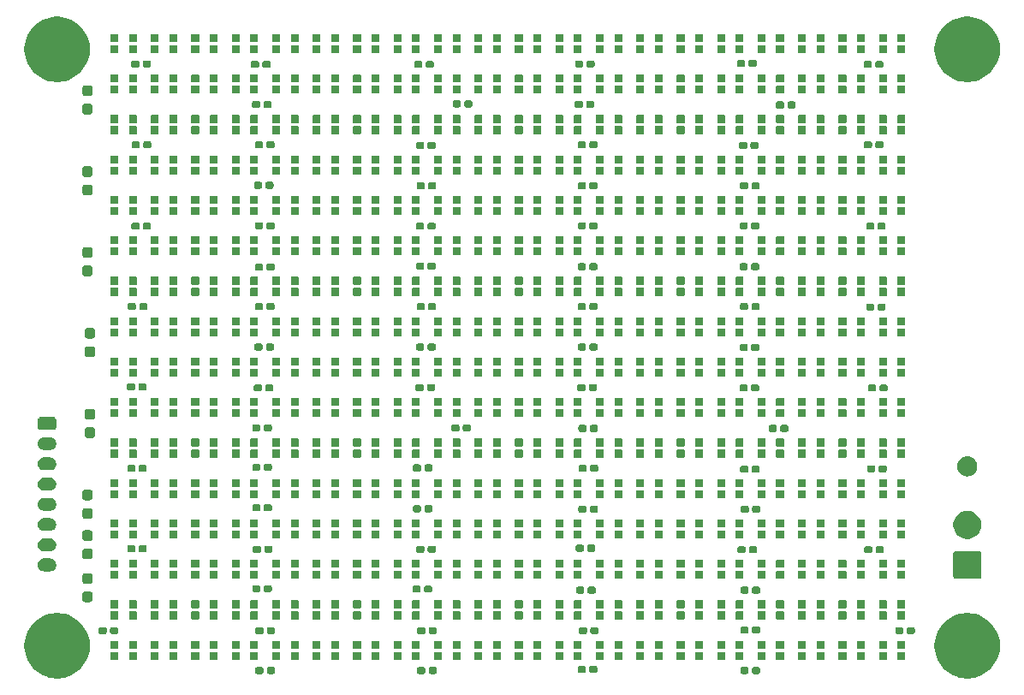
<source format=gbr>
%TF.GenerationSoftware,KiCad,Pcbnew,9.0.5*%
%TF.CreationDate,2025-11-04T14:37:27-05:00*%
%TF.ProjectId,display,64697370-6c61-4792-9e6b-696361645f70,0.1.0*%
%TF.SameCoordinates,Original*%
%TF.FileFunction,Soldermask,Top*%
%TF.FilePolarity,Negative*%
%FSLAX46Y46*%
G04 Gerber Fmt 4.6, Leading zero omitted, Abs format (unit mm)*
G04 Created by KiCad (PCBNEW 9.0.5) date 2025-11-04 14:37:27*
%MOMM*%
%LPD*%
G01*
G04 APERTURE LIST*
G04 APERTURE END LIST*
G36*
X11475113Y-71797046D02*
G01*
X11786770Y-71859039D01*
X12090849Y-71951280D01*
X12384423Y-72072883D01*
X12664665Y-72222675D01*
X12928874Y-72399214D01*
X13174508Y-72600800D01*
X13399200Y-72825492D01*
X13600786Y-73071126D01*
X13777325Y-73335335D01*
X13927117Y-73615577D01*
X14048720Y-73909151D01*
X14140961Y-74213230D01*
X14202954Y-74524887D01*
X14234100Y-74841119D01*
X14234100Y-75158881D01*
X14202954Y-75475113D01*
X14140961Y-75786770D01*
X14048720Y-76090849D01*
X13927117Y-76384423D01*
X13777325Y-76664665D01*
X13600786Y-76928874D01*
X13399200Y-77174508D01*
X13174508Y-77399200D01*
X12928874Y-77600786D01*
X12664665Y-77777325D01*
X12384423Y-77927117D01*
X12090849Y-78048720D01*
X11786770Y-78140961D01*
X11475113Y-78202954D01*
X11158881Y-78234100D01*
X10841119Y-78234100D01*
X10524887Y-78202954D01*
X10213230Y-78140961D01*
X9909151Y-78048720D01*
X9615577Y-77927117D01*
X9335335Y-77777325D01*
X9071126Y-77600786D01*
X8825492Y-77399200D01*
X8600800Y-77174508D01*
X8399214Y-76928874D01*
X8222675Y-76664665D01*
X8072883Y-76384423D01*
X7951280Y-76090849D01*
X7859039Y-75786770D01*
X7797046Y-75475113D01*
X7765900Y-75158881D01*
X7765900Y-74841119D01*
X7797046Y-74524887D01*
X7859039Y-74213230D01*
X7951280Y-73909151D01*
X8072883Y-73615577D01*
X8222675Y-73335335D01*
X8399214Y-73071126D01*
X8600800Y-72825492D01*
X8825492Y-72600800D01*
X9071126Y-72399214D01*
X9335335Y-72222675D01*
X9615577Y-72072883D01*
X9909151Y-71951280D01*
X10213230Y-71859039D01*
X10524887Y-71797046D01*
X10841119Y-71765900D01*
X11158881Y-71765900D01*
X11475113Y-71797046D01*
G37*
G36*
X101475113Y-71797046D02*
G01*
X101786770Y-71859039D01*
X102090849Y-71951280D01*
X102384423Y-72072883D01*
X102664665Y-72222675D01*
X102928874Y-72399214D01*
X103174508Y-72600800D01*
X103399200Y-72825492D01*
X103600786Y-73071126D01*
X103777325Y-73335335D01*
X103927117Y-73615577D01*
X104048720Y-73909151D01*
X104140961Y-74213230D01*
X104202954Y-74524887D01*
X104234100Y-74841119D01*
X104234100Y-75158881D01*
X104202954Y-75475113D01*
X104140961Y-75786770D01*
X104048720Y-76090849D01*
X103927117Y-76384423D01*
X103777325Y-76664665D01*
X103600786Y-76928874D01*
X103399200Y-77174508D01*
X103174508Y-77399200D01*
X102928874Y-77600786D01*
X102664665Y-77777325D01*
X102384423Y-77927117D01*
X102090849Y-78048720D01*
X101786770Y-78140961D01*
X101475113Y-78202954D01*
X101158881Y-78234100D01*
X100841119Y-78234100D01*
X100524887Y-78202954D01*
X100213230Y-78140961D01*
X99909151Y-78048720D01*
X99615577Y-77927117D01*
X99335335Y-77777325D01*
X99071126Y-77600786D01*
X98825492Y-77399200D01*
X98600800Y-77174508D01*
X98399214Y-76928874D01*
X98222675Y-76664665D01*
X98072883Y-76384423D01*
X97951280Y-76090849D01*
X97859039Y-75786770D01*
X97797046Y-75475113D01*
X97765900Y-75158881D01*
X97765900Y-74841119D01*
X97797046Y-74524887D01*
X97859039Y-74213230D01*
X97951280Y-73909151D01*
X98072883Y-73615577D01*
X98222675Y-73335335D01*
X98399214Y-73071126D01*
X98600800Y-72825492D01*
X98825492Y-72600800D01*
X99071126Y-72399214D01*
X99335335Y-72222675D01*
X99615577Y-72072883D01*
X99909151Y-71951280D01*
X100213230Y-71859039D01*
X100524887Y-71797046D01*
X100841119Y-71765900D01*
X101158881Y-71765900D01*
X101475113Y-71797046D01*
G37*
G36*
X31221807Y-77103851D02*
G01*
X31252482Y-77107410D01*
X31262961Y-77112037D01*
X31286358Y-77116691D01*
X31311407Y-77133428D01*
X31320443Y-77137418D01*
X31326613Y-77143588D01*
X31348972Y-77158528D01*
X31363911Y-77180886D01*
X31370081Y-77187056D01*
X31374070Y-77196090D01*
X31390809Y-77221142D01*
X31395462Y-77244539D01*
X31400089Y-77255016D01*
X31403646Y-77285683D01*
X31405500Y-77295000D01*
X31405500Y-77605000D01*
X31403646Y-77614320D01*
X31400089Y-77644982D01*
X31395463Y-77655457D01*
X31390809Y-77678858D01*
X31374068Y-77703911D01*
X31370081Y-77712943D01*
X31363913Y-77719110D01*
X31348972Y-77741472D01*
X31326610Y-77756413D01*
X31320443Y-77762581D01*
X31311411Y-77766568D01*
X31286358Y-77783309D01*
X31262959Y-77787963D01*
X31252483Y-77792589D01*
X31221817Y-77796146D01*
X31212500Y-77798000D01*
X30787500Y-77798000D01*
X30778181Y-77796146D01*
X30747517Y-77792589D01*
X30737040Y-77787963D01*
X30713642Y-77783309D01*
X30688590Y-77766569D01*
X30679556Y-77762581D01*
X30673386Y-77756411D01*
X30651028Y-77741472D01*
X30636088Y-77719113D01*
X30629918Y-77712943D01*
X30625928Y-77703907D01*
X30609191Y-77678858D01*
X30604537Y-77655463D01*
X30599910Y-77644983D01*
X30596350Y-77614305D01*
X30594500Y-77605000D01*
X30594500Y-77295000D01*
X30596351Y-77285693D01*
X30599910Y-77255017D01*
X30604537Y-77244536D01*
X30609191Y-77221142D01*
X30625927Y-77196094D01*
X30629918Y-77187056D01*
X30636090Y-77180883D01*
X30651028Y-77158528D01*
X30673383Y-77143590D01*
X30679556Y-77137418D01*
X30688594Y-77133426D01*
X30713642Y-77116691D01*
X30737034Y-77112037D01*
X30747516Y-77107410D01*
X30778195Y-77103850D01*
X30787500Y-77102000D01*
X31212500Y-77102000D01*
X31221807Y-77103851D01*
G37*
G36*
X32356807Y-77103851D02*
G01*
X32387482Y-77107410D01*
X32397961Y-77112037D01*
X32421358Y-77116691D01*
X32446407Y-77133428D01*
X32455443Y-77137418D01*
X32461613Y-77143588D01*
X32483972Y-77158528D01*
X32498911Y-77180886D01*
X32505081Y-77187056D01*
X32509070Y-77196090D01*
X32525809Y-77221142D01*
X32530462Y-77244539D01*
X32535089Y-77255016D01*
X32538646Y-77285683D01*
X32540500Y-77295000D01*
X32540500Y-77605000D01*
X32538646Y-77614320D01*
X32535089Y-77644982D01*
X32530463Y-77655457D01*
X32525809Y-77678858D01*
X32509068Y-77703911D01*
X32505081Y-77712943D01*
X32498913Y-77719110D01*
X32483972Y-77741472D01*
X32461610Y-77756413D01*
X32455443Y-77762581D01*
X32446411Y-77766568D01*
X32421358Y-77783309D01*
X32397959Y-77787963D01*
X32387483Y-77792589D01*
X32356817Y-77796146D01*
X32347500Y-77798000D01*
X31922500Y-77798000D01*
X31913181Y-77796146D01*
X31882517Y-77792589D01*
X31872040Y-77787963D01*
X31848642Y-77783309D01*
X31823590Y-77766569D01*
X31814556Y-77762581D01*
X31808386Y-77756411D01*
X31786028Y-77741472D01*
X31771088Y-77719113D01*
X31764918Y-77712943D01*
X31760928Y-77703907D01*
X31744191Y-77678858D01*
X31739537Y-77655463D01*
X31734910Y-77644983D01*
X31731350Y-77614305D01*
X31729500Y-77605000D01*
X31729500Y-77295000D01*
X31731351Y-77285693D01*
X31734910Y-77255017D01*
X31739537Y-77244536D01*
X31744191Y-77221142D01*
X31760927Y-77196094D01*
X31764918Y-77187056D01*
X31771090Y-77180883D01*
X31786028Y-77158528D01*
X31808383Y-77143590D01*
X31814556Y-77137418D01*
X31823594Y-77133426D01*
X31848642Y-77116691D01*
X31872034Y-77112037D01*
X31882516Y-77107410D01*
X31913195Y-77103850D01*
X31922500Y-77102000D01*
X32347500Y-77102000D01*
X32356807Y-77103851D01*
G37*
G36*
X47221807Y-77103851D02*
G01*
X47252482Y-77107410D01*
X47262961Y-77112037D01*
X47286358Y-77116691D01*
X47311407Y-77133428D01*
X47320443Y-77137418D01*
X47326613Y-77143588D01*
X47348972Y-77158528D01*
X47363911Y-77180886D01*
X47370081Y-77187056D01*
X47374070Y-77196090D01*
X47390809Y-77221142D01*
X47395462Y-77244539D01*
X47400089Y-77255016D01*
X47403646Y-77285683D01*
X47405500Y-77295000D01*
X47405500Y-77605000D01*
X47403646Y-77614320D01*
X47400089Y-77644982D01*
X47395463Y-77655457D01*
X47390809Y-77678858D01*
X47374068Y-77703911D01*
X47370081Y-77712943D01*
X47363913Y-77719110D01*
X47348972Y-77741472D01*
X47326610Y-77756413D01*
X47320443Y-77762581D01*
X47311411Y-77766568D01*
X47286358Y-77783309D01*
X47262959Y-77787963D01*
X47252483Y-77792589D01*
X47221817Y-77796146D01*
X47212500Y-77798000D01*
X46787500Y-77798000D01*
X46778181Y-77796146D01*
X46747517Y-77792589D01*
X46737040Y-77787963D01*
X46713642Y-77783309D01*
X46688590Y-77766569D01*
X46679556Y-77762581D01*
X46673386Y-77756411D01*
X46651028Y-77741472D01*
X46636088Y-77719113D01*
X46629918Y-77712943D01*
X46625928Y-77703907D01*
X46609191Y-77678858D01*
X46604537Y-77655463D01*
X46599910Y-77644983D01*
X46596350Y-77614305D01*
X46594500Y-77605000D01*
X46594500Y-77295000D01*
X46596351Y-77285693D01*
X46599910Y-77255017D01*
X46604537Y-77244536D01*
X46609191Y-77221142D01*
X46625927Y-77196094D01*
X46629918Y-77187056D01*
X46636090Y-77180883D01*
X46651028Y-77158528D01*
X46673383Y-77143590D01*
X46679556Y-77137418D01*
X46688594Y-77133426D01*
X46713642Y-77116691D01*
X46737034Y-77112037D01*
X46747516Y-77107410D01*
X46778195Y-77103850D01*
X46787500Y-77102000D01*
X47212500Y-77102000D01*
X47221807Y-77103851D01*
G37*
G36*
X48356807Y-77103851D02*
G01*
X48387482Y-77107410D01*
X48397961Y-77112037D01*
X48421358Y-77116691D01*
X48446407Y-77133428D01*
X48455443Y-77137418D01*
X48461613Y-77143588D01*
X48483972Y-77158528D01*
X48498911Y-77180886D01*
X48505081Y-77187056D01*
X48509070Y-77196090D01*
X48525809Y-77221142D01*
X48530462Y-77244539D01*
X48535089Y-77255016D01*
X48538646Y-77285683D01*
X48540500Y-77295000D01*
X48540500Y-77605000D01*
X48538646Y-77614320D01*
X48535089Y-77644982D01*
X48530463Y-77655457D01*
X48525809Y-77678858D01*
X48509068Y-77703911D01*
X48505081Y-77712943D01*
X48498913Y-77719110D01*
X48483972Y-77741472D01*
X48461610Y-77756413D01*
X48455443Y-77762581D01*
X48446411Y-77766568D01*
X48421358Y-77783309D01*
X48397959Y-77787963D01*
X48387483Y-77792589D01*
X48356817Y-77796146D01*
X48347500Y-77798000D01*
X47922500Y-77798000D01*
X47913181Y-77796146D01*
X47882517Y-77792589D01*
X47872040Y-77787963D01*
X47848642Y-77783309D01*
X47823590Y-77766569D01*
X47814556Y-77762581D01*
X47808386Y-77756411D01*
X47786028Y-77741472D01*
X47771088Y-77719113D01*
X47764918Y-77712943D01*
X47760928Y-77703907D01*
X47744191Y-77678858D01*
X47739537Y-77655463D01*
X47734910Y-77644983D01*
X47731350Y-77614305D01*
X47729500Y-77605000D01*
X47729500Y-77295000D01*
X47731351Y-77285693D01*
X47734910Y-77255017D01*
X47739537Y-77244536D01*
X47744191Y-77221142D01*
X47760927Y-77196094D01*
X47764918Y-77187056D01*
X47771090Y-77180883D01*
X47786028Y-77158528D01*
X47808383Y-77143590D01*
X47814556Y-77137418D01*
X47823594Y-77133426D01*
X47848642Y-77116691D01*
X47872034Y-77112037D01*
X47882516Y-77107410D01*
X47913195Y-77103850D01*
X47922500Y-77102000D01*
X48347500Y-77102000D01*
X48356807Y-77103851D01*
G37*
G36*
X79204307Y-77103851D02*
G01*
X79234982Y-77107410D01*
X79245461Y-77112037D01*
X79268858Y-77116691D01*
X79293907Y-77133428D01*
X79302943Y-77137418D01*
X79309113Y-77143588D01*
X79331472Y-77158528D01*
X79346411Y-77180886D01*
X79352581Y-77187056D01*
X79356570Y-77196090D01*
X79373309Y-77221142D01*
X79377962Y-77244539D01*
X79382589Y-77255016D01*
X79386146Y-77285683D01*
X79388000Y-77295000D01*
X79388000Y-77605000D01*
X79386146Y-77614320D01*
X79382589Y-77644982D01*
X79377963Y-77655457D01*
X79373309Y-77678858D01*
X79356568Y-77703911D01*
X79352581Y-77712943D01*
X79346413Y-77719110D01*
X79331472Y-77741472D01*
X79309110Y-77756413D01*
X79302943Y-77762581D01*
X79293911Y-77766568D01*
X79268858Y-77783309D01*
X79245459Y-77787963D01*
X79234983Y-77792589D01*
X79204317Y-77796146D01*
X79195000Y-77798000D01*
X78770000Y-77798000D01*
X78760681Y-77796146D01*
X78730017Y-77792589D01*
X78719540Y-77787963D01*
X78696142Y-77783309D01*
X78671090Y-77766569D01*
X78662056Y-77762581D01*
X78655886Y-77756411D01*
X78633528Y-77741472D01*
X78618588Y-77719113D01*
X78612418Y-77712943D01*
X78608428Y-77703907D01*
X78591691Y-77678858D01*
X78587037Y-77655463D01*
X78582410Y-77644983D01*
X78578850Y-77614305D01*
X78577000Y-77605000D01*
X78577000Y-77295000D01*
X78578851Y-77285693D01*
X78582410Y-77255017D01*
X78587037Y-77244536D01*
X78591691Y-77221142D01*
X78608427Y-77196094D01*
X78612418Y-77187056D01*
X78618590Y-77180883D01*
X78633528Y-77158528D01*
X78655883Y-77143590D01*
X78662056Y-77137418D01*
X78671094Y-77133426D01*
X78696142Y-77116691D01*
X78719534Y-77112037D01*
X78730016Y-77107410D01*
X78760695Y-77103850D01*
X78770000Y-77102000D01*
X79195000Y-77102000D01*
X79204307Y-77103851D01*
G37*
G36*
X80339307Y-77103851D02*
G01*
X80369982Y-77107410D01*
X80380461Y-77112037D01*
X80403858Y-77116691D01*
X80428907Y-77133428D01*
X80437943Y-77137418D01*
X80444113Y-77143588D01*
X80466472Y-77158528D01*
X80481411Y-77180886D01*
X80487581Y-77187056D01*
X80491570Y-77196090D01*
X80508309Y-77221142D01*
X80512962Y-77244539D01*
X80517589Y-77255016D01*
X80521146Y-77285683D01*
X80523000Y-77295000D01*
X80523000Y-77605000D01*
X80521146Y-77614320D01*
X80517589Y-77644982D01*
X80512963Y-77655457D01*
X80508309Y-77678858D01*
X80491568Y-77703911D01*
X80487581Y-77712943D01*
X80481413Y-77719110D01*
X80466472Y-77741472D01*
X80444110Y-77756413D01*
X80437943Y-77762581D01*
X80428911Y-77766568D01*
X80403858Y-77783309D01*
X80380459Y-77787963D01*
X80369983Y-77792589D01*
X80339317Y-77796146D01*
X80330000Y-77798000D01*
X79905000Y-77798000D01*
X79895681Y-77796146D01*
X79865017Y-77792589D01*
X79854540Y-77787963D01*
X79831142Y-77783309D01*
X79806090Y-77766569D01*
X79797056Y-77762581D01*
X79790886Y-77756411D01*
X79768528Y-77741472D01*
X79753588Y-77719113D01*
X79747418Y-77712943D01*
X79743428Y-77703907D01*
X79726691Y-77678858D01*
X79722037Y-77655463D01*
X79717410Y-77644983D01*
X79713850Y-77614305D01*
X79712000Y-77605000D01*
X79712000Y-77295000D01*
X79713851Y-77285693D01*
X79717410Y-77255017D01*
X79722037Y-77244536D01*
X79726691Y-77221142D01*
X79743427Y-77196094D01*
X79747418Y-77187056D01*
X79753590Y-77180883D01*
X79768528Y-77158528D01*
X79790883Y-77143590D01*
X79797056Y-77137418D01*
X79806094Y-77133426D01*
X79831142Y-77116691D01*
X79854534Y-77112037D01*
X79865016Y-77107410D01*
X79895695Y-77103850D01*
X79905000Y-77102000D01*
X80330000Y-77102000D01*
X80339307Y-77103851D01*
G37*
G36*
X63104307Y-77003851D02*
G01*
X63134982Y-77007410D01*
X63145461Y-77012037D01*
X63168858Y-77016691D01*
X63193907Y-77033428D01*
X63202943Y-77037418D01*
X63209113Y-77043588D01*
X63231472Y-77058528D01*
X63246411Y-77080886D01*
X63252581Y-77087056D01*
X63256570Y-77096090D01*
X63273309Y-77121142D01*
X63277962Y-77144539D01*
X63282589Y-77155016D01*
X63286146Y-77185683D01*
X63288000Y-77195000D01*
X63288000Y-77505000D01*
X63286146Y-77514320D01*
X63282589Y-77544982D01*
X63277963Y-77555457D01*
X63273309Y-77578858D01*
X63256568Y-77603911D01*
X63252581Y-77612943D01*
X63246413Y-77619110D01*
X63231472Y-77641472D01*
X63209110Y-77656413D01*
X63202943Y-77662581D01*
X63193911Y-77666568D01*
X63168858Y-77683309D01*
X63145459Y-77687963D01*
X63134983Y-77692589D01*
X63104317Y-77696146D01*
X63095000Y-77698000D01*
X62670000Y-77698000D01*
X62660681Y-77696146D01*
X62630017Y-77692589D01*
X62619540Y-77687963D01*
X62596142Y-77683309D01*
X62571090Y-77666569D01*
X62562056Y-77662581D01*
X62555886Y-77656411D01*
X62533528Y-77641472D01*
X62518588Y-77619113D01*
X62512418Y-77612943D01*
X62508428Y-77603907D01*
X62491691Y-77578858D01*
X62487037Y-77555463D01*
X62482410Y-77544983D01*
X62478850Y-77514305D01*
X62477000Y-77505000D01*
X62477000Y-77195000D01*
X62478851Y-77185693D01*
X62482410Y-77155017D01*
X62487037Y-77144536D01*
X62491691Y-77121142D01*
X62508427Y-77096094D01*
X62512418Y-77087056D01*
X62518590Y-77080883D01*
X62533528Y-77058528D01*
X62555883Y-77043590D01*
X62562056Y-77037418D01*
X62571094Y-77033426D01*
X62596142Y-77016691D01*
X62619534Y-77012037D01*
X62630016Y-77007410D01*
X62660695Y-77003850D01*
X62670000Y-77002000D01*
X63095000Y-77002000D01*
X63104307Y-77003851D01*
G37*
G36*
X64239307Y-77003851D02*
G01*
X64269982Y-77007410D01*
X64280461Y-77012037D01*
X64303858Y-77016691D01*
X64328907Y-77033428D01*
X64337943Y-77037418D01*
X64344113Y-77043588D01*
X64366472Y-77058528D01*
X64381411Y-77080886D01*
X64387581Y-77087056D01*
X64391570Y-77096090D01*
X64408309Y-77121142D01*
X64412962Y-77144539D01*
X64417589Y-77155016D01*
X64421146Y-77185683D01*
X64423000Y-77195000D01*
X64423000Y-77505000D01*
X64421146Y-77514320D01*
X64417589Y-77544982D01*
X64412963Y-77555457D01*
X64408309Y-77578858D01*
X64391568Y-77603911D01*
X64387581Y-77612943D01*
X64381413Y-77619110D01*
X64366472Y-77641472D01*
X64344110Y-77656413D01*
X64337943Y-77662581D01*
X64328911Y-77666568D01*
X64303858Y-77683309D01*
X64280459Y-77687963D01*
X64269983Y-77692589D01*
X64239317Y-77696146D01*
X64230000Y-77698000D01*
X63805000Y-77698000D01*
X63795681Y-77696146D01*
X63765017Y-77692589D01*
X63754540Y-77687963D01*
X63731142Y-77683309D01*
X63706090Y-77666569D01*
X63697056Y-77662581D01*
X63690886Y-77656411D01*
X63668528Y-77641472D01*
X63653588Y-77619113D01*
X63647418Y-77612943D01*
X63643428Y-77603907D01*
X63626691Y-77578858D01*
X63622037Y-77555463D01*
X63617410Y-77544983D01*
X63613850Y-77514305D01*
X63612000Y-77505000D01*
X63612000Y-77195000D01*
X63613851Y-77185693D01*
X63617410Y-77155017D01*
X63622037Y-77144536D01*
X63626691Y-77121142D01*
X63643427Y-77096094D01*
X63647418Y-77087056D01*
X63653590Y-77080883D01*
X63668528Y-77058528D01*
X63690883Y-77043590D01*
X63697056Y-77037418D01*
X63706094Y-77033426D01*
X63731142Y-77016691D01*
X63754534Y-77012037D01*
X63765016Y-77007410D01*
X63795695Y-77003850D01*
X63805000Y-77002000D01*
X64230000Y-77002000D01*
X64239307Y-77003851D01*
G37*
G36*
X17024542Y-75609893D02*
G01*
X17036870Y-75618130D01*
X17045107Y-75630458D01*
X17048000Y-75645000D01*
X17048000Y-76345000D01*
X17045107Y-76359542D01*
X17036870Y-76371870D01*
X17024542Y-76380107D01*
X17010000Y-76383000D01*
X16310000Y-76383000D01*
X16295458Y-76380107D01*
X16283130Y-76371870D01*
X16274893Y-76359542D01*
X16272000Y-76345000D01*
X16272000Y-75645000D01*
X16274893Y-75630458D01*
X16283130Y-75618130D01*
X16295458Y-75609893D01*
X16310000Y-75607000D01*
X17010000Y-75607000D01*
X17024542Y-75609893D01*
G37*
G36*
X18854542Y-75609893D02*
G01*
X18866870Y-75618130D01*
X18875107Y-75630458D01*
X18878000Y-75645000D01*
X18878000Y-76345000D01*
X18875107Y-76359542D01*
X18866870Y-76371870D01*
X18854542Y-76380107D01*
X18840000Y-76383000D01*
X18140000Y-76383000D01*
X18125458Y-76380107D01*
X18113130Y-76371870D01*
X18104893Y-76359542D01*
X18102000Y-76345000D01*
X18102000Y-75645000D01*
X18104893Y-75630458D01*
X18113130Y-75618130D01*
X18125458Y-75609893D01*
X18140000Y-75607000D01*
X18840000Y-75607000D01*
X18854542Y-75609893D01*
G37*
G36*
X21024542Y-75609893D02*
G01*
X21036870Y-75618130D01*
X21045107Y-75630458D01*
X21048000Y-75645000D01*
X21048000Y-76345000D01*
X21045107Y-76359542D01*
X21036870Y-76371870D01*
X21024542Y-76380107D01*
X21010000Y-76383000D01*
X20310000Y-76383000D01*
X20295458Y-76380107D01*
X20283130Y-76371870D01*
X20274893Y-76359542D01*
X20272000Y-76345000D01*
X20272000Y-75645000D01*
X20274893Y-75630458D01*
X20283130Y-75618130D01*
X20295458Y-75609893D01*
X20310000Y-75607000D01*
X21010000Y-75607000D01*
X21024542Y-75609893D01*
G37*
G36*
X22854542Y-75609893D02*
G01*
X22866870Y-75618130D01*
X22875107Y-75630458D01*
X22878000Y-75645000D01*
X22878000Y-76345000D01*
X22875107Y-76359542D01*
X22866870Y-76371870D01*
X22854542Y-76380107D01*
X22840000Y-76383000D01*
X22140000Y-76383000D01*
X22125458Y-76380107D01*
X22113130Y-76371870D01*
X22104893Y-76359542D01*
X22102000Y-76345000D01*
X22102000Y-75645000D01*
X22104893Y-75630458D01*
X22113130Y-75618130D01*
X22125458Y-75609893D01*
X22140000Y-75607000D01*
X22840000Y-75607000D01*
X22854542Y-75609893D01*
G37*
G36*
X25024542Y-75609893D02*
G01*
X25036870Y-75618130D01*
X25045107Y-75630458D01*
X25048000Y-75645000D01*
X25048000Y-76345000D01*
X25045107Y-76359542D01*
X25036870Y-76371870D01*
X25024542Y-76380107D01*
X25010000Y-76383000D01*
X24310000Y-76383000D01*
X24295458Y-76380107D01*
X24283130Y-76371870D01*
X24274893Y-76359542D01*
X24272000Y-76345000D01*
X24272000Y-75645000D01*
X24274893Y-75630458D01*
X24283130Y-75618130D01*
X24295458Y-75609893D01*
X24310000Y-75607000D01*
X25010000Y-75607000D01*
X25024542Y-75609893D01*
G37*
G36*
X26854542Y-75609893D02*
G01*
X26866870Y-75618130D01*
X26875107Y-75630458D01*
X26878000Y-75645000D01*
X26878000Y-76345000D01*
X26875107Y-76359542D01*
X26866870Y-76371870D01*
X26854542Y-76380107D01*
X26840000Y-76383000D01*
X26140000Y-76383000D01*
X26125458Y-76380107D01*
X26113130Y-76371870D01*
X26104893Y-76359542D01*
X26102000Y-76345000D01*
X26102000Y-75645000D01*
X26104893Y-75630458D01*
X26113130Y-75618130D01*
X26125458Y-75609893D01*
X26140000Y-75607000D01*
X26840000Y-75607000D01*
X26854542Y-75609893D01*
G37*
G36*
X29024542Y-75609893D02*
G01*
X29036870Y-75618130D01*
X29045107Y-75630458D01*
X29048000Y-75645000D01*
X29048000Y-76345000D01*
X29045107Y-76359542D01*
X29036870Y-76371870D01*
X29024542Y-76380107D01*
X29010000Y-76383000D01*
X28310000Y-76383000D01*
X28295458Y-76380107D01*
X28283130Y-76371870D01*
X28274893Y-76359542D01*
X28272000Y-76345000D01*
X28272000Y-75645000D01*
X28274893Y-75630458D01*
X28283130Y-75618130D01*
X28295458Y-75609893D01*
X28310000Y-75607000D01*
X29010000Y-75607000D01*
X29024542Y-75609893D01*
G37*
G36*
X30854542Y-75609893D02*
G01*
X30866870Y-75618130D01*
X30875107Y-75630458D01*
X30878000Y-75645000D01*
X30878000Y-76345000D01*
X30875107Y-76359542D01*
X30866870Y-76371870D01*
X30854542Y-76380107D01*
X30840000Y-76383000D01*
X30140000Y-76383000D01*
X30125458Y-76380107D01*
X30113130Y-76371870D01*
X30104893Y-76359542D01*
X30102000Y-76345000D01*
X30102000Y-75645000D01*
X30104893Y-75630458D01*
X30113130Y-75618130D01*
X30125458Y-75609893D01*
X30140000Y-75607000D01*
X30840000Y-75607000D01*
X30854542Y-75609893D01*
G37*
G36*
X33024542Y-75609893D02*
G01*
X33036870Y-75618130D01*
X33045107Y-75630458D01*
X33048000Y-75645000D01*
X33048000Y-76345000D01*
X33045107Y-76359542D01*
X33036870Y-76371870D01*
X33024542Y-76380107D01*
X33010000Y-76383000D01*
X32310000Y-76383000D01*
X32295458Y-76380107D01*
X32283130Y-76371870D01*
X32274893Y-76359542D01*
X32272000Y-76345000D01*
X32272000Y-75645000D01*
X32274893Y-75630458D01*
X32283130Y-75618130D01*
X32295458Y-75609893D01*
X32310000Y-75607000D01*
X33010000Y-75607000D01*
X33024542Y-75609893D01*
G37*
G36*
X34854542Y-75609893D02*
G01*
X34866870Y-75618130D01*
X34875107Y-75630458D01*
X34878000Y-75645000D01*
X34878000Y-76345000D01*
X34875107Y-76359542D01*
X34866870Y-76371870D01*
X34854542Y-76380107D01*
X34840000Y-76383000D01*
X34140000Y-76383000D01*
X34125458Y-76380107D01*
X34113130Y-76371870D01*
X34104893Y-76359542D01*
X34102000Y-76345000D01*
X34102000Y-75645000D01*
X34104893Y-75630458D01*
X34113130Y-75618130D01*
X34125458Y-75609893D01*
X34140000Y-75607000D01*
X34840000Y-75607000D01*
X34854542Y-75609893D01*
G37*
G36*
X37024542Y-75609893D02*
G01*
X37036870Y-75618130D01*
X37045107Y-75630458D01*
X37048000Y-75645000D01*
X37048000Y-76345000D01*
X37045107Y-76359542D01*
X37036870Y-76371870D01*
X37024542Y-76380107D01*
X37010000Y-76383000D01*
X36310000Y-76383000D01*
X36295458Y-76380107D01*
X36283130Y-76371870D01*
X36274893Y-76359542D01*
X36272000Y-76345000D01*
X36272000Y-75645000D01*
X36274893Y-75630458D01*
X36283130Y-75618130D01*
X36295458Y-75609893D01*
X36310000Y-75607000D01*
X37010000Y-75607000D01*
X37024542Y-75609893D01*
G37*
G36*
X38854542Y-75609893D02*
G01*
X38866870Y-75618130D01*
X38875107Y-75630458D01*
X38878000Y-75645000D01*
X38878000Y-76345000D01*
X38875107Y-76359542D01*
X38866870Y-76371870D01*
X38854542Y-76380107D01*
X38840000Y-76383000D01*
X38140000Y-76383000D01*
X38125458Y-76380107D01*
X38113130Y-76371870D01*
X38104893Y-76359542D01*
X38102000Y-76345000D01*
X38102000Y-75645000D01*
X38104893Y-75630458D01*
X38113130Y-75618130D01*
X38125458Y-75609893D01*
X38140000Y-75607000D01*
X38840000Y-75607000D01*
X38854542Y-75609893D01*
G37*
G36*
X41024542Y-75609893D02*
G01*
X41036870Y-75618130D01*
X41045107Y-75630458D01*
X41048000Y-75645000D01*
X41048000Y-76345000D01*
X41045107Y-76359542D01*
X41036870Y-76371870D01*
X41024542Y-76380107D01*
X41010000Y-76383000D01*
X40310000Y-76383000D01*
X40295458Y-76380107D01*
X40283130Y-76371870D01*
X40274893Y-76359542D01*
X40272000Y-76345000D01*
X40272000Y-75645000D01*
X40274893Y-75630458D01*
X40283130Y-75618130D01*
X40295458Y-75609893D01*
X40310000Y-75607000D01*
X41010000Y-75607000D01*
X41024542Y-75609893D01*
G37*
G36*
X42854542Y-75609893D02*
G01*
X42866870Y-75618130D01*
X42875107Y-75630458D01*
X42878000Y-75645000D01*
X42878000Y-76345000D01*
X42875107Y-76359542D01*
X42866870Y-76371870D01*
X42854542Y-76380107D01*
X42840000Y-76383000D01*
X42140000Y-76383000D01*
X42125458Y-76380107D01*
X42113130Y-76371870D01*
X42104893Y-76359542D01*
X42102000Y-76345000D01*
X42102000Y-75645000D01*
X42104893Y-75630458D01*
X42113130Y-75618130D01*
X42125458Y-75609893D01*
X42140000Y-75607000D01*
X42840000Y-75607000D01*
X42854542Y-75609893D01*
G37*
G36*
X45024542Y-75609893D02*
G01*
X45036870Y-75618130D01*
X45045107Y-75630458D01*
X45048000Y-75645000D01*
X45048000Y-76345000D01*
X45045107Y-76359542D01*
X45036870Y-76371870D01*
X45024542Y-76380107D01*
X45010000Y-76383000D01*
X44310000Y-76383000D01*
X44295458Y-76380107D01*
X44283130Y-76371870D01*
X44274893Y-76359542D01*
X44272000Y-76345000D01*
X44272000Y-75645000D01*
X44274893Y-75630458D01*
X44283130Y-75618130D01*
X44295458Y-75609893D01*
X44310000Y-75607000D01*
X45010000Y-75607000D01*
X45024542Y-75609893D01*
G37*
G36*
X46854542Y-75609893D02*
G01*
X46866870Y-75618130D01*
X46875107Y-75630458D01*
X46878000Y-75645000D01*
X46878000Y-76345000D01*
X46875107Y-76359542D01*
X46866870Y-76371870D01*
X46854542Y-76380107D01*
X46840000Y-76383000D01*
X46140000Y-76383000D01*
X46125458Y-76380107D01*
X46113130Y-76371870D01*
X46104893Y-76359542D01*
X46102000Y-76345000D01*
X46102000Y-75645000D01*
X46104893Y-75630458D01*
X46113130Y-75618130D01*
X46125458Y-75609893D01*
X46140000Y-75607000D01*
X46840000Y-75607000D01*
X46854542Y-75609893D01*
G37*
G36*
X49024542Y-75609893D02*
G01*
X49036870Y-75618130D01*
X49045107Y-75630458D01*
X49048000Y-75645000D01*
X49048000Y-76345000D01*
X49045107Y-76359542D01*
X49036870Y-76371870D01*
X49024542Y-76380107D01*
X49010000Y-76383000D01*
X48310000Y-76383000D01*
X48295458Y-76380107D01*
X48283130Y-76371870D01*
X48274893Y-76359542D01*
X48272000Y-76345000D01*
X48272000Y-75645000D01*
X48274893Y-75630458D01*
X48283130Y-75618130D01*
X48295458Y-75609893D01*
X48310000Y-75607000D01*
X49010000Y-75607000D01*
X49024542Y-75609893D01*
G37*
G36*
X50854542Y-75609893D02*
G01*
X50866870Y-75618130D01*
X50875107Y-75630458D01*
X50878000Y-75645000D01*
X50878000Y-76345000D01*
X50875107Y-76359542D01*
X50866870Y-76371870D01*
X50854542Y-76380107D01*
X50840000Y-76383000D01*
X50140000Y-76383000D01*
X50125458Y-76380107D01*
X50113130Y-76371870D01*
X50104893Y-76359542D01*
X50102000Y-76345000D01*
X50102000Y-75645000D01*
X50104893Y-75630458D01*
X50113130Y-75618130D01*
X50125458Y-75609893D01*
X50140000Y-75607000D01*
X50840000Y-75607000D01*
X50854542Y-75609893D01*
G37*
G36*
X53024542Y-75609893D02*
G01*
X53036870Y-75618130D01*
X53045107Y-75630458D01*
X53048000Y-75645000D01*
X53048000Y-76345000D01*
X53045107Y-76359542D01*
X53036870Y-76371870D01*
X53024542Y-76380107D01*
X53010000Y-76383000D01*
X52310000Y-76383000D01*
X52295458Y-76380107D01*
X52283130Y-76371870D01*
X52274893Y-76359542D01*
X52272000Y-76345000D01*
X52272000Y-75645000D01*
X52274893Y-75630458D01*
X52283130Y-75618130D01*
X52295458Y-75609893D01*
X52310000Y-75607000D01*
X53010000Y-75607000D01*
X53024542Y-75609893D01*
G37*
G36*
X54854542Y-75609893D02*
G01*
X54866870Y-75618130D01*
X54875107Y-75630458D01*
X54878000Y-75645000D01*
X54878000Y-76345000D01*
X54875107Y-76359542D01*
X54866870Y-76371870D01*
X54854542Y-76380107D01*
X54840000Y-76383000D01*
X54140000Y-76383000D01*
X54125458Y-76380107D01*
X54113130Y-76371870D01*
X54104893Y-76359542D01*
X54102000Y-76345000D01*
X54102000Y-75645000D01*
X54104893Y-75630458D01*
X54113130Y-75618130D01*
X54125458Y-75609893D01*
X54140000Y-75607000D01*
X54840000Y-75607000D01*
X54854542Y-75609893D01*
G37*
G36*
X57024542Y-75609893D02*
G01*
X57036870Y-75618130D01*
X57045107Y-75630458D01*
X57048000Y-75645000D01*
X57048000Y-76345000D01*
X57045107Y-76359542D01*
X57036870Y-76371870D01*
X57024542Y-76380107D01*
X57010000Y-76383000D01*
X56310000Y-76383000D01*
X56295458Y-76380107D01*
X56283130Y-76371870D01*
X56274893Y-76359542D01*
X56272000Y-76345000D01*
X56272000Y-75645000D01*
X56274893Y-75630458D01*
X56283130Y-75618130D01*
X56295458Y-75609893D01*
X56310000Y-75607000D01*
X57010000Y-75607000D01*
X57024542Y-75609893D01*
G37*
G36*
X58854542Y-75609893D02*
G01*
X58866870Y-75618130D01*
X58875107Y-75630458D01*
X58878000Y-75645000D01*
X58878000Y-76345000D01*
X58875107Y-76359542D01*
X58866870Y-76371870D01*
X58854542Y-76380107D01*
X58840000Y-76383000D01*
X58140000Y-76383000D01*
X58125458Y-76380107D01*
X58113130Y-76371870D01*
X58104893Y-76359542D01*
X58102000Y-76345000D01*
X58102000Y-75645000D01*
X58104893Y-75630458D01*
X58113130Y-75618130D01*
X58125458Y-75609893D01*
X58140000Y-75607000D01*
X58840000Y-75607000D01*
X58854542Y-75609893D01*
G37*
G36*
X61024542Y-75609893D02*
G01*
X61036870Y-75618130D01*
X61045107Y-75630458D01*
X61048000Y-75645000D01*
X61048000Y-76345000D01*
X61045107Y-76359542D01*
X61036870Y-76371870D01*
X61024542Y-76380107D01*
X61010000Y-76383000D01*
X60310000Y-76383000D01*
X60295458Y-76380107D01*
X60283130Y-76371870D01*
X60274893Y-76359542D01*
X60272000Y-76345000D01*
X60272000Y-75645000D01*
X60274893Y-75630458D01*
X60283130Y-75618130D01*
X60295458Y-75609893D01*
X60310000Y-75607000D01*
X61010000Y-75607000D01*
X61024542Y-75609893D01*
G37*
G36*
X62854542Y-75609893D02*
G01*
X62866870Y-75618130D01*
X62875107Y-75630458D01*
X62878000Y-75645000D01*
X62878000Y-76345000D01*
X62875107Y-76359542D01*
X62866870Y-76371870D01*
X62854542Y-76380107D01*
X62840000Y-76383000D01*
X62140000Y-76383000D01*
X62125458Y-76380107D01*
X62113130Y-76371870D01*
X62104893Y-76359542D01*
X62102000Y-76345000D01*
X62102000Y-75645000D01*
X62104893Y-75630458D01*
X62113130Y-75618130D01*
X62125458Y-75609893D01*
X62140000Y-75607000D01*
X62840000Y-75607000D01*
X62854542Y-75609893D01*
G37*
G36*
X65024542Y-75609893D02*
G01*
X65036870Y-75618130D01*
X65045107Y-75630458D01*
X65048000Y-75645000D01*
X65048000Y-76345000D01*
X65045107Y-76359542D01*
X65036870Y-76371870D01*
X65024542Y-76380107D01*
X65010000Y-76383000D01*
X64310000Y-76383000D01*
X64295458Y-76380107D01*
X64283130Y-76371870D01*
X64274893Y-76359542D01*
X64272000Y-76345000D01*
X64272000Y-75645000D01*
X64274893Y-75630458D01*
X64283130Y-75618130D01*
X64295458Y-75609893D01*
X64310000Y-75607000D01*
X65010000Y-75607000D01*
X65024542Y-75609893D01*
G37*
G36*
X66854542Y-75609893D02*
G01*
X66866870Y-75618130D01*
X66875107Y-75630458D01*
X66878000Y-75645000D01*
X66878000Y-76345000D01*
X66875107Y-76359542D01*
X66866870Y-76371870D01*
X66854542Y-76380107D01*
X66840000Y-76383000D01*
X66140000Y-76383000D01*
X66125458Y-76380107D01*
X66113130Y-76371870D01*
X66104893Y-76359542D01*
X66102000Y-76345000D01*
X66102000Y-75645000D01*
X66104893Y-75630458D01*
X66113130Y-75618130D01*
X66125458Y-75609893D01*
X66140000Y-75607000D01*
X66840000Y-75607000D01*
X66854542Y-75609893D01*
G37*
G36*
X69024542Y-75609893D02*
G01*
X69036870Y-75618130D01*
X69045107Y-75630458D01*
X69048000Y-75645000D01*
X69048000Y-76345000D01*
X69045107Y-76359542D01*
X69036870Y-76371870D01*
X69024542Y-76380107D01*
X69010000Y-76383000D01*
X68310000Y-76383000D01*
X68295458Y-76380107D01*
X68283130Y-76371870D01*
X68274893Y-76359542D01*
X68272000Y-76345000D01*
X68272000Y-75645000D01*
X68274893Y-75630458D01*
X68283130Y-75618130D01*
X68295458Y-75609893D01*
X68310000Y-75607000D01*
X69010000Y-75607000D01*
X69024542Y-75609893D01*
G37*
G36*
X70854542Y-75609893D02*
G01*
X70866870Y-75618130D01*
X70875107Y-75630458D01*
X70878000Y-75645000D01*
X70878000Y-76345000D01*
X70875107Y-76359542D01*
X70866870Y-76371870D01*
X70854542Y-76380107D01*
X70840000Y-76383000D01*
X70140000Y-76383000D01*
X70125458Y-76380107D01*
X70113130Y-76371870D01*
X70104893Y-76359542D01*
X70102000Y-76345000D01*
X70102000Y-75645000D01*
X70104893Y-75630458D01*
X70113130Y-75618130D01*
X70125458Y-75609893D01*
X70140000Y-75607000D01*
X70840000Y-75607000D01*
X70854542Y-75609893D01*
G37*
G36*
X73024542Y-75609893D02*
G01*
X73036870Y-75618130D01*
X73045107Y-75630458D01*
X73048000Y-75645000D01*
X73048000Y-76345000D01*
X73045107Y-76359542D01*
X73036870Y-76371870D01*
X73024542Y-76380107D01*
X73010000Y-76383000D01*
X72310000Y-76383000D01*
X72295458Y-76380107D01*
X72283130Y-76371870D01*
X72274893Y-76359542D01*
X72272000Y-76345000D01*
X72272000Y-75645000D01*
X72274893Y-75630458D01*
X72283130Y-75618130D01*
X72295458Y-75609893D01*
X72310000Y-75607000D01*
X73010000Y-75607000D01*
X73024542Y-75609893D01*
G37*
G36*
X74854542Y-75609893D02*
G01*
X74866870Y-75618130D01*
X74875107Y-75630458D01*
X74878000Y-75645000D01*
X74878000Y-76345000D01*
X74875107Y-76359542D01*
X74866870Y-76371870D01*
X74854542Y-76380107D01*
X74840000Y-76383000D01*
X74140000Y-76383000D01*
X74125458Y-76380107D01*
X74113130Y-76371870D01*
X74104893Y-76359542D01*
X74102000Y-76345000D01*
X74102000Y-75645000D01*
X74104893Y-75630458D01*
X74113130Y-75618130D01*
X74125458Y-75609893D01*
X74140000Y-75607000D01*
X74840000Y-75607000D01*
X74854542Y-75609893D01*
G37*
G36*
X77024542Y-75609893D02*
G01*
X77036870Y-75618130D01*
X77045107Y-75630458D01*
X77048000Y-75645000D01*
X77048000Y-76345000D01*
X77045107Y-76359542D01*
X77036870Y-76371870D01*
X77024542Y-76380107D01*
X77010000Y-76383000D01*
X76310000Y-76383000D01*
X76295458Y-76380107D01*
X76283130Y-76371870D01*
X76274893Y-76359542D01*
X76272000Y-76345000D01*
X76272000Y-75645000D01*
X76274893Y-75630458D01*
X76283130Y-75618130D01*
X76295458Y-75609893D01*
X76310000Y-75607000D01*
X77010000Y-75607000D01*
X77024542Y-75609893D01*
G37*
G36*
X78854542Y-75609893D02*
G01*
X78866870Y-75618130D01*
X78875107Y-75630458D01*
X78878000Y-75645000D01*
X78878000Y-76345000D01*
X78875107Y-76359542D01*
X78866870Y-76371870D01*
X78854542Y-76380107D01*
X78840000Y-76383000D01*
X78140000Y-76383000D01*
X78125458Y-76380107D01*
X78113130Y-76371870D01*
X78104893Y-76359542D01*
X78102000Y-76345000D01*
X78102000Y-75645000D01*
X78104893Y-75630458D01*
X78113130Y-75618130D01*
X78125458Y-75609893D01*
X78140000Y-75607000D01*
X78840000Y-75607000D01*
X78854542Y-75609893D01*
G37*
G36*
X81024542Y-75609893D02*
G01*
X81036870Y-75618130D01*
X81045107Y-75630458D01*
X81048000Y-75645000D01*
X81048000Y-76345000D01*
X81045107Y-76359542D01*
X81036870Y-76371870D01*
X81024542Y-76380107D01*
X81010000Y-76383000D01*
X80310000Y-76383000D01*
X80295458Y-76380107D01*
X80283130Y-76371870D01*
X80274893Y-76359542D01*
X80272000Y-76345000D01*
X80272000Y-75645000D01*
X80274893Y-75630458D01*
X80283130Y-75618130D01*
X80295458Y-75609893D01*
X80310000Y-75607000D01*
X81010000Y-75607000D01*
X81024542Y-75609893D01*
G37*
G36*
X82854542Y-75609893D02*
G01*
X82866870Y-75618130D01*
X82875107Y-75630458D01*
X82878000Y-75645000D01*
X82878000Y-76345000D01*
X82875107Y-76359542D01*
X82866870Y-76371870D01*
X82854542Y-76380107D01*
X82840000Y-76383000D01*
X82140000Y-76383000D01*
X82125458Y-76380107D01*
X82113130Y-76371870D01*
X82104893Y-76359542D01*
X82102000Y-76345000D01*
X82102000Y-75645000D01*
X82104893Y-75630458D01*
X82113130Y-75618130D01*
X82125458Y-75609893D01*
X82140000Y-75607000D01*
X82840000Y-75607000D01*
X82854542Y-75609893D01*
G37*
G36*
X85024542Y-75609893D02*
G01*
X85036870Y-75618130D01*
X85045107Y-75630458D01*
X85048000Y-75645000D01*
X85048000Y-76345000D01*
X85045107Y-76359542D01*
X85036870Y-76371870D01*
X85024542Y-76380107D01*
X85010000Y-76383000D01*
X84310000Y-76383000D01*
X84295458Y-76380107D01*
X84283130Y-76371870D01*
X84274893Y-76359542D01*
X84272000Y-76345000D01*
X84272000Y-75645000D01*
X84274893Y-75630458D01*
X84283130Y-75618130D01*
X84295458Y-75609893D01*
X84310000Y-75607000D01*
X85010000Y-75607000D01*
X85024542Y-75609893D01*
G37*
G36*
X86854542Y-75609893D02*
G01*
X86866870Y-75618130D01*
X86875107Y-75630458D01*
X86878000Y-75645000D01*
X86878000Y-76345000D01*
X86875107Y-76359542D01*
X86866870Y-76371870D01*
X86854542Y-76380107D01*
X86840000Y-76383000D01*
X86140000Y-76383000D01*
X86125458Y-76380107D01*
X86113130Y-76371870D01*
X86104893Y-76359542D01*
X86102000Y-76345000D01*
X86102000Y-75645000D01*
X86104893Y-75630458D01*
X86113130Y-75618130D01*
X86125458Y-75609893D01*
X86140000Y-75607000D01*
X86840000Y-75607000D01*
X86854542Y-75609893D01*
G37*
G36*
X89024542Y-75609893D02*
G01*
X89036870Y-75618130D01*
X89045107Y-75630458D01*
X89048000Y-75645000D01*
X89048000Y-76345000D01*
X89045107Y-76359542D01*
X89036870Y-76371870D01*
X89024542Y-76380107D01*
X89010000Y-76383000D01*
X88310000Y-76383000D01*
X88295458Y-76380107D01*
X88283130Y-76371870D01*
X88274893Y-76359542D01*
X88272000Y-76345000D01*
X88272000Y-75645000D01*
X88274893Y-75630458D01*
X88283130Y-75618130D01*
X88295458Y-75609893D01*
X88310000Y-75607000D01*
X89010000Y-75607000D01*
X89024542Y-75609893D01*
G37*
G36*
X90854542Y-75609893D02*
G01*
X90866870Y-75618130D01*
X90875107Y-75630458D01*
X90878000Y-75645000D01*
X90878000Y-76345000D01*
X90875107Y-76359542D01*
X90866870Y-76371870D01*
X90854542Y-76380107D01*
X90840000Y-76383000D01*
X90140000Y-76383000D01*
X90125458Y-76380107D01*
X90113130Y-76371870D01*
X90104893Y-76359542D01*
X90102000Y-76345000D01*
X90102000Y-75645000D01*
X90104893Y-75630458D01*
X90113130Y-75618130D01*
X90125458Y-75609893D01*
X90140000Y-75607000D01*
X90840000Y-75607000D01*
X90854542Y-75609893D01*
G37*
G36*
X93024542Y-75609893D02*
G01*
X93036870Y-75618130D01*
X93045107Y-75630458D01*
X93048000Y-75645000D01*
X93048000Y-76345000D01*
X93045107Y-76359542D01*
X93036870Y-76371870D01*
X93024542Y-76380107D01*
X93010000Y-76383000D01*
X92310000Y-76383000D01*
X92295458Y-76380107D01*
X92283130Y-76371870D01*
X92274893Y-76359542D01*
X92272000Y-76345000D01*
X92272000Y-75645000D01*
X92274893Y-75630458D01*
X92283130Y-75618130D01*
X92295458Y-75609893D01*
X92310000Y-75607000D01*
X93010000Y-75607000D01*
X93024542Y-75609893D01*
G37*
G36*
X94854542Y-75609893D02*
G01*
X94866870Y-75618130D01*
X94875107Y-75630458D01*
X94878000Y-75645000D01*
X94878000Y-76345000D01*
X94875107Y-76359542D01*
X94866870Y-76371870D01*
X94854542Y-76380107D01*
X94840000Y-76383000D01*
X94140000Y-76383000D01*
X94125458Y-76380107D01*
X94113130Y-76371870D01*
X94104893Y-76359542D01*
X94102000Y-76345000D01*
X94102000Y-75645000D01*
X94104893Y-75630458D01*
X94113130Y-75618130D01*
X94125458Y-75609893D01*
X94140000Y-75607000D01*
X94840000Y-75607000D01*
X94854542Y-75609893D01*
G37*
G36*
X17024542Y-74509893D02*
G01*
X17036870Y-74518130D01*
X17045107Y-74530458D01*
X17048000Y-74545000D01*
X17048000Y-75245000D01*
X17045107Y-75259542D01*
X17036870Y-75271870D01*
X17024542Y-75280107D01*
X17010000Y-75283000D01*
X16310000Y-75283000D01*
X16295458Y-75280107D01*
X16283130Y-75271870D01*
X16274893Y-75259542D01*
X16272000Y-75245000D01*
X16272000Y-74545000D01*
X16274893Y-74530458D01*
X16283130Y-74518130D01*
X16295458Y-74509893D01*
X16310000Y-74507000D01*
X17010000Y-74507000D01*
X17024542Y-74509893D01*
G37*
G36*
X18854542Y-74509893D02*
G01*
X18866870Y-74518130D01*
X18875107Y-74530458D01*
X18878000Y-74545000D01*
X18878000Y-75245000D01*
X18875107Y-75259542D01*
X18866870Y-75271870D01*
X18854542Y-75280107D01*
X18840000Y-75283000D01*
X18140000Y-75283000D01*
X18125458Y-75280107D01*
X18113130Y-75271870D01*
X18104893Y-75259542D01*
X18102000Y-75245000D01*
X18102000Y-74545000D01*
X18104893Y-74530458D01*
X18113130Y-74518130D01*
X18125458Y-74509893D01*
X18140000Y-74507000D01*
X18840000Y-74507000D01*
X18854542Y-74509893D01*
G37*
G36*
X21024542Y-74509893D02*
G01*
X21036870Y-74518130D01*
X21045107Y-74530458D01*
X21048000Y-74545000D01*
X21048000Y-75245000D01*
X21045107Y-75259542D01*
X21036870Y-75271870D01*
X21024542Y-75280107D01*
X21010000Y-75283000D01*
X20310000Y-75283000D01*
X20295458Y-75280107D01*
X20283130Y-75271870D01*
X20274893Y-75259542D01*
X20272000Y-75245000D01*
X20272000Y-74545000D01*
X20274893Y-74530458D01*
X20283130Y-74518130D01*
X20295458Y-74509893D01*
X20310000Y-74507000D01*
X21010000Y-74507000D01*
X21024542Y-74509893D01*
G37*
G36*
X22854542Y-74509893D02*
G01*
X22866870Y-74518130D01*
X22875107Y-74530458D01*
X22878000Y-74545000D01*
X22878000Y-75245000D01*
X22875107Y-75259542D01*
X22866870Y-75271870D01*
X22854542Y-75280107D01*
X22840000Y-75283000D01*
X22140000Y-75283000D01*
X22125458Y-75280107D01*
X22113130Y-75271870D01*
X22104893Y-75259542D01*
X22102000Y-75245000D01*
X22102000Y-74545000D01*
X22104893Y-74530458D01*
X22113130Y-74518130D01*
X22125458Y-74509893D01*
X22140000Y-74507000D01*
X22840000Y-74507000D01*
X22854542Y-74509893D01*
G37*
G36*
X25024542Y-74509893D02*
G01*
X25036870Y-74518130D01*
X25045107Y-74530458D01*
X25048000Y-74545000D01*
X25048000Y-75245000D01*
X25045107Y-75259542D01*
X25036870Y-75271870D01*
X25024542Y-75280107D01*
X25010000Y-75283000D01*
X24310000Y-75283000D01*
X24295458Y-75280107D01*
X24283130Y-75271870D01*
X24274893Y-75259542D01*
X24272000Y-75245000D01*
X24272000Y-74545000D01*
X24274893Y-74530458D01*
X24283130Y-74518130D01*
X24295458Y-74509893D01*
X24310000Y-74507000D01*
X25010000Y-74507000D01*
X25024542Y-74509893D01*
G37*
G36*
X26854542Y-74509893D02*
G01*
X26866870Y-74518130D01*
X26875107Y-74530458D01*
X26878000Y-74545000D01*
X26878000Y-75245000D01*
X26875107Y-75259542D01*
X26866870Y-75271870D01*
X26854542Y-75280107D01*
X26840000Y-75283000D01*
X26140000Y-75283000D01*
X26125458Y-75280107D01*
X26113130Y-75271870D01*
X26104893Y-75259542D01*
X26102000Y-75245000D01*
X26102000Y-74545000D01*
X26104893Y-74530458D01*
X26113130Y-74518130D01*
X26125458Y-74509893D01*
X26140000Y-74507000D01*
X26840000Y-74507000D01*
X26854542Y-74509893D01*
G37*
G36*
X29024542Y-74509893D02*
G01*
X29036870Y-74518130D01*
X29045107Y-74530458D01*
X29048000Y-74545000D01*
X29048000Y-75245000D01*
X29045107Y-75259542D01*
X29036870Y-75271870D01*
X29024542Y-75280107D01*
X29010000Y-75283000D01*
X28310000Y-75283000D01*
X28295458Y-75280107D01*
X28283130Y-75271870D01*
X28274893Y-75259542D01*
X28272000Y-75245000D01*
X28272000Y-74545000D01*
X28274893Y-74530458D01*
X28283130Y-74518130D01*
X28295458Y-74509893D01*
X28310000Y-74507000D01*
X29010000Y-74507000D01*
X29024542Y-74509893D01*
G37*
G36*
X30854542Y-74509893D02*
G01*
X30866870Y-74518130D01*
X30875107Y-74530458D01*
X30878000Y-74545000D01*
X30878000Y-75245000D01*
X30875107Y-75259542D01*
X30866870Y-75271870D01*
X30854542Y-75280107D01*
X30840000Y-75283000D01*
X30140000Y-75283000D01*
X30125458Y-75280107D01*
X30113130Y-75271870D01*
X30104893Y-75259542D01*
X30102000Y-75245000D01*
X30102000Y-74545000D01*
X30104893Y-74530458D01*
X30113130Y-74518130D01*
X30125458Y-74509893D01*
X30140000Y-74507000D01*
X30840000Y-74507000D01*
X30854542Y-74509893D01*
G37*
G36*
X33024542Y-74509893D02*
G01*
X33036870Y-74518130D01*
X33045107Y-74530458D01*
X33048000Y-74545000D01*
X33048000Y-75245000D01*
X33045107Y-75259542D01*
X33036870Y-75271870D01*
X33024542Y-75280107D01*
X33010000Y-75283000D01*
X32310000Y-75283000D01*
X32295458Y-75280107D01*
X32283130Y-75271870D01*
X32274893Y-75259542D01*
X32272000Y-75245000D01*
X32272000Y-74545000D01*
X32274893Y-74530458D01*
X32283130Y-74518130D01*
X32295458Y-74509893D01*
X32310000Y-74507000D01*
X33010000Y-74507000D01*
X33024542Y-74509893D01*
G37*
G36*
X34854542Y-74509893D02*
G01*
X34866870Y-74518130D01*
X34875107Y-74530458D01*
X34878000Y-74545000D01*
X34878000Y-75245000D01*
X34875107Y-75259542D01*
X34866870Y-75271870D01*
X34854542Y-75280107D01*
X34840000Y-75283000D01*
X34140000Y-75283000D01*
X34125458Y-75280107D01*
X34113130Y-75271870D01*
X34104893Y-75259542D01*
X34102000Y-75245000D01*
X34102000Y-74545000D01*
X34104893Y-74530458D01*
X34113130Y-74518130D01*
X34125458Y-74509893D01*
X34140000Y-74507000D01*
X34840000Y-74507000D01*
X34854542Y-74509893D01*
G37*
G36*
X37024542Y-74509893D02*
G01*
X37036870Y-74518130D01*
X37045107Y-74530458D01*
X37048000Y-74545000D01*
X37048000Y-75245000D01*
X37045107Y-75259542D01*
X37036870Y-75271870D01*
X37024542Y-75280107D01*
X37010000Y-75283000D01*
X36310000Y-75283000D01*
X36295458Y-75280107D01*
X36283130Y-75271870D01*
X36274893Y-75259542D01*
X36272000Y-75245000D01*
X36272000Y-74545000D01*
X36274893Y-74530458D01*
X36283130Y-74518130D01*
X36295458Y-74509893D01*
X36310000Y-74507000D01*
X37010000Y-74507000D01*
X37024542Y-74509893D01*
G37*
G36*
X38854542Y-74509893D02*
G01*
X38866870Y-74518130D01*
X38875107Y-74530458D01*
X38878000Y-74545000D01*
X38878000Y-75245000D01*
X38875107Y-75259542D01*
X38866870Y-75271870D01*
X38854542Y-75280107D01*
X38840000Y-75283000D01*
X38140000Y-75283000D01*
X38125458Y-75280107D01*
X38113130Y-75271870D01*
X38104893Y-75259542D01*
X38102000Y-75245000D01*
X38102000Y-74545000D01*
X38104893Y-74530458D01*
X38113130Y-74518130D01*
X38125458Y-74509893D01*
X38140000Y-74507000D01*
X38840000Y-74507000D01*
X38854542Y-74509893D01*
G37*
G36*
X41024542Y-74509893D02*
G01*
X41036870Y-74518130D01*
X41045107Y-74530458D01*
X41048000Y-74545000D01*
X41048000Y-75245000D01*
X41045107Y-75259542D01*
X41036870Y-75271870D01*
X41024542Y-75280107D01*
X41010000Y-75283000D01*
X40310000Y-75283000D01*
X40295458Y-75280107D01*
X40283130Y-75271870D01*
X40274893Y-75259542D01*
X40272000Y-75245000D01*
X40272000Y-74545000D01*
X40274893Y-74530458D01*
X40283130Y-74518130D01*
X40295458Y-74509893D01*
X40310000Y-74507000D01*
X41010000Y-74507000D01*
X41024542Y-74509893D01*
G37*
G36*
X42854542Y-74509893D02*
G01*
X42866870Y-74518130D01*
X42875107Y-74530458D01*
X42878000Y-74545000D01*
X42878000Y-75245000D01*
X42875107Y-75259542D01*
X42866870Y-75271870D01*
X42854542Y-75280107D01*
X42840000Y-75283000D01*
X42140000Y-75283000D01*
X42125458Y-75280107D01*
X42113130Y-75271870D01*
X42104893Y-75259542D01*
X42102000Y-75245000D01*
X42102000Y-74545000D01*
X42104893Y-74530458D01*
X42113130Y-74518130D01*
X42125458Y-74509893D01*
X42140000Y-74507000D01*
X42840000Y-74507000D01*
X42854542Y-74509893D01*
G37*
G36*
X45024542Y-74509893D02*
G01*
X45036870Y-74518130D01*
X45045107Y-74530458D01*
X45048000Y-74545000D01*
X45048000Y-75245000D01*
X45045107Y-75259542D01*
X45036870Y-75271870D01*
X45024542Y-75280107D01*
X45010000Y-75283000D01*
X44310000Y-75283000D01*
X44295458Y-75280107D01*
X44283130Y-75271870D01*
X44274893Y-75259542D01*
X44272000Y-75245000D01*
X44272000Y-74545000D01*
X44274893Y-74530458D01*
X44283130Y-74518130D01*
X44295458Y-74509893D01*
X44310000Y-74507000D01*
X45010000Y-74507000D01*
X45024542Y-74509893D01*
G37*
G36*
X46854542Y-74509893D02*
G01*
X46866870Y-74518130D01*
X46875107Y-74530458D01*
X46878000Y-74545000D01*
X46878000Y-75245000D01*
X46875107Y-75259542D01*
X46866870Y-75271870D01*
X46854542Y-75280107D01*
X46840000Y-75283000D01*
X46140000Y-75283000D01*
X46125458Y-75280107D01*
X46113130Y-75271870D01*
X46104893Y-75259542D01*
X46102000Y-75245000D01*
X46102000Y-74545000D01*
X46104893Y-74530458D01*
X46113130Y-74518130D01*
X46125458Y-74509893D01*
X46140000Y-74507000D01*
X46840000Y-74507000D01*
X46854542Y-74509893D01*
G37*
G36*
X49024542Y-74509893D02*
G01*
X49036870Y-74518130D01*
X49045107Y-74530458D01*
X49048000Y-74545000D01*
X49048000Y-75245000D01*
X49045107Y-75259542D01*
X49036870Y-75271870D01*
X49024542Y-75280107D01*
X49010000Y-75283000D01*
X48310000Y-75283000D01*
X48295458Y-75280107D01*
X48283130Y-75271870D01*
X48274893Y-75259542D01*
X48272000Y-75245000D01*
X48272000Y-74545000D01*
X48274893Y-74530458D01*
X48283130Y-74518130D01*
X48295458Y-74509893D01*
X48310000Y-74507000D01*
X49010000Y-74507000D01*
X49024542Y-74509893D01*
G37*
G36*
X50854542Y-74509893D02*
G01*
X50866870Y-74518130D01*
X50875107Y-74530458D01*
X50878000Y-74545000D01*
X50878000Y-75245000D01*
X50875107Y-75259542D01*
X50866870Y-75271870D01*
X50854542Y-75280107D01*
X50840000Y-75283000D01*
X50140000Y-75283000D01*
X50125458Y-75280107D01*
X50113130Y-75271870D01*
X50104893Y-75259542D01*
X50102000Y-75245000D01*
X50102000Y-74545000D01*
X50104893Y-74530458D01*
X50113130Y-74518130D01*
X50125458Y-74509893D01*
X50140000Y-74507000D01*
X50840000Y-74507000D01*
X50854542Y-74509893D01*
G37*
G36*
X53024542Y-74509893D02*
G01*
X53036870Y-74518130D01*
X53045107Y-74530458D01*
X53048000Y-74545000D01*
X53048000Y-75245000D01*
X53045107Y-75259542D01*
X53036870Y-75271870D01*
X53024542Y-75280107D01*
X53010000Y-75283000D01*
X52310000Y-75283000D01*
X52295458Y-75280107D01*
X52283130Y-75271870D01*
X52274893Y-75259542D01*
X52272000Y-75245000D01*
X52272000Y-74545000D01*
X52274893Y-74530458D01*
X52283130Y-74518130D01*
X52295458Y-74509893D01*
X52310000Y-74507000D01*
X53010000Y-74507000D01*
X53024542Y-74509893D01*
G37*
G36*
X54854542Y-74509893D02*
G01*
X54866870Y-74518130D01*
X54875107Y-74530458D01*
X54878000Y-74545000D01*
X54878000Y-75245000D01*
X54875107Y-75259542D01*
X54866870Y-75271870D01*
X54854542Y-75280107D01*
X54840000Y-75283000D01*
X54140000Y-75283000D01*
X54125458Y-75280107D01*
X54113130Y-75271870D01*
X54104893Y-75259542D01*
X54102000Y-75245000D01*
X54102000Y-74545000D01*
X54104893Y-74530458D01*
X54113130Y-74518130D01*
X54125458Y-74509893D01*
X54140000Y-74507000D01*
X54840000Y-74507000D01*
X54854542Y-74509893D01*
G37*
G36*
X57024542Y-74509893D02*
G01*
X57036870Y-74518130D01*
X57045107Y-74530458D01*
X57048000Y-74545000D01*
X57048000Y-75245000D01*
X57045107Y-75259542D01*
X57036870Y-75271870D01*
X57024542Y-75280107D01*
X57010000Y-75283000D01*
X56310000Y-75283000D01*
X56295458Y-75280107D01*
X56283130Y-75271870D01*
X56274893Y-75259542D01*
X56272000Y-75245000D01*
X56272000Y-74545000D01*
X56274893Y-74530458D01*
X56283130Y-74518130D01*
X56295458Y-74509893D01*
X56310000Y-74507000D01*
X57010000Y-74507000D01*
X57024542Y-74509893D01*
G37*
G36*
X58854542Y-74509893D02*
G01*
X58866870Y-74518130D01*
X58875107Y-74530458D01*
X58878000Y-74545000D01*
X58878000Y-75245000D01*
X58875107Y-75259542D01*
X58866870Y-75271870D01*
X58854542Y-75280107D01*
X58840000Y-75283000D01*
X58140000Y-75283000D01*
X58125458Y-75280107D01*
X58113130Y-75271870D01*
X58104893Y-75259542D01*
X58102000Y-75245000D01*
X58102000Y-74545000D01*
X58104893Y-74530458D01*
X58113130Y-74518130D01*
X58125458Y-74509893D01*
X58140000Y-74507000D01*
X58840000Y-74507000D01*
X58854542Y-74509893D01*
G37*
G36*
X61024542Y-74509893D02*
G01*
X61036870Y-74518130D01*
X61045107Y-74530458D01*
X61048000Y-74545000D01*
X61048000Y-75245000D01*
X61045107Y-75259542D01*
X61036870Y-75271870D01*
X61024542Y-75280107D01*
X61010000Y-75283000D01*
X60310000Y-75283000D01*
X60295458Y-75280107D01*
X60283130Y-75271870D01*
X60274893Y-75259542D01*
X60272000Y-75245000D01*
X60272000Y-74545000D01*
X60274893Y-74530458D01*
X60283130Y-74518130D01*
X60295458Y-74509893D01*
X60310000Y-74507000D01*
X61010000Y-74507000D01*
X61024542Y-74509893D01*
G37*
G36*
X62854542Y-74509893D02*
G01*
X62866870Y-74518130D01*
X62875107Y-74530458D01*
X62878000Y-74545000D01*
X62878000Y-75245000D01*
X62875107Y-75259542D01*
X62866870Y-75271870D01*
X62854542Y-75280107D01*
X62840000Y-75283000D01*
X62140000Y-75283000D01*
X62125458Y-75280107D01*
X62113130Y-75271870D01*
X62104893Y-75259542D01*
X62102000Y-75245000D01*
X62102000Y-74545000D01*
X62104893Y-74530458D01*
X62113130Y-74518130D01*
X62125458Y-74509893D01*
X62140000Y-74507000D01*
X62840000Y-74507000D01*
X62854542Y-74509893D01*
G37*
G36*
X65024542Y-74509893D02*
G01*
X65036870Y-74518130D01*
X65045107Y-74530458D01*
X65048000Y-74545000D01*
X65048000Y-75245000D01*
X65045107Y-75259542D01*
X65036870Y-75271870D01*
X65024542Y-75280107D01*
X65010000Y-75283000D01*
X64310000Y-75283000D01*
X64295458Y-75280107D01*
X64283130Y-75271870D01*
X64274893Y-75259542D01*
X64272000Y-75245000D01*
X64272000Y-74545000D01*
X64274893Y-74530458D01*
X64283130Y-74518130D01*
X64295458Y-74509893D01*
X64310000Y-74507000D01*
X65010000Y-74507000D01*
X65024542Y-74509893D01*
G37*
G36*
X66854542Y-74509893D02*
G01*
X66866870Y-74518130D01*
X66875107Y-74530458D01*
X66878000Y-74545000D01*
X66878000Y-75245000D01*
X66875107Y-75259542D01*
X66866870Y-75271870D01*
X66854542Y-75280107D01*
X66840000Y-75283000D01*
X66140000Y-75283000D01*
X66125458Y-75280107D01*
X66113130Y-75271870D01*
X66104893Y-75259542D01*
X66102000Y-75245000D01*
X66102000Y-74545000D01*
X66104893Y-74530458D01*
X66113130Y-74518130D01*
X66125458Y-74509893D01*
X66140000Y-74507000D01*
X66840000Y-74507000D01*
X66854542Y-74509893D01*
G37*
G36*
X69024542Y-74509893D02*
G01*
X69036870Y-74518130D01*
X69045107Y-74530458D01*
X69048000Y-74545000D01*
X69048000Y-75245000D01*
X69045107Y-75259542D01*
X69036870Y-75271870D01*
X69024542Y-75280107D01*
X69010000Y-75283000D01*
X68310000Y-75283000D01*
X68295458Y-75280107D01*
X68283130Y-75271870D01*
X68274893Y-75259542D01*
X68272000Y-75245000D01*
X68272000Y-74545000D01*
X68274893Y-74530458D01*
X68283130Y-74518130D01*
X68295458Y-74509893D01*
X68310000Y-74507000D01*
X69010000Y-74507000D01*
X69024542Y-74509893D01*
G37*
G36*
X70854542Y-74509893D02*
G01*
X70866870Y-74518130D01*
X70875107Y-74530458D01*
X70878000Y-74545000D01*
X70878000Y-75245000D01*
X70875107Y-75259542D01*
X70866870Y-75271870D01*
X70854542Y-75280107D01*
X70840000Y-75283000D01*
X70140000Y-75283000D01*
X70125458Y-75280107D01*
X70113130Y-75271870D01*
X70104893Y-75259542D01*
X70102000Y-75245000D01*
X70102000Y-74545000D01*
X70104893Y-74530458D01*
X70113130Y-74518130D01*
X70125458Y-74509893D01*
X70140000Y-74507000D01*
X70840000Y-74507000D01*
X70854542Y-74509893D01*
G37*
G36*
X73024542Y-74509893D02*
G01*
X73036870Y-74518130D01*
X73045107Y-74530458D01*
X73048000Y-74545000D01*
X73048000Y-75245000D01*
X73045107Y-75259542D01*
X73036870Y-75271870D01*
X73024542Y-75280107D01*
X73010000Y-75283000D01*
X72310000Y-75283000D01*
X72295458Y-75280107D01*
X72283130Y-75271870D01*
X72274893Y-75259542D01*
X72272000Y-75245000D01*
X72272000Y-74545000D01*
X72274893Y-74530458D01*
X72283130Y-74518130D01*
X72295458Y-74509893D01*
X72310000Y-74507000D01*
X73010000Y-74507000D01*
X73024542Y-74509893D01*
G37*
G36*
X74854542Y-74509893D02*
G01*
X74866870Y-74518130D01*
X74875107Y-74530458D01*
X74878000Y-74545000D01*
X74878000Y-75245000D01*
X74875107Y-75259542D01*
X74866870Y-75271870D01*
X74854542Y-75280107D01*
X74840000Y-75283000D01*
X74140000Y-75283000D01*
X74125458Y-75280107D01*
X74113130Y-75271870D01*
X74104893Y-75259542D01*
X74102000Y-75245000D01*
X74102000Y-74545000D01*
X74104893Y-74530458D01*
X74113130Y-74518130D01*
X74125458Y-74509893D01*
X74140000Y-74507000D01*
X74840000Y-74507000D01*
X74854542Y-74509893D01*
G37*
G36*
X77024542Y-74509893D02*
G01*
X77036870Y-74518130D01*
X77045107Y-74530458D01*
X77048000Y-74545000D01*
X77048000Y-75245000D01*
X77045107Y-75259542D01*
X77036870Y-75271870D01*
X77024542Y-75280107D01*
X77010000Y-75283000D01*
X76310000Y-75283000D01*
X76295458Y-75280107D01*
X76283130Y-75271870D01*
X76274893Y-75259542D01*
X76272000Y-75245000D01*
X76272000Y-74545000D01*
X76274893Y-74530458D01*
X76283130Y-74518130D01*
X76295458Y-74509893D01*
X76310000Y-74507000D01*
X77010000Y-74507000D01*
X77024542Y-74509893D01*
G37*
G36*
X78854542Y-74509893D02*
G01*
X78866870Y-74518130D01*
X78875107Y-74530458D01*
X78878000Y-74545000D01*
X78878000Y-75245000D01*
X78875107Y-75259542D01*
X78866870Y-75271870D01*
X78854542Y-75280107D01*
X78840000Y-75283000D01*
X78140000Y-75283000D01*
X78125458Y-75280107D01*
X78113130Y-75271870D01*
X78104893Y-75259542D01*
X78102000Y-75245000D01*
X78102000Y-74545000D01*
X78104893Y-74530458D01*
X78113130Y-74518130D01*
X78125458Y-74509893D01*
X78140000Y-74507000D01*
X78840000Y-74507000D01*
X78854542Y-74509893D01*
G37*
G36*
X81024542Y-74509893D02*
G01*
X81036870Y-74518130D01*
X81045107Y-74530458D01*
X81048000Y-74545000D01*
X81048000Y-75245000D01*
X81045107Y-75259542D01*
X81036870Y-75271870D01*
X81024542Y-75280107D01*
X81010000Y-75283000D01*
X80310000Y-75283000D01*
X80295458Y-75280107D01*
X80283130Y-75271870D01*
X80274893Y-75259542D01*
X80272000Y-75245000D01*
X80272000Y-74545000D01*
X80274893Y-74530458D01*
X80283130Y-74518130D01*
X80295458Y-74509893D01*
X80310000Y-74507000D01*
X81010000Y-74507000D01*
X81024542Y-74509893D01*
G37*
G36*
X82854542Y-74509893D02*
G01*
X82866870Y-74518130D01*
X82875107Y-74530458D01*
X82878000Y-74545000D01*
X82878000Y-75245000D01*
X82875107Y-75259542D01*
X82866870Y-75271870D01*
X82854542Y-75280107D01*
X82840000Y-75283000D01*
X82140000Y-75283000D01*
X82125458Y-75280107D01*
X82113130Y-75271870D01*
X82104893Y-75259542D01*
X82102000Y-75245000D01*
X82102000Y-74545000D01*
X82104893Y-74530458D01*
X82113130Y-74518130D01*
X82125458Y-74509893D01*
X82140000Y-74507000D01*
X82840000Y-74507000D01*
X82854542Y-74509893D01*
G37*
G36*
X85024542Y-74509893D02*
G01*
X85036870Y-74518130D01*
X85045107Y-74530458D01*
X85048000Y-74545000D01*
X85048000Y-75245000D01*
X85045107Y-75259542D01*
X85036870Y-75271870D01*
X85024542Y-75280107D01*
X85010000Y-75283000D01*
X84310000Y-75283000D01*
X84295458Y-75280107D01*
X84283130Y-75271870D01*
X84274893Y-75259542D01*
X84272000Y-75245000D01*
X84272000Y-74545000D01*
X84274893Y-74530458D01*
X84283130Y-74518130D01*
X84295458Y-74509893D01*
X84310000Y-74507000D01*
X85010000Y-74507000D01*
X85024542Y-74509893D01*
G37*
G36*
X86854542Y-74509893D02*
G01*
X86866870Y-74518130D01*
X86875107Y-74530458D01*
X86878000Y-74545000D01*
X86878000Y-75245000D01*
X86875107Y-75259542D01*
X86866870Y-75271870D01*
X86854542Y-75280107D01*
X86840000Y-75283000D01*
X86140000Y-75283000D01*
X86125458Y-75280107D01*
X86113130Y-75271870D01*
X86104893Y-75259542D01*
X86102000Y-75245000D01*
X86102000Y-74545000D01*
X86104893Y-74530458D01*
X86113130Y-74518130D01*
X86125458Y-74509893D01*
X86140000Y-74507000D01*
X86840000Y-74507000D01*
X86854542Y-74509893D01*
G37*
G36*
X89024542Y-74509893D02*
G01*
X89036870Y-74518130D01*
X89045107Y-74530458D01*
X89048000Y-74545000D01*
X89048000Y-75245000D01*
X89045107Y-75259542D01*
X89036870Y-75271870D01*
X89024542Y-75280107D01*
X89010000Y-75283000D01*
X88310000Y-75283000D01*
X88295458Y-75280107D01*
X88283130Y-75271870D01*
X88274893Y-75259542D01*
X88272000Y-75245000D01*
X88272000Y-74545000D01*
X88274893Y-74530458D01*
X88283130Y-74518130D01*
X88295458Y-74509893D01*
X88310000Y-74507000D01*
X89010000Y-74507000D01*
X89024542Y-74509893D01*
G37*
G36*
X90854542Y-74509893D02*
G01*
X90866870Y-74518130D01*
X90875107Y-74530458D01*
X90878000Y-74545000D01*
X90878000Y-75245000D01*
X90875107Y-75259542D01*
X90866870Y-75271870D01*
X90854542Y-75280107D01*
X90840000Y-75283000D01*
X90140000Y-75283000D01*
X90125458Y-75280107D01*
X90113130Y-75271870D01*
X90104893Y-75259542D01*
X90102000Y-75245000D01*
X90102000Y-74545000D01*
X90104893Y-74530458D01*
X90113130Y-74518130D01*
X90125458Y-74509893D01*
X90140000Y-74507000D01*
X90840000Y-74507000D01*
X90854542Y-74509893D01*
G37*
G36*
X93024542Y-74509893D02*
G01*
X93036870Y-74518130D01*
X93045107Y-74530458D01*
X93048000Y-74545000D01*
X93048000Y-75245000D01*
X93045107Y-75259542D01*
X93036870Y-75271870D01*
X93024542Y-75280107D01*
X93010000Y-75283000D01*
X92310000Y-75283000D01*
X92295458Y-75280107D01*
X92283130Y-75271870D01*
X92274893Y-75259542D01*
X92272000Y-75245000D01*
X92272000Y-74545000D01*
X92274893Y-74530458D01*
X92283130Y-74518130D01*
X92295458Y-74509893D01*
X92310000Y-74507000D01*
X93010000Y-74507000D01*
X93024542Y-74509893D01*
G37*
G36*
X94854542Y-74509893D02*
G01*
X94866870Y-74518130D01*
X94875107Y-74530458D01*
X94878000Y-74545000D01*
X94878000Y-75245000D01*
X94875107Y-75259542D01*
X94866870Y-75271870D01*
X94854542Y-75280107D01*
X94840000Y-75283000D01*
X94140000Y-75283000D01*
X94125458Y-75280107D01*
X94113130Y-75271870D01*
X94104893Y-75259542D01*
X94102000Y-75245000D01*
X94102000Y-74545000D01*
X94104893Y-74530458D01*
X94113130Y-74518130D01*
X94125458Y-74509893D01*
X94140000Y-74507000D01*
X94840000Y-74507000D01*
X94854542Y-74509893D01*
G37*
G36*
X15721807Y-73153851D02*
G01*
X15752482Y-73157410D01*
X15762961Y-73162037D01*
X15786358Y-73166691D01*
X15811407Y-73183428D01*
X15820443Y-73187418D01*
X15826613Y-73193588D01*
X15848972Y-73208528D01*
X15863911Y-73230886D01*
X15870081Y-73237056D01*
X15874070Y-73246090D01*
X15890809Y-73271142D01*
X15895462Y-73294539D01*
X15900089Y-73305016D01*
X15903646Y-73335683D01*
X15905500Y-73345000D01*
X15905500Y-73655000D01*
X15903646Y-73664320D01*
X15900089Y-73694982D01*
X15895463Y-73705457D01*
X15890809Y-73728858D01*
X15874068Y-73753911D01*
X15870081Y-73762943D01*
X15863913Y-73769110D01*
X15848972Y-73791472D01*
X15826610Y-73806413D01*
X15820443Y-73812581D01*
X15811411Y-73816568D01*
X15786358Y-73833309D01*
X15762959Y-73837963D01*
X15752483Y-73842589D01*
X15721817Y-73846146D01*
X15712500Y-73848000D01*
X15287500Y-73848000D01*
X15278181Y-73846146D01*
X15247517Y-73842589D01*
X15237040Y-73837963D01*
X15213642Y-73833309D01*
X15188590Y-73816569D01*
X15179556Y-73812581D01*
X15173386Y-73806411D01*
X15151028Y-73791472D01*
X15136088Y-73769113D01*
X15129918Y-73762943D01*
X15125928Y-73753907D01*
X15109191Y-73728858D01*
X15104537Y-73705463D01*
X15099910Y-73694983D01*
X15096350Y-73664305D01*
X15094500Y-73655000D01*
X15094500Y-73345000D01*
X15096351Y-73335693D01*
X15099910Y-73305017D01*
X15104537Y-73294536D01*
X15109191Y-73271142D01*
X15125927Y-73246094D01*
X15129918Y-73237056D01*
X15136090Y-73230883D01*
X15151028Y-73208528D01*
X15173383Y-73193590D01*
X15179556Y-73187418D01*
X15188594Y-73183426D01*
X15213642Y-73166691D01*
X15237034Y-73162037D01*
X15247516Y-73157410D01*
X15278195Y-73153850D01*
X15287500Y-73152000D01*
X15712500Y-73152000D01*
X15721807Y-73153851D01*
G37*
G36*
X16856807Y-73153851D02*
G01*
X16887482Y-73157410D01*
X16897961Y-73162037D01*
X16921358Y-73166691D01*
X16946407Y-73183428D01*
X16955443Y-73187418D01*
X16961613Y-73193588D01*
X16983972Y-73208528D01*
X16998911Y-73230886D01*
X17005081Y-73237056D01*
X17009070Y-73246090D01*
X17025809Y-73271142D01*
X17030462Y-73294539D01*
X17035089Y-73305016D01*
X17038646Y-73335683D01*
X17040500Y-73345000D01*
X17040500Y-73655000D01*
X17038646Y-73664320D01*
X17035089Y-73694982D01*
X17030463Y-73705457D01*
X17025809Y-73728858D01*
X17009068Y-73753911D01*
X17005081Y-73762943D01*
X16998913Y-73769110D01*
X16983972Y-73791472D01*
X16961610Y-73806413D01*
X16955443Y-73812581D01*
X16946411Y-73816568D01*
X16921358Y-73833309D01*
X16897959Y-73837963D01*
X16887483Y-73842589D01*
X16856817Y-73846146D01*
X16847500Y-73848000D01*
X16422500Y-73848000D01*
X16413181Y-73846146D01*
X16382517Y-73842589D01*
X16372040Y-73837963D01*
X16348642Y-73833309D01*
X16323590Y-73816569D01*
X16314556Y-73812581D01*
X16308386Y-73806411D01*
X16286028Y-73791472D01*
X16271088Y-73769113D01*
X16264918Y-73762943D01*
X16260928Y-73753907D01*
X16244191Y-73728858D01*
X16239537Y-73705463D01*
X16234910Y-73694983D01*
X16231350Y-73664305D01*
X16229500Y-73655000D01*
X16229500Y-73345000D01*
X16231351Y-73335693D01*
X16234910Y-73305017D01*
X16239537Y-73294536D01*
X16244191Y-73271142D01*
X16260927Y-73246094D01*
X16264918Y-73237056D01*
X16271090Y-73230883D01*
X16286028Y-73208528D01*
X16308383Y-73193590D01*
X16314556Y-73187418D01*
X16323594Y-73183426D01*
X16348642Y-73166691D01*
X16372034Y-73162037D01*
X16382516Y-73157410D01*
X16413195Y-73153850D01*
X16422500Y-73152000D01*
X16847500Y-73152000D01*
X16856807Y-73153851D01*
G37*
G36*
X31221807Y-73153851D02*
G01*
X31252482Y-73157410D01*
X31262961Y-73162037D01*
X31286358Y-73166691D01*
X31311407Y-73183428D01*
X31320443Y-73187418D01*
X31326613Y-73193588D01*
X31348972Y-73208528D01*
X31363911Y-73230886D01*
X31370081Y-73237056D01*
X31374070Y-73246090D01*
X31390809Y-73271142D01*
X31395462Y-73294539D01*
X31400089Y-73305016D01*
X31403646Y-73335683D01*
X31405500Y-73345000D01*
X31405500Y-73655000D01*
X31403646Y-73664320D01*
X31400089Y-73694982D01*
X31395463Y-73705457D01*
X31390809Y-73728858D01*
X31374068Y-73753911D01*
X31370081Y-73762943D01*
X31363913Y-73769110D01*
X31348972Y-73791472D01*
X31326610Y-73806413D01*
X31320443Y-73812581D01*
X31311411Y-73816568D01*
X31286358Y-73833309D01*
X31262959Y-73837963D01*
X31252483Y-73842589D01*
X31221817Y-73846146D01*
X31212500Y-73848000D01*
X30787500Y-73848000D01*
X30778181Y-73846146D01*
X30747517Y-73842589D01*
X30737040Y-73837963D01*
X30713642Y-73833309D01*
X30688590Y-73816569D01*
X30679556Y-73812581D01*
X30673386Y-73806411D01*
X30651028Y-73791472D01*
X30636088Y-73769113D01*
X30629918Y-73762943D01*
X30625928Y-73753907D01*
X30609191Y-73728858D01*
X30604537Y-73705463D01*
X30599910Y-73694983D01*
X30596350Y-73664305D01*
X30594500Y-73655000D01*
X30594500Y-73345000D01*
X30596351Y-73335693D01*
X30599910Y-73305017D01*
X30604537Y-73294536D01*
X30609191Y-73271142D01*
X30625927Y-73246094D01*
X30629918Y-73237056D01*
X30636090Y-73230883D01*
X30651028Y-73208528D01*
X30673383Y-73193590D01*
X30679556Y-73187418D01*
X30688594Y-73183426D01*
X30713642Y-73166691D01*
X30737034Y-73162037D01*
X30747516Y-73157410D01*
X30778195Y-73153850D01*
X30787500Y-73152000D01*
X31212500Y-73152000D01*
X31221807Y-73153851D01*
G37*
G36*
X32356807Y-73153851D02*
G01*
X32387482Y-73157410D01*
X32397961Y-73162037D01*
X32421358Y-73166691D01*
X32446407Y-73183428D01*
X32455443Y-73187418D01*
X32461613Y-73193588D01*
X32483972Y-73208528D01*
X32498911Y-73230886D01*
X32505081Y-73237056D01*
X32509070Y-73246090D01*
X32525809Y-73271142D01*
X32530462Y-73294539D01*
X32535089Y-73305016D01*
X32538646Y-73335683D01*
X32540500Y-73345000D01*
X32540500Y-73655000D01*
X32538646Y-73664320D01*
X32535089Y-73694982D01*
X32530463Y-73705457D01*
X32525809Y-73728858D01*
X32509068Y-73753911D01*
X32505081Y-73762943D01*
X32498913Y-73769110D01*
X32483972Y-73791472D01*
X32461610Y-73806413D01*
X32455443Y-73812581D01*
X32446411Y-73816568D01*
X32421358Y-73833309D01*
X32397959Y-73837963D01*
X32387483Y-73842589D01*
X32356817Y-73846146D01*
X32347500Y-73848000D01*
X31922500Y-73848000D01*
X31913181Y-73846146D01*
X31882517Y-73842589D01*
X31872040Y-73837963D01*
X31848642Y-73833309D01*
X31823590Y-73816569D01*
X31814556Y-73812581D01*
X31808386Y-73806411D01*
X31786028Y-73791472D01*
X31771088Y-73769113D01*
X31764918Y-73762943D01*
X31760928Y-73753907D01*
X31744191Y-73728858D01*
X31739537Y-73705463D01*
X31734910Y-73694983D01*
X31731350Y-73664305D01*
X31729500Y-73655000D01*
X31729500Y-73345000D01*
X31731351Y-73335693D01*
X31734910Y-73305017D01*
X31739537Y-73294536D01*
X31744191Y-73271142D01*
X31760927Y-73246094D01*
X31764918Y-73237056D01*
X31771090Y-73230883D01*
X31786028Y-73208528D01*
X31808383Y-73193590D01*
X31814556Y-73187418D01*
X31823594Y-73183426D01*
X31848642Y-73166691D01*
X31872034Y-73162037D01*
X31882516Y-73157410D01*
X31913195Y-73153850D01*
X31922500Y-73152000D01*
X32347500Y-73152000D01*
X32356807Y-73153851D01*
G37*
G36*
X47221807Y-73153851D02*
G01*
X47252482Y-73157410D01*
X47262961Y-73162037D01*
X47286358Y-73166691D01*
X47311407Y-73183428D01*
X47320443Y-73187418D01*
X47326613Y-73193588D01*
X47348972Y-73208528D01*
X47363911Y-73230886D01*
X47370081Y-73237056D01*
X47374070Y-73246090D01*
X47390809Y-73271142D01*
X47395462Y-73294539D01*
X47400089Y-73305016D01*
X47403646Y-73335683D01*
X47405500Y-73345000D01*
X47405500Y-73655000D01*
X47403646Y-73664320D01*
X47400089Y-73694982D01*
X47395463Y-73705457D01*
X47390809Y-73728858D01*
X47374068Y-73753911D01*
X47370081Y-73762943D01*
X47363913Y-73769110D01*
X47348972Y-73791472D01*
X47326610Y-73806413D01*
X47320443Y-73812581D01*
X47311411Y-73816568D01*
X47286358Y-73833309D01*
X47262959Y-73837963D01*
X47252483Y-73842589D01*
X47221817Y-73846146D01*
X47212500Y-73848000D01*
X46787500Y-73848000D01*
X46778181Y-73846146D01*
X46747517Y-73842589D01*
X46737040Y-73837963D01*
X46713642Y-73833309D01*
X46688590Y-73816569D01*
X46679556Y-73812581D01*
X46673386Y-73806411D01*
X46651028Y-73791472D01*
X46636088Y-73769113D01*
X46629918Y-73762943D01*
X46625928Y-73753907D01*
X46609191Y-73728858D01*
X46604537Y-73705463D01*
X46599910Y-73694983D01*
X46596350Y-73664305D01*
X46594500Y-73655000D01*
X46594500Y-73345000D01*
X46596351Y-73335693D01*
X46599910Y-73305017D01*
X46604537Y-73294536D01*
X46609191Y-73271142D01*
X46625927Y-73246094D01*
X46629918Y-73237056D01*
X46636090Y-73230883D01*
X46651028Y-73208528D01*
X46673383Y-73193590D01*
X46679556Y-73187418D01*
X46688594Y-73183426D01*
X46713642Y-73166691D01*
X46737034Y-73162037D01*
X46747516Y-73157410D01*
X46778195Y-73153850D01*
X46787500Y-73152000D01*
X47212500Y-73152000D01*
X47221807Y-73153851D01*
G37*
G36*
X48356807Y-73153851D02*
G01*
X48387482Y-73157410D01*
X48397961Y-73162037D01*
X48421358Y-73166691D01*
X48446407Y-73183428D01*
X48455443Y-73187418D01*
X48461613Y-73193588D01*
X48483972Y-73208528D01*
X48498911Y-73230886D01*
X48505081Y-73237056D01*
X48509070Y-73246090D01*
X48525809Y-73271142D01*
X48530462Y-73294539D01*
X48535089Y-73305016D01*
X48538646Y-73335683D01*
X48540500Y-73345000D01*
X48540500Y-73655000D01*
X48538646Y-73664320D01*
X48535089Y-73694982D01*
X48530463Y-73705457D01*
X48525809Y-73728858D01*
X48509068Y-73753911D01*
X48505081Y-73762943D01*
X48498913Y-73769110D01*
X48483972Y-73791472D01*
X48461610Y-73806413D01*
X48455443Y-73812581D01*
X48446411Y-73816568D01*
X48421358Y-73833309D01*
X48397959Y-73837963D01*
X48387483Y-73842589D01*
X48356817Y-73846146D01*
X48347500Y-73848000D01*
X47922500Y-73848000D01*
X47913181Y-73846146D01*
X47882517Y-73842589D01*
X47872040Y-73837963D01*
X47848642Y-73833309D01*
X47823590Y-73816569D01*
X47814556Y-73812581D01*
X47808386Y-73806411D01*
X47786028Y-73791472D01*
X47771088Y-73769113D01*
X47764918Y-73762943D01*
X47760928Y-73753907D01*
X47744191Y-73728858D01*
X47739537Y-73705463D01*
X47734910Y-73694983D01*
X47731350Y-73664305D01*
X47729500Y-73655000D01*
X47729500Y-73345000D01*
X47731351Y-73335693D01*
X47734910Y-73305017D01*
X47739537Y-73294536D01*
X47744191Y-73271142D01*
X47760927Y-73246094D01*
X47764918Y-73237056D01*
X47771090Y-73230883D01*
X47786028Y-73208528D01*
X47808383Y-73193590D01*
X47814556Y-73187418D01*
X47823594Y-73183426D01*
X47848642Y-73166691D01*
X47872034Y-73162037D01*
X47882516Y-73157410D01*
X47913195Y-73153850D01*
X47922500Y-73152000D01*
X48347500Y-73152000D01*
X48356807Y-73153851D01*
G37*
G36*
X63221807Y-73153851D02*
G01*
X63252482Y-73157410D01*
X63262961Y-73162037D01*
X63286358Y-73166691D01*
X63311407Y-73183428D01*
X63320443Y-73187418D01*
X63326613Y-73193588D01*
X63348972Y-73208528D01*
X63363911Y-73230886D01*
X63370081Y-73237056D01*
X63374070Y-73246090D01*
X63390809Y-73271142D01*
X63395462Y-73294539D01*
X63400089Y-73305016D01*
X63403646Y-73335683D01*
X63405500Y-73345000D01*
X63405500Y-73655000D01*
X63403646Y-73664320D01*
X63400089Y-73694982D01*
X63395463Y-73705457D01*
X63390809Y-73728858D01*
X63374068Y-73753911D01*
X63370081Y-73762943D01*
X63363913Y-73769110D01*
X63348972Y-73791472D01*
X63326610Y-73806413D01*
X63320443Y-73812581D01*
X63311411Y-73816568D01*
X63286358Y-73833309D01*
X63262959Y-73837963D01*
X63252483Y-73842589D01*
X63221817Y-73846146D01*
X63212500Y-73848000D01*
X62787500Y-73848000D01*
X62778181Y-73846146D01*
X62747517Y-73842589D01*
X62737040Y-73837963D01*
X62713642Y-73833309D01*
X62688590Y-73816569D01*
X62679556Y-73812581D01*
X62673386Y-73806411D01*
X62651028Y-73791472D01*
X62636088Y-73769113D01*
X62629918Y-73762943D01*
X62625928Y-73753907D01*
X62609191Y-73728858D01*
X62604537Y-73705463D01*
X62599910Y-73694983D01*
X62596350Y-73664305D01*
X62594500Y-73655000D01*
X62594500Y-73345000D01*
X62596351Y-73335693D01*
X62599910Y-73305017D01*
X62604537Y-73294536D01*
X62609191Y-73271142D01*
X62625927Y-73246094D01*
X62629918Y-73237056D01*
X62636090Y-73230883D01*
X62651028Y-73208528D01*
X62673383Y-73193590D01*
X62679556Y-73187418D01*
X62688594Y-73183426D01*
X62713642Y-73166691D01*
X62737034Y-73162037D01*
X62747516Y-73157410D01*
X62778195Y-73153850D01*
X62787500Y-73152000D01*
X63212500Y-73152000D01*
X63221807Y-73153851D01*
G37*
G36*
X64356807Y-73153851D02*
G01*
X64387482Y-73157410D01*
X64397961Y-73162037D01*
X64421358Y-73166691D01*
X64446407Y-73183428D01*
X64455443Y-73187418D01*
X64461613Y-73193588D01*
X64483972Y-73208528D01*
X64498911Y-73230886D01*
X64505081Y-73237056D01*
X64509070Y-73246090D01*
X64525809Y-73271142D01*
X64530462Y-73294539D01*
X64535089Y-73305016D01*
X64538646Y-73335683D01*
X64540500Y-73345000D01*
X64540500Y-73655000D01*
X64538646Y-73664320D01*
X64535089Y-73694982D01*
X64530463Y-73705457D01*
X64525809Y-73728858D01*
X64509068Y-73753911D01*
X64505081Y-73762943D01*
X64498913Y-73769110D01*
X64483972Y-73791472D01*
X64461610Y-73806413D01*
X64455443Y-73812581D01*
X64446411Y-73816568D01*
X64421358Y-73833309D01*
X64397959Y-73837963D01*
X64387483Y-73842589D01*
X64356817Y-73846146D01*
X64347500Y-73848000D01*
X63922500Y-73848000D01*
X63913181Y-73846146D01*
X63882517Y-73842589D01*
X63872040Y-73837963D01*
X63848642Y-73833309D01*
X63823590Y-73816569D01*
X63814556Y-73812581D01*
X63808386Y-73806411D01*
X63786028Y-73791472D01*
X63771088Y-73769113D01*
X63764918Y-73762943D01*
X63760928Y-73753907D01*
X63744191Y-73728858D01*
X63739537Y-73705463D01*
X63734910Y-73694983D01*
X63731350Y-73664305D01*
X63729500Y-73655000D01*
X63729500Y-73345000D01*
X63731351Y-73335693D01*
X63734910Y-73305017D01*
X63739537Y-73294536D01*
X63744191Y-73271142D01*
X63760927Y-73246094D01*
X63764918Y-73237056D01*
X63771090Y-73230883D01*
X63786028Y-73208528D01*
X63808383Y-73193590D01*
X63814556Y-73187418D01*
X63823594Y-73183426D01*
X63848642Y-73166691D01*
X63872034Y-73162037D01*
X63882516Y-73157410D01*
X63913195Y-73153850D01*
X63922500Y-73152000D01*
X64347500Y-73152000D01*
X64356807Y-73153851D01*
G37*
G36*
X94504307Y-73153851D02*
G01*
X94534982Y-73157410D01*
X94545461Y-73162037D01*
X94568858Y-73166691D01*
X94593907Y-73183428D01*
X94602943Y-73187418D01*
X94609113Y-73193588D01*
X94631472Y-73208528D01*
X94646411Y-73230886D01*
X94652581Y-73237056D01*
X94656570Y-73246090D01*
X94673309Y-73271142D01*
X94677962Y-73294539D01*
X94682589Y-73305016D01*
X94686146Y-73335683D01*
X94688000Y-73345000D01*
X94688000Y-73655000D01*
X94686146Y-73664320D01*
X94682589Y-73694982D01*
X94677963Y-73705457D01*
X94673309Y-73728858D01*
X94656568Y-73753911D01*
X94652581Y-73762943D01*
X94646413Y-73769110D01*
X94631472Y-73791472D01*
X94609110Y-73806413D01*
X94602943Y-73812581D01*
X94593911Y-73816568D01*
X94568858Y-73833309D01*
X94545459Y-73837963D01*
X94534983Y-73842589D01*
X94504317Y-73846146D01*
X94495000Y-73848000D01*
X94070000Y-73848000D01*
X94060681Y-73846146D01*
X94030017Y-73842589D01*
X94019540Y-73837963D01*
X93996142Y-73833309D01*
X93971090Y-73816569D01*
X93962056Y-73812581D01*
X93955886Y-73806411D01*
X93933528Y-73791472D01*
X93918588Y-73769113D01*
X93912418Y-73762943D01*
X93908428Y-73753907D01*
X93891691Y-73728858D01*
X93887037Y-73705463D01*
X93882410Y-73694983D01*
X93878850Y-73664305D01*
X93877000Y-73655000D01*
X93877000Y-73345000D01*
X93878851Y-73335693D01*
X93882410Y-73305017D01*
X93887037Y-73294536D01*
X93891691Y-73271142D01*
X93908427Y-73246094D01*
X93912418Y-73237056D01*
X93918590Y-73230883D01*
X93933528Y-73208528D01*
X93955883Y-73193590D01*
X93962056Y-73187418D01*
X93971094Y-73183426D01*
X93996142Y-73166691D01*
X94019534Y-73162037D01*
X94030016Y-73157410D01*
X94060695Y-73153850D01*
X94070000Y-73152000D01*
X94495000Y-73152000D01*
X94504307Y-73153851D01*
G37*
G36*
X95639307Y-73153851D02*
G01*
X95669982Y-73157410D01*
X95680461Y-73162037D01*
X95703858Y-73166691D01*
X95728907Y-73183428D01*
X95737943Y-73187418D01*
X95744113Y-73193588D01*
X95766472Y-73208528D01*
X95781411Y-73230886D01*
X95787581Y-73237056D01*
X95791570Y-73246090D01*
X95808309Y-73271142D01*
X95812962Y-73294539D01*
X95817589Y-73305016D01*
X95821146Y-73335683D01*
X95823000Y-73345000D01*
X95823000Y-73655000D01*
X95821146Y-73664320D01*
X95817589Y-73694982D01*
X95812963Y-73705457D01*
X95808309Y-73728858D01*
X95791568Y-73753911D01*
X95787581Y-73762943D01*
X95781413Y-73769110D01*
X95766472Y-73791472D01*
X95744110Y-73806413D01*
X95737943Y-73812581D01*
X95728911Y-73816568D01*
X95703858Y-73833309D01*
X95680459Y-73837963D01*
X95669983Y-73842589D01*
X95639317Y-73846146D01*
X95630000Y-73848000D01*
X95205000Y-73848000D01*
X95195681Y-73846146D01*
X95165017Y-73842589D01*
X95154540Y-73837963D01*
X95131142Y-73833309D01*
X95106090Y-73816569D01*
X95097056Y-73812581D01*
X95090886Y-73806411D01*
X95068528Y-73791472D01*
X95053588Y-73769113D01*
X95047418Y-73762943D01*
X95043428Y-73753907D01*
X95026691Y-73728858D01*
X95022037Y-73705463D01*
X95017410Y-73694983D01*
X95013850Y-73664305D01*
X95012000Y-73655000D01*
X95012000Y-73345000D01*
X95013851Y-73335693D01*
X95017410Y-73305017D01*
X95022037Y-73294536D01*
X95026691Y-73271142D01*
X95043427Y-73246094D01*
X95047418Y-73237056D01*
X95053590Y-73230883D01*
X95068528Y-73208528D01*
X95090883Y-73193590D01*
X95097056Y-73187418D01*
X95106094Y-73183426D01*
X95131142Y-73166691D01*
X95154534Y-73162037D01*
X95165016Y-73157410D01*
X95195695Y-73153850D01*
X95205000Y-73152000D01*
X95630000Y-73152000D01*
X95639307Y-73153851D01*
G37*
G36*
X79204307Y-73103851D02*
G01*
X79234982Y-73107410D01*
X79245461Y-73112037D01*
X79268858Y-73116691D01*
X79293907Y-73133428D01*
X79302943Y-73137418D01*
X79309113Y-73143588D01*
X79331472Y-73158528D01*
X79346411Y-73180886D01*
X79352581Y-73187056D01*
X79356570Y-73196090D01*
X79373309Y-73221142D01*
X79377962Y-73244539D01*
X79382589Y-73255016D01*
X79386146Y-73285683D01*
X79388000Y-73295000D01*
X79388000Y-73605000D01*
X79386146Y-73614320D01*
X79382589Y-73644982D01*
X79377963Y-73655457D01*
X79373309Y-73678858D01*
X79356568Y-73703911D01*
X79352581Y-73712943D01*
X79346413Y-73719110D01*
X79331472Y-73741472D01*
X79309110Y-73756413D01*
X79302943Y-73762581D01*
X79293911Y-73766568D01*
X79268858Y-73783309D01*
X79245459Y-73787963D01*
X79234983Y-73792589D01*
X79204317Y-73796146D01*
X79195000Y-73798000D01*
X78770000Y-73798000D01*
X78760681Y-73796146D01*
X78730017Y-73792589D01*
X78719540Y-73787963D01*
X78696142Y-73783309D01*
X78671090Y-73766569D01*
X78662056Y-73762581D01*
X78655886Y-73756411D01*
X78633528Y-73741472D01*
X78618588Y-73719113D01*
X78612418Y-73712943D01*
X78608428Y-73703907D01*
X78591691Y-73678858D01*
X78587037Y-73655463D01*
X78582410Y-73644983D01*
X78578850Y-73614305D01*
X78577000Y-73605000D01*
X78577000Y-73295000D01*
X78578851Y-73285693D01*
X78582410Y-73255017D01*
X78587037Y-73244536D01*
X78591691Y-73221142D01*
X78608427Y-73196094D01*
X78612418Y-73187056D01*
X78618590Y-73180883D01*
X78633528Y-73158528D01*
X78655883Y-73143590D01*
X78662056Y-73137418D01*
X78671094Y-73133426D01*
X78696142Y-73116691D01*
X78719534Y-73112037D01*
X78730016Y-73107410D01*
X78760695Y-73103850D01*
X78770000Y-73102000D01*
X79195000Y-73102000D01*
X79204307Y-73103851D01*
G37*
G36*
X80339307Y-73103851D02*
G01*
X80369982Y-73107410D01*
X80380461Y-73112037D01*
X80403858Y-73116691D01*
X80428907Y-73133428D01*
X80437943Y-73137418D01*
X80444113Y-73143588D01*
X80466472Y-73158528D01*
X80481411Y-73180886D01*
X80487581Y-73187056D01*
X80491570Y-73196090D01*
X80508309Y-73221142D01*
X80512962Y-73244539D01*
X80517589Y-73255016D01*
X80521146Y-73285683D01*
X80523000Y-73295000D01*
X80523000Y-73605000D01*
X80521146Y-73614320D01*
X80517589Y-73644982D01*
X80512963Y-73655457D01*
X80508309Y-73678858D01*
X80491568Y-73703911D01*
X80487581Y-73712943D01*
X80481413Y-73719110D01*
X80466472Y-73741472D01*
X80444110Y-73756413D01*
X80437943Y-73762581D01*
X80428911Y-73766568D01*
X80403858Y-73783309D01*
X80380459Y-73787963D01*
X80369983Y-73792589D01*
X80339317Y-73796146D01*
X80330000Y-73798000D01*
X79905000Y-73798000D01*
X79895681Y-73796146D01*
X79865017Y-73792589D01*
X79854540Y-73787963D01*
X79831142Y-73783309D01*
X79806090Y-73766569D01*
X79797056Y-73762581D01*
X79790886Y-73756411D01*
X79768528Y-73741472D01*
X79753588Y-73719113D01*
X79747418Y-73712943D01*
X79743428Y-73703907D01*
X79726691Y-73678858D01*
X79722037Y-73655463D01*
X79717410Y-73644983D01*
X79713850Y-73614305D01*
X79712000Y-73605000D01*
X79712000Y-73295000D01*
X79713851Y-73285693D01*
X79717410Y-73255017D01*
X79722037Y-73244536D01*
X79726691Y-73221142D01*
X79743427Y-73196094D01*
X79747418Y-73187056D01*
X79753590Y-73180883D01*
X79768528Y-73158528D01*
X79790883Y-73143590D01*
X79797056Y-73137418D01*
X79806094Y-73133426D01*
X79831142Y-73116691D01*
X79854534Y-73112037D01*
X79865016Y-73107410D01*
X79895695Y-73103850D01*
X79905000Y-73102000D01*
X80330000Y-73102000D01*
X80339307Y-73103851D01*
G37*
G36*
X17024542Y-71609893D02*
G01*
X17036870Y-71618130D01*
X17045107Y-71630458D01*
X17048000Y-71645000D01*
X17048000Y-72345000D01*
X17045107Y-72359542D01*
X17036870Y-72371870D01*
X17024542Y-72380107D01*
X17010000Y-72383000D01*
X16310000Y-72383000D01*
X16295458Y-72380107D01*
X16283130Y-72371870D01*
X16274893Y-72359542D01*
X16272000Y-72345000D01*
X16272000Y-71645000D01*
X16274893Y-71630458D01*
X16283130Y-71618130D01*
X16295458Y-71609893D01*
X16310000Y-71607000D01*
X17010000Y-71607000D01*
X17024542Y-71609893D01*
G37*
G36*
X18854542Y-71609893D02*
G01*
X18866870Y-71618130D01*
X18875107Y-71630458D01*
X18878000Y-71645000D01*
X18878000Y-72345000D01*
X18875107Y-72359542D01*
X18866870Y-72371870D01*
X18854542Y-72380107D01*
X18840000Y-72383000D01*
X18140000Y-72383000D01*
X18125458Y-72380107D01*
X18113130Y-72371870D01*
X18104893Y-72359542D01*
X18102000Y-72345000D01*
X18102000Y-71645000D01*
X18104893Y-71630458D01*
X18113130Y-71618130D01*
X18125458Y-71609893D01*
X18140000Y-71607000D01*
X18840000Y-71607000D01*
X18854542Y-71609893D01*
G37*
G36*
X21024542Y-71609893D02*
G01*
X21036870Y-71618130D01*
X21045107Y-71630458D01*
X21048000Y-71645000D01*
X21048000Y-72345000D01*
X21045107Y-72359542D01*
X21036870Y-72371870D01*
X21024542Y-72380107D01*
X21010000Y-72383000D01*
X20310000Y-72383000D01*
X20295458Y-72380107D01*
X20283130Y-72371870D01*
X20274893Y-72359542D01*
X20272000Y-72345000D01*
X20272000Y-71645000D01*
X20274893Y-71630458D01*
X20283130Y-71618130D01*
X20295458Y-71609893D01*
X20310000Y-71607000D01*
X21010000Y-71607000D01*
X21024542Y-71609893D01*
G37*
G36*
X22854542Y-71609893D02*
G01*
X22866870Y-71618130D01*
X22875107Y-71630458D01*
X22878000Y-71645000D01*
X22878000Y-72345000D01*
X22875107Y-72359542D01*
X22866870Y-72371870D01*
X22854542Y-72380107D01*
X22840000Y-72383000D01*
X22140000Y-72383000D01*
X22125458Y-72380107D01*
X22113130Y-72371870D01*
X22104893Y-72359542D01*
X22102000Y-72345000D01*
X22102000Y-71645000D01*
X22104893Y-71630458D01*
X22113130Y-71618130D01*
X22125458Y-71609893D01*
X22140000Y-71607000D01*
X22840000Y-71607000D01*
X22854542Y-71609893D01*
G37*
G36*
X25024542Y-71609893D02*
G01*
X25036870Y-71618130D01*
X25045107Y-71630458D01*
X25048000Y-71645000D01*
X25048000Y-72345000D01*
X25045107Y-72359542D01*
X25036870Y-72371870D01*
X25024542Y-72380107D01*
X25010000Y-72383000D01*
X24310000Y-72383000D01*
X24295458Y-72380107D01*
X24283130Y-72371870D01*
X24274893Y-72359542D01*
X24272000Y-72345000D01*
X24272000Y-71645000D01*
X24274893Y-71630458D01*
X24283130Y-71618130D01*
X24295458Y-71609893D01*
X24310000Y-71607000D01*
X25010000Y-71607000D01*
X25024542Y-71609893D01*
G37*
G36*
X26854542Y-71609893D02*
G01*
X26866870Y-71618130D01*
X26875107Y-71630458D01*
X26878000Y-71645000D01*
X26878000Y-72345000D01*
X26875107Y-72359542D01*
X26866870Y-72371870D01*
X26854542Y-72380107D01*
X26840000Y-72383000D01*
X26140000Y-72383000D01*
X26125458Y-72380107D01*
X26113130Y-72371870D01*
X26104893Y-72359542D01*
X26102000Y-72345000D01*
X26102000Y-71645000D01*
X26104893Y-71630458D01*
X26113130Y-71618130D01*
X26125458Y-71609893D01*
X26140000Y-71607000D01*
X26840000Y-71607000D01*
X26854542Y-71609893D01*
G37*
G36*
X29024542Y-71609893D02*
G01*
X29036870Y-71618130D01*
X29045107Y-71630458D01*
X29048000Y-71645000D01*
X29048000Y-72345000D01*
X29045107Y-72359542D01*
X29036870Y-72371870D01*
X29024542Y-72380107D01*
X29010000Y-72383000D01*
X28310000Y-72383000D01*
X28295458Y-72380107D01*
X28283130Y-72371870D01*
X28274893Y-72359542D01*
X28272000Y-72345000D01*
X28272000Y-71645000D01*
X28274893Y-71630458D01*
X28283130Y-71618130D01*
X28295458Y-71609893D01*
X28310000Y-71607000D01*
X29010000Y-71607000D01*
X29024542Y-71609893D01*
G37*
G36*
X30854542Y-71609893D02*
G01*
X30866870Y-71618130D01*
X30875107Y-71630458D01*
X30878000Y-71645000D01*
X30878000Y-72345000D01*
X30875107Y-72359542D01*
X30866870Y-72371870D01*
X30854542Y-72380107D01*
X30840000Y-72383000D01*
X30140000Y-72383000D01*
X30125458Y-72380107D01*
X30113130Y-72371870D01*
X30104893Y-72359542D01*
X30102000Y-72345000D01*
X30102000Y-71645000D01*
X30104893Y-71630458D01*
X30113130Y-71618130D01*
X30125458Y-71609893D01*
X30140000Y-71607000D01*
X30840000Y-71607000D01*
X30854542Y-71609893D01*
G37*
G36*
X33024542Y-71609893D02*
G01*
X33036870Y-71618130D01*
X33045107Y-71630458D01*
X33048000Y-71645000D01*
X33048000Y-72345000D01*
X33045107Y-72359542D01*
X33036870Y-72371870D01*
X33024542Y-72380107D01*
X33010000Y-72383000D01*
X32310000Y-72383000D01*
X32295458Y-72380107D01*
X32283130Y-72371870D01*
X32274893Y-72359542D01*
X32272000Y-72345000D01*
X32272000Y-71645000D01*
X32274893Y-71630458D01*
X32283130Y-71618130D01*
X32295458Y-71609893D01*
X32310000Y-71607000D01*
X33010000Y-71607000D01*
X33024542Y-71609893D01*
G37*
G36*
X34854542Y-71609893D02*
G01*
X34866870Y-71618130D01*
X34875107Y-71630458D01*
X34878000Y-71645000D01*
X34878000Y-72345000D01*
X34875107Y-72359542D01*
X34866870Y-72371870D01*
X34854542Y-72380107D01*
X34840000Y-72383000D01*
X34140000Y-72383000D01*
X34125458Y-72380107D01*
X34113130Y-72371870D01*
X34104893Y-72359542D01*
X34102000Y-72345000D01*
X34102000Y-71645000D01*
X34104893Y-71630458D01*
X34113130Y-71618130D01*
X34125458Y-71609893D01*
X34140000Y-71607000D01*
X34840000Y-71607000D01*
X34854542Y-71609893D01*
G37*
G36*
X37024542Y-71609893D02*
G01*
X37036870Y-71618130D01*
X37045107Y-71630458D01*
X37048000Y-71645000D01*
X37048000Y-72345000D01*
X37045107Y-72359542D01*
X37036870Y-72371870D01*
X37024542Y-72380107D01*
X37010000Y-72383000D01*
X36310000Y-72383000D01*
X36295458Y-72380107D01*
X36283130Y-72371870D01*
X36274893Y-72359542D01*
X36272000Y-72345000D01*
X36272000Y-71645000D01*
X36274893Y-71630458D01*
X36283130Y-71618130D01*
X36295458Y-71609893D01*
X36310000Y-71607000D01*
X37010000Y-71607000D01*
X37024542Y-71609893D01*
G37*
G36*
X38854542Y-71609893D02*
G01*
X38866870Y-71618130D01*
X38875107Y-71630458D01*
X38878000Y-71645000D01*
X38878000Y-72345000D01*
X38875107Y-72359542D01*
X38866870Y-72371870D01*
X38854542Y-72380107D01*
X38840000Y-72383000D01*
X38140000Y-72383000D01*
X38125458Y-72380107D01*
X38113130Y-72371870D01*
X38104893Y-72359542D01*
X38102000Y-72345000D01*
X38102000Y-71645000D01*
X38104893Y-71630458D01*
X38113130Y-71618130D01*
X38125458Y-71609893D01*
X38140000Y-71607000D01*
X38840000Y-71607000D01*
X38854542Y-71609893D01*
G37*
G36*
X41024542Y-71609893D02*
G01*
X41036870Y-71618130D01*
X41045107Y-71630458D01*
X41048000Y-71645000D01*
X41048000Y-72345000D01*
X41045107Y-72359542D01*
X41036870Y-72371870D01*
X41024542Y-72380107D01*
X41010000Y-72383000D01*
X40310000Y-72383000D01*
X40295458Y-72380107D01*
X40283130Y-72371870D01*
X40274893Y-72359542D01*
X40272000Y-72345000D01*
X40272000Y-71645000D01*
X40274893Y-71630458D01*
X40283130Y-71618130D01*
X40295458Y-71609893D01*
X40310000Y-71607000D01*
X41010000Y-71607000D01*
X41024542Y-71609893D01*
G37*
G36*
X42854542Y-71609893D02*
G01*
X42866870Y-71618130D01*
X42875107Y-71630458D01*
X42878000Y-71645000D01*
X42878000Y-72345000D01*
X42875107Y-72359542D01*
X42866870Y-72371870D01*
X42854542Y-72380107D01*
X42840000Y-72383000D01*
X42140000Y-72383000D01*
X42125458Y-72380107D01*
X42113130Y-72371870D01*
X42104893Y-72359542D01*
X42102000Y-72345000D01*
X42102000Y-71645000D01*
X42104893Y-71630458D01*
X42113130Y-71618130D01*
X42125458Y-71609893D01*
X42140000Y-71607000D01*
X42840000Y-71607000D01*
X42854542Y-71609893D01*
G37*
G36*
X45024542Y-71609893D02*
G01*
X45036870Y-71618130D01*
X45045107Y-71630458D01*
X45048000Y-71645000D01*
X45048000Y-72345000D01*
X45045107Y-72359542D01*
X45036870Y-72371870D01*
X45024542Y-72380107D01*
X45010000Y-72383000D01*
X44310000Y-72383000D01*
X44295458Y-72380107D01*
X44283130Y-72371870D01*
X44274893Y-72359542D01*
X44272000Y-72345000D01*
X44272000Y-71645000D01*
X44274893Y-71630458D01*
X44283130Y-71618130D01*
X44295458Y-71609893D01*
X44310000Y-71607000D01*
X45010000Y-71607000D01*
X45024542Y-71609893D01*
G37*
G36*
X46854542Y-71609893D02*
G01*
X46866870Y-71618130D01*
X46875107Y-71630458D01*
X46878000Y-71645000D01*
X46878000Y-72345000D01*
X46875107Y-72359542D01*
X46866870Y-72371870D01*
X46854542Y-72380107D01*
X46840000Y-72383000D01*
X46140000Y-72383000D01*
X46125458Y-72380107D01*
X46113130Y-72371870D01*
X46104893Y-72359542D01*
X46102000Y-72345000D01*
X46102000Y-71645000D01*
X46104893Y-71630458D01*
X46113130Y-71618130D01*
X46125458Y-71609893D01*
X46140000Y-71607000D01*
X46840000Y-71607000D01*
X46854542Y-71609893D01*
G37*
G36*
X49024542Y-71609893D02*
G01*
X49036870Y-71618130D01*
X49045107Y-71630458D01*
X49048000Y-71645000D01*
X49048000Y-72345000D01*
X49045107Y-72359542D01*
X49036870Y-72371870D01*
X49024542Y-72380107D01*
X49010000Y-72383000D01*
X48310000Y-72383000D01*
X48295458Y-72380107D01*
X48283130Y-72371870D01*
X48274893Y-72359542D01*
X48272000Y-72345000D01*
X48272000Y-71645000D01*
X48274893Y-71630458D01*
X48283130Y-71618130D01*
X48295458Y-71609893D01*
X48310000Y-71607000D01*
X49010000Y-71607000D01*
X49024542Y-71609893D01*
G37*
G36*
X50854542Y-71609893D02*
G01*
X50866870Y-71618130D01*
X50875107Y-71630458D01*
X50878000Y-71645000D01*
X50878000Y-72345000D01*
X50875107Y-72359542D01*
X50866870Y-72371870D01*
X50854542Y-72380107D01*
X50840000Y-72383000D01*
X50140000Y-72383000D01*
X50125458Y-72380107D01*
X50113130Y-72371870D01*
X50104893Y-72359542D01*
X50102000Y-72345000D01*
X50102000Y-71645000D01*
X50104893Y-71630458D01*
X50113130Y-71618130D01*
X50125458Y-71609893D01*
X50140000Y-71607000D01*
X50840000Y-71607000D01*
X50854542Y-71609893D01*
G37*
G36*
X53024542Y-71609893D02*
G01*
X53036870Y-71618130D01*
X53045107Y-71630458D01*
X53048000Y-71645000D01*
X53048000Y-72345000D01*
X53045107Y-72359542D01*
X53036870Y-72371870D01*
X53024542Y-72380107D01*
X53010000Y-72383000D01*
X52310000Y-72383000D01*
X52295458Y-72380107D01*
X52283130Y-72371870D01*
X52274893Y-72359542D01*
X52272000Y-72345000D01*
X52272000Y-71645000D01*
X52274893Y-71630458D01*
X52283130Y-71618130D01*
X52295458Y-71609893D01*
X52310000Y-71607000D01*
X53010000Y-71607000D01*
X53024542Y-71609893D01*
G37*
G36*
X54854542Y-71609893D02*
G01*
X54866870Y-71618130D01*
X54875107Y-71630458D01*
X54878000Y-71645000D01*
X54878000Y-72345000D01*
X54875107Y-72359542D01*
X54866870Y-72371870D01*
X54854542Y-72380107D01*
X54840000Y-72383000D01*
X54140000Y-72383000D01*
X54125458Y-72380107D01*
X54113130Y-72371870D01*
X54104893Y-72359542D01*
X54102000Y-72345000D01*
X54102000Y-71645000D01*
X54104893Y-71630458D01*
X54113130Y-71618130D01*
X54125458Y-71609893D01*
X54140000Y-71607000D01*
X54840000Y-71607000D01*
X54854542Y-71609893D01*
G37*
G36*
X57024542Y-71609893D02*
G01*
X57036870Y-71618130D01*
X57045107Y-71630458D01*
X57048000Y-71645000D01*
X57048000Y-72345000D01*
X57045107Y-72359542D01*
X57036870Y-72371870D01*
X57024542Y-72380107D01*
X57010000Y-72383000D01*
X56310000Y-72383000D01*
X56295458Y-72380107D01*
X56283130Y-72371870D01*
X56274893Y-72359542D01*
X56272000Y-72345000D01*
X56272000Y-71645000D01*
X56274893Y-71630458D01*
X56283130Y-71618130D01*
X56295458Y-71609893D01*
X56310000Y-71607000D01*
X57010000Y-71607000D01*
X57024542Y-71609893D01*
G37*
G36*
X58854542Y-71609893D02*
G01*
X58866870Y-71618130D01*
X58875107Y-71630458D01*
X58878000Y-71645000D01*
X58878000Y-72345000D01*
X58875107Y-72359542D01*
X58866870Y-72371870D01*
X58854542Y-72380107D01*
X58840000Y-72383000D01*
X58140000Y-72383000D01*
X58125458Y-72380107D01*
X58113130Y-72371870D01*
X58104893Y-72359542D01*
X58102000Y-72345000D01*
X58102000Y-71645000D01*
X58104893Y-71630458D01*
X58113130Y-71618130D01*
X58125458Y-71609893D01*
X58140000Y-71607000D01*
X58840000Y-71607000D01*
X58854542Y-71609893D01*
G37*
G36*
X61024542Y-71609893D02*
G01*
X61036870Y-71618130D01*
X61045107Y-71630458D01*
X61048000Y-71645000D01*
X61048000Y-72345000D01*
X61045107Y-72359542D01*
X61036870Y-72371870D01*
X61024542Y-72380107D01*
X61010000Y-72383000D01*
X60310000Y-72383000D01*
X60295458Y-72380107D01*
X60283130Y-72371870D01*
X60274893Y-72359542D01*
X60272000Y-72345000D01*
X60272000Y-71645000D01*
X60274893Y-71630458D01*
X60283130Y-71618130D01*
X60295458Y-71609893D01*
X60310000Y-71607000D01*
X61010000Y-71607000D01*
X61024542Y-71609893D01*
G37*
G36*
X62854542Y-71609893D02*
G01*
X62866870Y-71618130D01*
X62875107Y-71630458D01*
X62878000Y-71645000D01*
X62878000Y-72345000D01*
X62875107Y-72359542D01*
X62866870Y-72371870D01*
X62854542Y-72380107D01*
X62840000Y-72383000D01*
X62140000Y-72383000D01*
X62125458Y-72380107D01*
X62113130Y-72371870D01*
X62104893Y-72359542D01*
X62102000Y-72345000D01*
X62102000Y-71645000D01*
X62104893Y-71630458D01*
X62113130Y-71618130D01*
X62125458Y-71609893D01*
X62140000Y-71607000D01*
X62840000Y-71607000D01*
X62854542Y-71609893D01*
G37*
G36*
X65024542Y-71609893D02*
G01*
X65036870Y-71618130D01*
X65045107Y-71630458D01*
X65048000Y-71645000D01*
X65048000Y-72345000D01*
X65045107Y-72359542D01*
X65036870Y-72371870D01*
X65024542Y-72380107D01*
X65010000Y-72383000D01*
X64310000Y-72383000D01*
X64295458Y-72380107D01*
X64283130Y-72371870D01*
X64274893Y-72359542D01*
X64272000Y-72345000D01*
X64272000Y-71645000D01*
X64274893Y-71630458D01*
X64283130Y-71618130D01*
X64295458Y-71609893D01*
X64310000Y-71607000D01*
X65010000Y-71607000D01*
X65024542Y-71609893D01*
G37*
G36*
X66854542Y-71609893D02*
G01*
X66866870Y-71618130D01*
X66875107Y-71630458D01*
X66878000Y-71645000D01*
X66878000Y-72345000D01*
X66875107Y-72359542D01*
X66866870Y-72371870D01*
X66854542Y-72380107D01*
X66840000Y-72383000D01*
X66140000Y-72383000D01*
X66125458Y-72380107D01*
X66113130Y-72371870D01*
X66104893Y-72359542D01*
X66102000Y-72345000D01*
X66102000Y-71645000D01*
X66104893Y-71630458D01*
X66113130Y-71618130D01*
X66125458Y-71609893D01*
X66140000Y-71607000D01*
X66840000Y-71607000D01*
X66854542Y-71609893D01*
G37*
G36*
X69024542Y-71609893D02*
G01*
X69036870Y-71618130D01*
X69045107Y-71630458D01*
X69048000Y-71645000D01*
X69048000Y-72345000D01*
X69045107Y-72359542D01*
X69036870Y-72371870D01*
X69024542Y-72380107D01*
X69010000Y-72383000D01*
X68310000Y-72383000D01*
X68295458Y-72380107D01*
X68283130Y-72371870D01*
X68274893Y-72359542D01*
X68272000Y-72345000D01*
X68272000Y-71645000D01*
X68274893Y-71630458D01*
X68283130Y-71618130D01*
X68295458Y-71609893D01*
X68310000Y-71607000D01*
X69010000Y-71607000D01*
X69024542Y-71609893D01*
G37*
G36*
X70854542Y-71609893D02*
G01*
X70866870Y-71618130D01*
X70875107Y-71630458D01*
X70878000Y-71645000D01*
X70878000Y-72345000D01*
X70875107Y-72359542D01*
X70866870Y-72371870D01*
X70854542Y-72380107D01*
X70840000Y-72383000D01*
X70140000Y-72383000D01*
X70125458Y-72380107D01*
X70113130Y-72371870D01*
X70104893Y-72359542D01*
X70102000Y-72345000D01*
X70102000Y-71645000D01*
X70104893Y-71630458D01*
X70113130Y-71618130D01*
X70125458Y-71609893D01*
X70140000Y-71607000D01*
X70840000Y-71607000D01*
X70854542Y-71609893D01*
G37*
G36*
X73024542Y-71609893D02*
G01*
X73036870Y-71618130D01*
X73045107Y-71630458D01*
X73048000Y-71645000D01*
X73048000Y-72345000D01*
X73045107Y-72359542D01*
X73036870Y-72371870D01*
X73024542Y-72380107D01*
X73010000Y-72383000D01*
X72310000Y-72383000D01*
X72295458Y-72380107D01*
X72283130Y-72371870D01*
X72274893Y-72359542D01*
X72272000Y-72345000D01*
X72272000Y-71645000D01*
X72274893Y-71630458D01*
X72283130Y-71618130D01*
X72295458Y-71609893D01*
X72310000Y-71607000D01*
X73010000Y-71607000D01*
X73024542Y-71609893D01*
G37*
G36*
X74854542Y-71609893D02*
G01*
X74866870Y-71618130D01*
X74875107Y-71630458D01*
X74878000Y-71645000D01*
X74878000Y-72345000D01*
X74875107Y-72359542D01*
X74866870Y-72371870D01*
X74854542Y-72380107D01*
X74840000Y-72383000D01*
X74140000Y-72383000D01*
X74125458Y-72380107D01*
X74113130Y-72371870D01*
X74104893Y-72359542D01*
X74102000Y-72345000D01*
X74102000Y-71645000D01*
X74104893Y-71630458D01*
X74113130Y-71618130D01*
X74125458Y-71609893D01*
X74140000Y-71607000D01*
X74840000Y-71607000D01*
X74854542Y-71609893D01*
G37*
G36*
X77024542Y-71609893D02*
G01*
X77036870Y-71618130D01*
X77045107Y-71630458D01*
X77048000Y-71645000D01*
X77048000Y-72345000D01*
X77045107Y-72359542D01*
X77036870Y-72371870D01*
X77024542Y-72380107D01*
X77010000Y-72383000D01*
X76310000Y-72383000D01*
X76295458Y-72380107D01*
X76283130Y-72371870D01*
X76274893Y-72359542D01*
X76272000Y-72345000D01*
X76272000Y-71645000D01*
X76274893Y-71630458D01*
X76283130Y-71618130D01*
X76295458Y-71609893D01*
X76310000Y-71607000D01*
X77010000Y-71607000D01*
X77024542Y-71609893D01*
G37*
G36*
X78854542Y-71609893D02*
G01*
X78866870Y-71618130D01*
X78875107Y-71630458D01*
X78878000Y-71645000D01*
X78878000Y-72345000D01*
X78875107Y-72359542D01*
X78866870Y-72371870D01*
X78854542Y-72380107D01*
X78840000Y-72383000D01*
X78140000Y-72383000D01*
X78125458Y-72380107D01*
X78113130Y-72371870D01*
X78104893Y-72359542D01*
X78102000Y-72345000D01*
X78102000Y-71645000D01*
X78104893Y-71630458D01*
X78113130Y-71618130D01*
X78125458Y-71609893D01*
X78140000Y-71607000D01*
X78840000Y-71607000D01*
X78854542Y-71609893D01*
G37*
G36*
X81024542Y-71609893D02*
G01*
X81036870Y-71618130D01*
X81045107Y-71630458D01*
X81048000Y-71645000D01*
X81048000Y-72345000D01*
X81045107Y-72359542D01*
X81036870Y-72371870D01*
X81024542Y-72380107D01*
X81010000Y-72383000D01*
X80310000Y-72383000D01*
X80295458Y-72380107D01*
X80283130Y-72371870D01*
X80274893Y-72359542D01*
X80272000Y-72345000D01*
X80272000Y-71645000D01*
X80274893Y-71630458D01*
X80283130Y-71618130D01*
X80295458Y-71609893D01*
X80310000Y-71607000D01*
X81010000Y-71607000D01*
X81024542Y-71609893D01*
G37*
G36*
X82854542Y-71609893D02*
G01*
X82866870Y-71618130D01*
X82875107Y-71630458D01*
X82878000Y-71645000D01*
X82878000Y-72345000D01*
X82875107Y-72359542D01*
X82866870Y-72371870D01*
X82854542Y-72380107D01*
X82840000Y-72383000D01*
X82140000Y-72383000D01*
X82125458Y-72380107D01*
X82113130Y-72371870D01*
X82104893Y-72359542D01*
X82102000Y-72345000D01*
X82102000Y-71645000D01*
X82104893Y-71630458D01*
X82113130Y-71618130D01*
X82125458Y-71609893D01*
X82140000Y-71607000D01*
X82840000Y-71607000D01*
X82854542Y-71609893D01*
G37*
G36*
X85024542Y-71609893D02*
G01*
X85036870Y-71618130D01*
X85045107Y-71630458D01*
X85048000Y-71645000D01*
X85048000Y-72345000D01*
X85045107Y-72359542D01*
X85036870Y-72371870D01*
X85024542Y-72380107D01*
X85010000Y-72383000D01*
X84310000Y-72383000D01*
X84295458Y-72380107D01*
X84283130Y-72371870D01*
X84274893Y-72359542D01*
X84272000Y-72345000D01*
X84272000Y-71645000D01*
X84274893Y-71630458D01*
X84283130Y-71618130D01*
X84295458Y-71609893D01*
X84310000Y-71607000D01*
X85010000Y-71607000D01*
X85024542Y-71609893D01*
G37*
G36*
X86854542Y-71609893D02*
G01*
X86866870Y-71618130D01*
X86875107Y-71630458D01*
X86878000Y-71645000D01*
X86878000Y-72345000D01*
X86875107Y-72359542D01*
X86866870Y-72371870D01*
X86854542Y-72380107D01*
X86840000Y-72383000D01*
X86140000Y-72383000D01*
X86125458Y-72380107D01*
X86113130Y-72371870D01*
X86104893Y-72359542D01*
X86102000Y-72345000D01*
X86102000Y-71645000D01*
X86104893Y-71630458D01*
X86113130Y-71618130D01*
X86125458Y-71609893D01*
X86140000Y-71607000D01*
X86840000Y-71607000D01*
X86854542Y-71609893D01*
G37*
G36*
X89024542Y-71609893D02*
G01*
X89036870Y-71618130D01*
X89045107Y-71630458D01*
X89048000Y-71645000D01*
X89048000Y-72345000D01*
X89045107Y-72359542D01*
X89036870Y-72371870D01*
X89024542Y-72380107D01*
X89010000Y-72383000D01*
X88310000Y-72383000D01*
X88295458Y-72380107D01*
X88283130Y-72371870D01*
X88274893Y-72359542D01*
X88272000Y-72345000D01*
X88272000Y-71645000D01*
X88274893Y-71630458D01*
X88283130Y-71618130D01*
X88295458Y-71609893D01*
X88310000Y-71607000D01*
X89010000Y-71607000D01*
X89024542Y-71609893D01*
G37*
G36*
X90854542Y-71609893D02*
G01*
X90866870Y-71618130D01*
X90875107Y-71630458D01*
X90878000Y-71645000D01*
X90878000Y-72345000D01*
X90875107Y-72359542D01*
X90866870Y-72371870D01*
X90854542Y-72380107D01*
X90840000Y-72383000D01*
X90140000Y-72383000D01*
X90125458Y-72380107D01*
X90113130Y-72371870D01*
X90104893Y-72359542D01*
X90102000Y-72345000D01*
X90102000Y-71645000D01*
X90104893Y-71630458D01*
X90113130Y-71618130D01*
X90125458Y-71609893D01*
X90140000Y-71607000D01*
X90840000Y-71607000D01*
X90854542Y-71609893D01*
G37*
G36*
X93024542Y-71609893D02*
G01*
X93036870Y-71618130D01*
X93045107Y-71630458D01*
X93048000Y-71645000D01*
X93048000Y-72345000D01*
X93045107Y-72359542D01*
X93036870Y-72371870D01*
X93024542Y-72380107D01*
X93010000Y-72383000D01*
X92310000Y-72383000D01*
X92295458Y-72380107D01*
X92283130Y-72371870D01*
X92274893Y-72359542D01*
X92272000Y-72345000D01*
X92272000Y-71645000D01*
X92274893Y-71630458D01*
X92283130Y-71618130D01*
X92295458Y-71609893D01*
X92310000Y-71607000D01*
X93010000Y-71607000D01*
X93024542Y-71609893D01*
G37*
G36*
X94854542Y-71609893D02*
G01*
X94866870Y-71618130D01*
X94875107Y-71630458D01*
X94878000Y-71645000D01*
X94878000Y-72345000D01*
X94875107Y-72359542D01*
X94866870Y-72371870D01*
X94854542Y-72380107D01*
X94840000Y-72383000D01*
X94140000Y-72383000D01*
X94125458Y-72380107D01*
X94113130Y-72371870D01*
X94104893Y-72359542D01*
X94102000Y-72345000D01*
X94102000Y-71645000D01*
X94104893Y-71630458D01*
X94113130Y-71618130D01*
X94125458Y-71609893D01*
X94140000Y-71607000D01*
X94840000Y-71607000D01*
X94854542Y-71609893D01*
G37*
G36*
X17024542Y-70509893D02*
G01*
X17036870Y-70518130D01*
X17045107Y-70530458D01*
X17048000Y-70545000D01*
X17048000Y-71245000D01*
X17045107Y-71259542D01*
X17036870Y-71271870D01*
X17024542Y-71280107D01*
X17010000Y-71283000D01*
X16310000Y-71283000D01*
X16295458Y-71280107D01*
X16283130Y-71271870D01*
X16274893Y-71259542D01*
X16272000Y-71245000D01*
X16272000Y-70545000D01*
X16274893Y-70530458D01*
X16283130Y-70518130D01*
X16295458Y-70509893D01*
X16310000Y-70507000D01*
X17010000Y-70507000D01*
X17024542Y-70509893D01*
G37*
G36*
X18854542Y-70509893D02*
G01*
X18866870Y-70518130D01*
X18875107Y-70530458D01*
X18878000Y-70545000D01*
X18878000Y-71245000D01*
X18875107Y-71259542D01*
X18866870Y-71271870D01*
X18854542Y-71280107D01*
X18840000Y-71283000D01*
X18140000Y-71283000D01*
X18125458Y-71280107D01*
X18113130Y-71271870D01*
X18104893Y-71259542D01*
X18102000Y-71245000D01*
X18102000Y-70545000D01*
X18104893Y-70530458D01*
X18113130Y-70518130D01*
X18125458Y-70509893D01*
X18140000Y-70507000D01*
X18840000Y-70507000D01*
X18854542Y-70509893D01*
G37*
G36*
X21024542Y-70509893D02*
G01*
X21036870Y-70518130D01*
X21045107Y-70530458D01*
X21048000Y-70545000D01*
X21048000Y-71245000D01*
X21045107Y-71259542D01*
X21036870Y-71271870D01*
X21024542Y-71280107D01*
X21010000Y-71283000D01*
X20310000Y-71283000D01*
X20295458Y-71280107D01*
X20283130Y-71271870D01*
X20274893Y-71259542D01*
X20272000Y-71245000D01*
X20272000Y-70545000D01*
X20274893Y-70530458D01*
X20283130Y-70518130D01*
X20295458Y-70509893D01*
X20310000Y-70507000D01*
X21010000Y-70507000D01*
X21024542Y-70509893D01*
G37*
G36*
X22854542Y-70509893D02*
G01*
X22866870Y-70518130D01*
X22875107Y-70530458D01*
X22878000Y-70545000D01*
X22878000Y-71245000D01*
X22875107Y-71259542D01*
X22866870Y-71271870D01*
X22854542Y-71280107D01*
X22840000Y-71283000D01*
X22140000Y-71283000D01*
X22125458Y-71280107D01*
X22113130Y-71271870D01*
X22104893Y-71259542D01*
X22102000Y-71245000D01*
X22102000Y-70545000D01*
X22104893Y-70530458D01*
X22113130Y-70518130D01*
X22125458Y-70509893D01*
X22140000Y-70507000D01*
X22840000Y-70507000D01*
X22854542Y-70509893D01*
G37*
G36*
X25024542Y-70509893D02*
G01*
X25036870Y-70518130D01*
X25045107Y-70530458D01*
X25048000Y-70545000D01*
X25048000Y-71245000D01*
X25045107Y-71259542D01*
X25036870Y-71271870D01*
X25024542Y-71280107D01*
X25010000Y-71283000D01*
X24310000Y-71283000D01*
X24295458Y-71280107D01*
X24283130Y-71271870D01*
X24274893Y-71259542D01*
X24272000Y-71245000D01*
X24272000Y-70545000D01*
X24274893Y-70530458D01*
X24283130Y-70518130D01*
X24295458Y-70509893D01*
X24310000Y-70507000D01*
X25010000Y-70507000D01*
X25024542Y-70509893D01*
G37*
G36*
X26854542Y-70509893D02*
G01*
X26866870Y-70518130D01*
X26875107Y-70530458D01*
X26878000Y-70545000D01*
X26878000Y-71245000D01*
X26875107Y-71259542D01*
X26866870Y-71271870D01*
X26854542Y-71280107D01*
X26840000Y-71283000D01*
X26140000Y-71283000D01*
X26125458Y-71280107D01*
X26113130Y-71271870D01*
X26104893Y-71259542D01*
X26102000Y-71245000D01*
X26102000Y-70545000D01*
X26104893Y-70530458D01*
X26113130Y-70518130D01*
X26125458Y-70509893D01*
X26140000Y-70507000D01*
X26840000Y-70507000D01*
X26854542Y-70509893D01*
G37*
G36*
X29024542Y-70509893D02*
G01*
X29036870Y-70518130D01*
X29045107Y-70530458D01*
X29048000Y-70545000D01*
X29048000Y-71245000D01*
X29045107Y-71259542D01*
X29036870Y-71271870D01*
X29024542Y-71280107D01*
X29010000Y-71283000D01*
X28310000Y-71283000D01*
X28295458Y-71280107D01*
X28283130Y-71271870D01*
X28274893Y-71259542D01*
X28272000Y-71245000D01*
X28272000Y-70545000D01*
X28274893Y-70530458D01*
X28283130Y-70518130D01*
X28295458Y-70509893D01*
X28310000Y-70507000D01*
X29010000Y-70507000D01*
X29024542Y-70509893D01*
G37*
G36*
X30854542Y-70509893D02*
G01*
X30866870Y-70518130D01*
X30875107Y-70530458D01*
X30878000Y-70545000D01*
X30878000Y-71245000D01*
X30875107Y-71259542D01*
X30866870Y-71271870D01*
X30854542Y-71280107D01*
X30840000Y-71283000D01*
X30140000Y-71283000D01*
X30125458Y-71280107D01*
X30113130Y-71271870D01*
X30104893Y-71259542D01*
X30102000Y-71245000D01*
X30102000Y-70545000D01*
X30104893Y-70530458D01*
X30113130Y-70518130D01*
X30125458Y-70509893D01*
X30140000Y-70507000D01*
X30840000Y-70507000D01*
X30854542Y-70509893D01*
G37*
G36*
X33024542Y-70509893D02*
G01*
X33036870Y-70518130D01*
X33045107Y-70530458D01*
X33048000Y-70545000D01*
X33048000Y-71245000D01*
X33045107Y-71259542D01*
X33036870Y-71271870D01*
X33024542Y-71280107D01*
X33010000Y-71283000D01*
X32310000Y-71283000D01*
X32295458Y-71280107D01*
X32283130Y-71271870D01*
X32274893Y-71259542D01*
X32272000Y-71245000D01*
X32272000Y-70545000D01*
X32274893Y-70530458D01*
X32283130Y-70518130D01*
X32295458Y-70509893D01*
X32310000Y-70507000D01*
X33010000Y-70507000D01*
X33024542Y-70509893D01*
G37*
G36*
X34854542Y-70509893D02*
G01*
X34866870Y-70518130D01*
X34875107Y-70530458D01*
X34878000Y-70545000D01*
X34878000Y-71245000D01*
X34875107Y-71259542D01*
X34866870Y-71271870D01*
X34854542Y-71280107D01*
X34840000Y-71283000D01*
X34140000Y-71283000D01*
X34125458Y-71280107D01*
X34113130Y-71271870D01*
X34104893Y-71259542D01*
X34102000Y-71245000D01*
X34102000Y-70545000D01*
X34104893Y-70530458D01*
X34113130Y-70518130D01*
X34125458Y-70509893D01*
X34140000Y-70507000D01*
X34840000Y-70507000D01*
X34854542Y-70509893D01*
G37*
G36*
X37024542Y-70509893D02*
G01*
X37036870Y-70518130D01*
X37045107Y-70530458D01*
X37048000Y-70545000D01*
X37048000Y-71245000D01*
X37045107Y-71259542D01*
X37036870Y-71271870D01*
X37024542Y-71280107D01*
X37010000Y-71283000D01*
X36310000Y-71283000D01*
X36295458Y-71280107D01*
X36283130Y-71271870D01*
X36274893Y-71259542D01*
X36272000Y-71245000D01*
X36272000Y-70545000D01*
X36274893Y-70530458D01*
X36283130Y-70518130D01*
X36295458Y-70509893D01*
X36310000Y-70507000D01*
X37010000Y-70507000D01*
X37024542Y-70509893D01*
G37*
G36*
X38854542Y-70509893D02*
G01*
X38866870Y-70518130D01*
X38875107Y-70530458D01*
X38878000Y-70545000D01*
X38878000Y-71245000D01*
X38875107Y-71259542D01*
X38866870Y-71271870D01*
X38854542Y-71280107D01*
X38840000Y-71283000D01*
X38140000Y-71283000D01*
X38125458Y-71280107D01*
X38113130Y-71271870D01*
X38104893Y-71259542D01*
X38102000Y-71245000D01*
X38102000Y-70545000D01*
X38104893Y-70530458D01*
X38113130Y-70518130D01*
X38125458Y-70509893D01*
X38140000Y-70507000D01*
X38840000Y-70507000D01*
X38854542Y-70509893D01*
G37*
G36*
X41024542Y-70509893D02*
G01*
X41036870Y-70518130D01*
X41045107Y-70530458D01*
X41048000Y-70545000D01*
X41048000Y-71245000D01*
X41045107Y-71259542D01*
X41036870Y-71271870D01*
X41024542Y-71280107D01*
X41010000Y-71283000D01*
X40310000Y-71283000D01*
X40295458Y-71280107D01*
X40283130Y-71271870D01*
X40274893Y-71259542D01*
X40272000Y-71245000D01*
X40272000Y-70545000D01*
X40274893Y-70530458D01*
X40283130Y-70518130D01*
X40295458Y-70509893D01*
X40310000Y-70507000D01*
X41010000Y-70507000D01*
X41024542Y-70509893D01*
G37*
G36*
X42854542Y-70509893D02*
G01*
X42866870Y-70518130D01*
X42875107Y-70530458D01*
X42878000Y-70545000D01*
X42878000Y-71245000D01*
X42875107Y-71259542D01*
X42866870Y-71271870D01*
X42854542Y-71280107D01*
X42840000Y-71283000D01*
X42140000Y-71283000D01*
X42125458Y-71280107D01*
X42113130Y-71271870D01*
X42104893Y-71259542D01*
X42102000Y-71245000D01*
X42102000Y-70545000D01*
X42104893Y-70530458D01*
X42113130Y-70518130D01*
X42125458Y-70509893D01*
X42140000Y-70507000D01*
X42840000Y-70507000D01*
X42854542Y-70509893D01*
G37*
G36*
X45024542Y-70509893D02*
G01*
X45036870Y-70518130D01*
X45045107Y-70530458D01*
X45048000Y-70545000D01*
X45048000Y-71245000D01*
X45045107Y-71259542D01*
X45036870Y-71271870D01*
X45024542Y-71280107D01*
X45010000Y-71283000D01*
X44310000Y-71283000D01*
X44295458Y-71280107D01*
X44283130Y-71271870D01*
X44274893Y-71259542D01*
X44272000Y-71245000D01*
X44272000Y-70545000D01*
X44274893Y-70530458D01*
X44283130Y-70518130D01*
X44295458Y-70509893D01*
X44310000Y-70507000D01*
X45010000Y-70507000D01*
X45024542Y-70509893D01*
G37*
G36*
X46854542Y-70509893D02*
G01*
X46866870Y-70518130D01*
X46875107Y-70530458D01*
X46878000Y-70545000D01*
X46878000Y-71245000D01*
X46875107Y-71259542D01*
X46866870Y-71271870D01*
X46854542Y-71280107D01*
X46840000Y-71283000D01*
X46140000Y-71283000D01*
X46125458Y-71280107D01*
X46113130Y-71271870D01*
X46104893Y-71259542D01*
X46102000Y-71245000D01*
X46102000Y-70545000D01*
X46104893Y-70530458D01*
X46113130Y-70518130D01*
X46125458Y-70509893D01*
X46140000Y-70507000D01*
X46840000Y-70507000D01*
X46854542Y-70509893D01*
G37*
G36*
X49024542Y-70509893D02*
G01*
X49036870Y-70518130D01*
X49045107Y-70530458D01*
X49048000Y-70545000D01*
X49048000Y-71245000D01*
X49045107Y-71259542D01*
X49036870Y-71271870D01*
X49024542Y-71280107D01*
X49010000Y-71283000D01*
X48310000Y-71283000D01*
X48295458Y-71280107D01*
X48283130Y-71271870D01*
X48274893Y-71259542D01*
X48272000Y-71245000D01*
X48272000Y-70545000D01*
X48274893Y-70530458D01*
X48283130Y-70518130D01*
X48295458Y-70509893D01*
X48310000Y-70507000D01*
X49010000Y-70507000D01*
X49024542Y-70509893D01*
G37*
G36*
X50854542Y-70509893D02*
G01*
X50866870Y-70518130D01*
X50875107Y-70530458D01*
X50878000Y-70545000D01*
X50878000Y-71245000D01*
X50875107Y-71259542D01*
X50866870Y-71271870D01*
X50854542Y-71280107D01*
X50840000Y-71283000D01*
X50140000Y-71283000D01*
X50125458Y-71280107D01*
X50113130Y-71271870D01*
X50104893Y-71259542D01*
X50102000Y-71245000D01*
X50102000Y-70545000D01*
X50104893Y-70530458D01*
X50113130Y-70518130D01*
X50125458Y-70509893D01*
X50140000Y-70507000D01*
X50840000Y-70507000D01*
X50854542Y-70509893D01*
G37*
G36*
X53024542Y-70509893D02*
G01*
X53036870Y-70518130D01*
X53045107Y-70530458D01*
X53048000Y-70545000D01*
X53048000Y-71245000D01*
X53045107Y-71259542D01*
X53036870Y-71271870D01*
X53024542Y-71280107D01*
X53010000Y-71283000D01*
X52310000Y-71283000D01*
X52295458Y-71280107D01*
X52283130Y-71271870D01*
X52274893Y-71259542D01*
X52272000Y-71245000D01*
X52272000Y-70545000D01*
X52274893Y-70530458D01*
X52283130Y-70518130D01*
X52295458Y-70509893D01*
X52310000Y-70507000D01*
X53010000Y-70507000D01*
X53024542Y-70509893D01*
G37*
G36*
X54854542Y-70509893D02*
G01*
X54866870Y-70518130D01*
X54875107Y-70530458D01*
X54878000Y-70545000D01*
X54878000Y-71245000D01*
X54875107Y-71259542D01*
X54866870Y-71271870D01*
X54854542Y-71280107D01*
X54840000Y-71283000D01*
X54140000Y-71283000D01*
X54125458Y-71280107D01*
X54113130Y-71271870D01*
X54104893Y-71259542D01*
X54102000Y-71245000D01*
X54102000Y-70545000D01*
X54104893Y-70530458D01*
X54113130Y-70518130D01*
X54125458Y-70509893D01*
X54140000Y-70507000D01*
X54840000Y-70507000D01*
X54854542Y-70509893D01*
G37*
G36*
X57024542Y-70509893D02*
G01*
X57036870Y-70518130D01*
X57045107Y-70530458D01*
X57048000Y-70545000D01*
X57048000Y-71245000D01*
X57045107Y-71259542D01*
X57036870Y-71271870D01*
X57024542Y-71280107D01*
X57010000Y-71283000D01*
X56310000Y-71283000D01*
X56295458Y-71280107D01*
X56283130Y-71271870D01*
X56274893Y-71259542D01*
X56272000Y-71245000D01*
X56272000Y-70545000D01*
X56274893Y-70530458D01*
X56283130Y-70518130D01*
X56295458Y-70509893D01*
X56310000Y-70507000D01*
X57010000Y-70507000D01*
X57024542Y-70509893D01*
G37*
G36*
X58854542Y-70509893D02*
G01*
X58866870Y-70518130D01*
X58875107Y-70530458D01*
X58878000Y-70545000D01*
X58878000Y-71245000D01*
X58875107Y-71259542D01*
X58866870Y-71271870D01*
X58854542Y-71280107D01*
X58840000Y-71283000D01*
X58140000Y-71283000D01*
X58125458Y-71280107D01*
X58113130Y-71271870D01*
X58104893Y-71259542D01*
X58102000Y-71245000D01*
X58102000Y-70545000D01*
X58104893Y-70530458D01*
X58113130Y-70518130D01*
X58125458Y-70509893D01*
X58140000Y-70507000D01*
X58840000Y-70507000D01*
X58854542Y-70509893D01*
G37*
G36*
X61024542Y-70509893D02*
G01*
X61036870Y-70518130D01*
X61045107Y-70530458D01*
X61048000Y-70545000D01*
X61048000Y-71245000D01*
X61045107Y-71259542D01*
X61036870Y-71271870D01*
X61024542Y-71280107D01*
X61010000Y-71283000D01*
X60310000Y-71283000D01*
X60295458Y-71280107D01*
X60283130Y-71271870D01*
X60274893Y-71259542D01*
X60272000Y-71245000D01*
X60272000Y-70545000D01*
X60274893Y-70530458D01*
X60283130Y-70518130D01*
X60295458Y-70509893D01*
X60310000Y-70507000D01*
X61010000Y-70507000D01*
X61024542Y-70509893D01*
G37*
G36*
X62854542Y-70509893D02*
G01*
X62866870Y-70518130D01*
X62875107Y-70530458D01*
X62878000Y-70545000D01*
X62878000Y-71245000D01*
X62875107Y-71259542D01*
X62866870Y-71271870D01*
X62854542Y-71280107D01*
X62840000Y-71283000D01*
X62140000Y-71283000D01*
X62125458Y-71280107D01*
X62113130Y-71271870D01*
X62104893Y-71259542D01*
X62102000Y-71245000D01*
X62102000Y-70545000D01*
X62104893Y-70530458D01*
X62113130Y-70518130D01*
X62125458Y-70509893D01*
X62140000Y-70507000D01*
X62840000Y-70507000D01*
X62854542Y-70509893D01*
G37*
G36*
X65024542Y-70509893D02*
G01*
X65036870Y-70518130D01*
X65045107Y-70530458D01*
X65048000Y-70545000D01*
X65048000Y-71245000D01*
X65045107Y-71259542D01*
X65036870Y-71271870D01*
X65024542Y-71280107D01*
X65010000Y-71283000D01*
X64310000Y-71283000D01*
X64295458Y-71280107D01*
X64283130Y-71271870D01*
X64274893Y-71259542D01*
X64272000Y-71245000D01*
X64272000Y-70545000D01*
X64274893Y-70530458D01*
X64283130Y-70518130D01*
X64295458Y-70509893D01*
X64310000Y-70507000D01*
X65010000Y-70507000D01*
X65024542Y-70509893D01*
G37*
G36*
X66854542Y-70509893D02*
G01*
X66866870Y-70518130D01*
X66875107Y-70530458D01*
X66878000Y-70545000D01*
X66878000Y-71245000D01*
X66875107Y-71259542D01*
X66866870Y-71271870D01*
X66854542Y-71280107D01*
X66840000Y-71283000D01*
X66140000Y-71283000D01*
X66125458Y-71280107D01*
X66113130Y-71271870D01*
X66104893Y-71259542D01*
X66102000Y-71245000D01*
X66102000Y-70545000D01*
X66104893Y-70530458D01*
X66113130Y-70518130D01*
X66125458Y-70509893D01*
X66140000Y-70507000D01*
X66840000Y-70507000D01*
X66854542Y-70509893D01*
G37*
G36*
X69024542Y-70509893D02*
G01*
X69036870Y-70518130D01*
X69045107Y-70530458D01*
X69048000Y-70545000D01*
X69048000Y-71245000D01*
X69045107Y-71259542D01*
X69036870Y-71271870D01*
X69024542Y-71280107D01*
X69010000Y-71283000D01*
X68310000Y-71283000D01*
X68295458Y-71280107D01*
X68283130Y-71271870D01*
X68274893Y-71259542D01*
X68272000Y-71245000D01*
X68272000Y-70545000D01*
X68274893Y-70530458D01*
X68283130Y-70518130D01*
X68295458Y-70509893D01*
X68310000Y-70507000D01*
X69010000Y-70507000D01*
X69024542Y-70509893D01*
G37*
G36*
X70854542Y-70509893D02*
G01*
X70866870Y-70518130D01*
X70875107Y-70530458D01*
X70878000Y-70545000D01*
X70878000Y-71245000D01*
X70875107Y-71259542D01*
X70866870Y-71271870D01*
X70854542Y-71280107D01*
X70840000Y-71283000D01*
X70140000Y-71283000D01*
X70125458Y-71280107D01*
X70113130Y-71271870D01*
X70104893Y-71259542D01*
X70102000Y-71245000D01*
X70102000Y-70545000D01*
X70104893Y-70530458D01*
X70113130Y-70518130D01*
X70125458Y-70509893D01*
X70140000Y-70507000D01*
X70840000Y-70507000D01*
X70854542Y-70509893D01*
G37*
G36*
X73024542Y-70509893D02*
G01*
X73036870Y-70518130D01*
X73045107Y-70530458D01*
X73048000Y-70545000D01*
X73048000Y-71245000D01*
X73045107Y-71259542D01*
X73036870Y-71271870D01*
X73024542Y-71280107D01*
X73010000Y-71283000D01*
X72310000Y-71283000D01*
X72295458Y-71280107D01*
X72283130Y-71271870D01*
X72274893Y-71259542D01*
X72272000Y-71245000D01*
X72272000Y-70545000D01*
X72274893Y-70530458D01*
X72283130Y-70518130D01*
X72295458Y-70509893D01*
X72310000Y-70507000D01*
X73010000Y-70507000D01*
X73024542Y-70509893D01*
G37*
G36*
X74854542Y-70509893D02*
G01*
X74866870Y-70518130D01*
X74875107Y-70530458D01*
X74878000Y-70545000D01*
X74878000Y-71245000D01*
X74875107Y-71259542D01*
X74866870Y-71271870D01*
X74854542Y-71280107D01*
X74840000Y-71283000D01*
X74140000Y-71283000D01*
X74125458Y-71280107D01*
X74113130Y-71271870D01*
X74104893Y-71259542D01*
X74102000Y-71245000D01*
X74102000Y-70545000D01*
X74104893Y-70530458D01*
X74113130Y-70518130D01*
X74125458Y-70509893D01*
X74140000Y-70507000D01*
X74840000Y-70507000D01*
X74854542Y-70509893D01*
G37*
G36*
X77024542Y-70509893D02*
G01*
X77036870Y-70518130D01*
X77045107Y-70530458D01*
X77048000Y-70545000D01*
X77048000Y-71245000D01*
X77045107Y-71259542D01*
X77036870Y-71271870D01*
X77024542Y-71280107D01*
X77010000Y-71283000D01*
X76310000Y-71283000D01*
X76295458Y-71280107D01*
X76283130Y-71271870D01*
X76274893Y-71259542D01*
X76272000Y-71245000D01*
X76272000Y-70545000D01*
X76274893Y-70530458D01*
X76283130Y-70518130D01*
X76295458Y-70509893D01*
X76310000Y-70507000D01*
X77010000Y-70507000D01*
X77024542Y-70509893D01*
G37*
G36*
X78854542Y-70509893D02*
G01*
X78866870Y-70518130D01*
X78875107Y-70530458D01*
X78878000Y-70545000D01*
X78878000Y-71245000D01*
X78875107Y-71259542D01*
X78866870Y-71271870D01*
X78854542Y-71280107D01*
X78840000Y-71283000D01*
X78140000Y-71283000D01*
X78125458Y-71280107D01*
X78113130Y-71271870D01*
X78104893Y-71259542D01*
X78102000Y-71245000D01*
X78102000Y-70545000D01*
X78104893Y-70530458D01*
X78113130Y-70518130D01*
X78125458Y-70509893D01*
X78140000Y-70507000D01*
X78840000Y-70507000D01*
X78854542Y-70509893D01*
G37*
G36*
X81024542Y-70509893D02*
G01*
X81036870Y-70518130D01*
X81045107Y-70530458D01*
X81048000Y-70545000D01*
X81048000Y-71245000D01*
X81045107Y-71259542D01*
X81036870Y-71271870D01*
X81024542Y-71280107D01*
X81010000Y-71283000D01*
X80310000Y-71283000D01*
X80295458Y-71280107D01*
X80283130Y-71271870D01*
X80274893Y-71259542D01*
X80272000Y-71245000D01*
X80272000Y-70545000D01*
X80274893Y-70530458D01*
X80283130Y-70518130D01*
X80295458Y-70509893D01*
X80310000Y-70507000D01*
X81010000Y-70507000D01*
X81024542Y-70509893D01*
G37*
G36*
X82854542Y-70509893D02*
G01*
X82866870Y-70518130D01*
X82875107Y-70530458D01*
X82878000Y-70545000D01*
X82878000Y-71245000D01*
X82875107Y-71259542D01*
X82866870Y-71271870D01*
X82854542Y-71280107D01*
X82840000Y-71283000D01*
X82140000Y-71283000D01*
X82125458Y-71280107D01*
X82113130Y-71271870D01*
X82104893Y-71259542D01*
X82102000Y-71245000D01*
X82102000Y-70545000D01*
X82104893Y-70530458D01*
X82113130Y-70518130D01*
X82125458Y-70509893D01*
X82140000Y-70507000D01*
X82840000Y-70507000D01*
X82854542Y-70509893D01*
G37*
G36*
X85024542Y-70509893D02*
G01*
X85036870Y-70518130D01*
X85045107Y-70530458D01*
X85048000Y-70545000D01*
X85048000Y-71245000D01*
X85045107Y-71259542D01*
X85036870Y-71271870D01*
X85024542Y-71280107D01*
X85010000Y-71283000D01*
X84310000Y-71283000D01*
X84295458Y-71280107D01*
X84283130Y-71271870D01*
X84274893Y-71259542D01*
X84272000Y-71245000D01*
X84272000Y-70545000D01*
X84274893Y-70530458D01*
X84283130Y-70518130D01*
X84295458Y-70509893D01*
X84310000Y-70507000D01*
X85010000Y-70507000D01*
X85024542Y-70509893D01*
G37*
G36*
X86854542Y-70509893D02*
G01*
X86866870Y-70518130D01*
X86875107Y-70530458D01*
X86878000Y-70545000D01*
X86878000Y-71245000D01*
X86875107Y-71259542D01*
X86866870Y-71271870D01*
X86854542Y-71280107D01*
X86840000Y-71283000D01*
X86140000Y-71283000D01*
X86125458Y-71280107D01*
X86113130Y-71271870D01*
X86104893Y-71259542D01*
X86102000Y-71245000D01*
X86102000Y-70545000D01*
X86104893Y-70530458D01*
X86113130Y-70518130D01*
X86125458Y-70509893D01*
X86140000Y-70507000D01*
X86840000Y-70507000D01*
X86854542Y-70509893D01*
G37*
G36*
X89024542Y-70509893D02*
G01*
X89036870Y-70518130D01*
X89045107Y-70530458D01*
X89048000Y-70545000D01*
X89048000Y-71245000D01*
X89045107Y-71259542D01*
X89036870Y-71271870D01*
X89024542Y-71280107D01*
X89010000Y-71283000D01*
X88310000Y-71283000D01*
X88295458Y-71280107D01*
X88283130Y-71271870D01*
X88274893Y-71259542D01*
X88272000Y-71245000D01*
X88272000Y-70545000D01*
X88274893Y-70530458D01*
X88283130Y-70518130D01*
X88295458Y-70509893D01*
X88310000Y-70507000D01*
X89010000Y-70507000D01*
X89024542Y-70509893D01*
G37*
G36*
X90854542Y-70509893D02*
G01*
X90866870Y-70518130D01*
X90875107Y-70530458D01*
X90878000Y-70545000D01*
X90878000Y-71245000D01*
X90875107Y-71259542D01*
X90866870Y-71271870D01*
X90854542Y-71280107D01*
X90840000Y-71283000D01*
X90140000Y-71283000D01*
X90125458Y-71280107D01*
X90113130Y-71271870D01*
X90104893Y-71259542D01*
X90102000Y-71245000D01*
X90102000Y-70545000D01*
X90104893Y-70530458D01*
X90113130Y-70518130D01*
X90125458Y-70509893D01*
X90140000Y-70507000D01*
X90840000Y-70507000D01*
X90854542Y-70509893D01*
G37*
G36*
X93024542Y-70509893D02*
G01*
X93036870Y-70518130D01*
X93045107Y-70530458D01*
X93048000Y-70545000D01*
X93048000Y-71245000D01*
X93045107Y-71259542D01*
X93036870Y-71271870D01*
X93024542Y-71280107D01*
X93010000Y-71283000D01*
X92310000Y-71283000D01*
X92295458Y-71280107D01*
X92283130Y-71271870D01*
X92274893Y-71259542D01*
X92272000Y-71245000D01*
X92272000Y-70545000D01*
X92274893Y-70530458D01*
X92283130Y-70518130D01*
X92295458Y-70509893D01*
X92310000Y-70507000D01*
X93010000Y-70507000D01*
X93024542Y-70509893D01*
G37*
G36*
X94854542Y-70509893D02*
G01*
X94866870Y-70518130D01*
X94875107Y-70530458D01*
X94878000Y-70545000D01*
X94878000Y-71245000D01*
X94875107Y-71259542D01*
X94866870Y-71271870D01*
X94854542Y-71280107D01*
X94840000Y-71283000D01*
X94140000Y-71283000D01*
X94125458Y-71280107D01*
X94113130Y-71271870D01*
X94104893Y-71259542D01*
X94102000Y-71245000D01*
X94102000Y-70545000D01*
X94104893Y-70530458D01*
X94113130Y-70518130D01*
X94125458Y-70509893D01*
X94140000Y-70507000D01*
X94840000Y-70507000D01*
X94854542Y-70509893D01*
G37*
G36*
X14272857Y-69644032D02*
G01*
X14322189Y-69651846D01*
X14328626Y-69655126D01*
X14342929Y-69657971D01*
X14370931Y-69676681D01*
X14398591Y-69690775D01*
X14411815Y-69703999D01*
X14432308Y-69717692D01*
X14446000Y-69738184D01*
X14459224Y-69751408D01*
X14473316Y-69779064D01*
X14492029Y-69807071D01*
X14494874Y-69821375D01*
X14498153Y-69827810D01*
X14505962Y-69877121D01*
X14513000Y-69912500D01*
X14513000Y-70412500D01*
X14505962Y-70447882D01*
X14498153Y-70497189D01*
X14494874Y-70503623D01*
X14492029Y-70517929D01*
X14473313Y-70545938D01*
X14459224Y-70573591D01*
X14446002Y-70586812D01*
X14432308Y-70607308D01*
X14411812Y-70621002D01*
X14398591Y-70634224D01*
X14370938Y-70648313D01*
X14342929Y-70667029D01*
X14328623Y-70669874D01*
X14322189Y-70673153D01*
X14272882Y-70680962D01*
X14237500Y-70688000D01*
X13762500Y-70688000D01*
X13727121Y-70680962D01*
X13677810Y-70673153D01*
X13671375Y-70669874D01*
X13657071Y-70667029D01*
X13629064Y-70648316D01*
X13601408Y-70634224D01*
X13588184Y-70621000D01*
X13567692Y-70607308D01*
X13553999Y-70586815D01*
X13540775Y-70573591D01*
X13526681Y-70545931D01*
X13507971Y-70517929D01*
X13505126Y-70503626D01*
X13501846Y-70497189D01*
X13494032Y-70447857D01*
X13487000Y-70412500D01*
X13487000Y-69912500D01*
X13494032Y-69877146D01*
X13501846Y-69827810D01*
X13505126Y-69821371D01*
X13507971Y-69807071D01*
X13526679Y-69779071D01*
X13540775Y-69751408D01*
X13554001Y-69738181D01*
X13567692Y-69717692D01*
X13588181Y-69704001D01*
X13601408Y-69690775D01*
X13629071Y-69676679D01*
X13657071Y-69657971D01*
X13671371Y-69655126D01*
X13677810Y-69651846D01*
X13727146Y-69644032D01*
X13762500Y-69637000D01*
X14237500Y-69637000D01*
X14272857Y-69644032D01*
G37*
G36*
X62954307Y-69153851D02*
G01*
X62984982Y-69157410D01*
X62995461Y-69162037D01*
X63018858Y-69166691D01*
X63043907Y-69183428D01*
X63052943Y-69187418D01*
X63059113Y-69193588D01*
X63081472Y-69208528D01*
X63096411Y-69230886D01*
X63102581Y-69237056D01*
X63106570Y-69246090D01*
X63123309Y-69271142D01*
X63127962Y-69294539D01*
X63132589Y-69305016D01*
X63136146Y-69335683D01*
X63138000Y-69345000D01*
X63138000Y-69655000D01*
X63136146Y-69664320D01*
X63132589Y-69694982D01*
X63127963Y-69705457D01*
X63123309Y-69728858D01*
X63106568Y-69753911D01*
X63102581Y-69762943D01*
X63096413Y-69769110D01*
X63081472Y-69791472D01*
X63059110Y-69806413D01*
X63052943Y-69812581D01*
X63043911Y-69816568D01*
X63018858Y-69833309D01*
X62995459Y-69837963D01*
X62984983Y-69842589D01*
X62954317Y-69846146D01*
X62945000Y-69848000D01*
X62520000Y-69848000D01*
X62510681Y-69846146D01*
X62480017Y-69842589D01*
X62469540Y-69837963D01*
X62446142Y-69833309D01*
X62421090Y-69816569D01*
X62412056Y-69812581D01*
X62405886Y-69806411D01*
X62383528Y-69791472D01*
X62368588Y-69769113D01*
X62362418Y-69762943D01*
X62358428Y-69753907D01*
X62341691Y-69728858D01*
X62337037Y-69705463D01*
X62332410Y-69694983D01*
X62328850Y-69664305D01*
X62327000Y-69655000D01*
X62327000Y-69345000D01*
X62328851Y-69335693D01*
X62332410Y-69305017D01*
X62337037Y-69294536D01*
X62341691Y-69271142D01*
X62358427Y-69246094D01*
X62362418Y-69237056D01*
X62368590Y-69230883D01*
X62383528Y-69208528D01*
X62405883Y-69193590D01*
X62412056Y-69187418D01*
X62421094Y-69183426D01*
X62446142Y-69166691D01*
X62469534Y-69162037D01*
X62480016Y-69157410D01*
X62510695Y-69153850D01*
X62520000Y-69152000D01*
X62945000Y-69152000D01*
X62954307Y-69153851D01*
G37*
G36*
X64089307Y-69153851D02*
G01*
X64119982Y-69157410D01*
X64130461Y-69162037D01*
X64153858Y-69166691D01*
X64178907Y-69183428D01*
X64187943Y-69187418D01*
X64194113Y-69193588D01*
X64216472Y-69208528D01*
X64231411Y-69230886D01*
X64237581Y-69237056D01*
X64241570Y-69246090D01*
X64258309Y-69271142D01*
X64262962Y-69294539D01*
X64267589Y-69305016D01*
X64271146Y-69335683D01*
X64273000Y-69345000D01*
X64273000Y-69655000D01*
X64271146Y-69664320D01*
X64267589Y-69694982D01*
X64262963Y-69705457D01*
X64258309Y-69728858D01*
X64241568Y-69753911D01*
X64237581Y-69762943D01*
X64231413Y-69769110D01*
X64216472Y-69791472D01*
X64194110Y-69806413D01*
X64187943Y-69812581D01*
X64178911Y-69816568D01*
X64153858Y-69833309D01*
X64130459Y-69837963D01*
X64119983Y-69842589D01*
X64089317Y-69846146D01*
X64080000Y-69848000D01*
X63655000Y-69848000D01*
X63645681Y-69846146D01*
X63615017Y-69842589D01*
X63604540Y-69837963D01*
X63581142Y-69833309D01*
X63556090Y-69816569D01*
X63547056Y-69812581D01*
X63540886Y-69806411D01*
X63518528Y-69791472D01*
X63503588Y-69769113D01*
X63497418Y-69762943D01*
X63493428Y-69753907D01*
X63476691Y-69728858D01*
X63472037Y-69705463D01*
X63467410Y-69694983D01*
X63463850Y-69664305D01*
X63462000Y-69655000D01*
X63462000Y-69345000D01*
X63463851Y-69335693D01*
X63467410Y-69305017D01*
X63472037Y-69294536D01*
X63476691Y-69271142D01*
X63493427Y-69246094D01*
X63497418Y-69237056D01*
X63503590Y-69230883D01*
X63518528Y-69208528D01*
X63540883Y-69193590D01*
X63547056Y-69187418D01*
X63556094Y-69183426D01*
X63581142Y-69166691D01*
X63604534Y-69162037D01*
X63615016Y-69157410D01*
X63645695Y-69153850D01*
X63655000Y-69152000D01*
X64080000Y-69152000D01*
X64089307Y-69153851D01*
G37*
G36*
X79204307Y-69153851D02*
G01*
X79234982Y-69157410D01*
X79245461Y-69162037D01*
X79268858Y-69166691D01*
X79293907Y-69183428D01*
X79302943Y-69187418D01*
X79309113Y-69193588D01*
X79331472Y-69208528D01*
X79346411Y-69230886D01*
X79352581Y-69237056D01*
X79356570Y-69246090D01*
X79373309Y-69271142D01*
X79377962Y-69294539D01*
X79382589Y-69305016D01*
X79386146Y-69335683D01*
X79388000Y-69345000D01*
X79388000Y-69655000D01*
X79386146Y-69664320D01*
X79382589Y-69694982D01*
X79377963Y-69705457D01*
X79373309Y-69728858D01*
X79356568Y-69753911D01*
X79352581Y-69762943D01*
X79346413Y-69769110D01*
X79331472Y-69791472D01*
X79309110Y-69806413D01*
X79302943Y-69812581D01*
X79293911Y-69816568D01*
X79268858Y-69833309D01*
X79245459Y-69837963D01*
X79234983Y-69842589D01*
X79204317Y-69846146D01*
X79195000Y-69848000D01*
X78770000Y-69848000D01*
X78760681Y-69846146D01*
X78730017Y-69842589D01*
X78719540Y-69837963D01*
X78696142Y-69833309D01*
X78671090Y-69816569D01*
X78662056Y-69812581D01*
X78655886Y-69806411D01*
X78633528Y-69791472D01*
X78618588Y-69769113D01*
X78612418Y-69762943D01*
X78608428Y-69753907D01*
X78591691Y-69728858D01*
X78587037Y-69705463D01*
X78582410Y-69694983D01*
X78578850Y-69664305D01*
X78577000Y-69655000D01*
X78577000Y-69345000D01*
X78578851Y-69335693D01*
X78582410Y-69305017D01*
X78587037Y-69294536D01*
X78591691Y-69271142D01*
X78608427Y-69246094D01*
X78612418Y-69237056D01*
X78618590Y-69230883D01*
X78633528Y-69208528D01*
X78655883Y-69193590D01*
X78662056Y-69187418D01*
X78671094Y-69183426D01*
X78696142Y-69166691D01*
X78719534Y-69162037D01*
X78730016Y-69157410D01*
X78760695Y-69153850D01*
X78770000Y-69152000D01*
X79195000Y-69152000D01*
X79204307Y-69153851D01*
G37*
G36*
X80339307Y-69153851D02*
G01*
X80369982Y-69157410D01*
X80380461Y-69162037D01*
X80403858Y-69166691D01*
X80428907Y-69183428D01*
X80437943Y-69187418D01*
X80444113Y-69193588D01*
X80466472Y-69208528D01*
X80481411Y-69230886D01*
X80487581Y-69237056D01*
X80491570Y-69246090D01*
X80508309Y-69271142D01*
X80512962Y-69294539D01*
X80517589Y-69305016D01*
X80521146Y-69335683D01*
X80523000Y-69345000D01*
X80523000Y-69655000D01*
X80521146Y-69664320D01*
X80517589Y-69694982D01*
X80512963Y-69705457D01*
X80508309Y-69728858D01*
X80491568Y-69753911D01*
X80487581Y-69762943D01*
X80481413Y-69769110D01*
X80466472Y-69791472D01*
X80444110Y-69806413D01*
X80437943Y-69812581D01*
X80428911Y-69816568D01*
X80403858Y-69833309D01*
X80380459Y-69837963D01*
X80369983Y-69842589D01*
X80339317Y-69846146D01*
X80330000Y-69848000D01*
X79905000Y-69848000D01*
X79895681Y-69846146D01*
X79865017Y-69842589D01*
X79854540Y-69837963D01*
X79831142Y-69833309D01*
X79806090Y-69816569D01*
X79797056Y-69812581D01*
X79790886Y-69806411D01*
X79768528Y-69791472D01*
X79753588Y-69769113D01*
X79747418Y-69762943D01*
X79743428Y-69753907D01*
X79726691Y-69728858D01*
X79722037Y-69705463D01*
X79717410Y-69694983D01*
X79713850Y-69664305D01*
X79712000Y-69655000D01*
X79712000Y-69345000D01*
X79713851Y-69335693D01*
X79717410Y-69305017D01*
X79722037Y-69294536D01*
X79726691Y-69271142D01*
X79743427Y-69246094D01*
X79747418Y-69237056D01*
X79753590Y-69230883D01*
X79768528Y-69208528D01*
X79790883Y-69193590D01*
X79797056Y-69187418D01*
X79806094Y-69183426D01*
X79831142Y-69166691D01*
X79854534Y-69162037D01*
X79865016Y-69157410D01*
X79895695Y-69153850D01*
X79905000Y-69152000D01*
X80330000Y-69152000D01*
X80339307Y-69153851D01*
G37*
G36*
X46771807Y-69053851D02*
G01*
X46802482Y-69057410D01*
X46812961Y-69062037D01*
X46836358Y-69066691D01*
X46861407Y-69083428D01*
X46870443Y-69087418D01*
X46876613Y-69093588D01*
X46898972Y-69108528D01*
X46913911Y-69130886D01*
X46920081Y-69137056D01*
X46924070Y-69146090D01*
X46940809Y-69171142D01*
X46945462Y-69194539D01*
X46950089Y-69205016D01*
X46953646Y-69235683D01*
X46955500Y-69245000D01*
X46955500Y-69555000D01*
X46953646Y-69564320D01*
X46950089Y-69594982D01*
X46945463Y-69605457D01*
X46940809Y-69628858D01*
X46924068Y-69653911D01*
X46920081Y-69662943D01*
X46913913Y-69669110D01*
X46898972Y-69691472D01*
X46876610Y-69706413D01*
X46870443Y-69712581D01*
X46861411Y-69716568D01*
X46836358Y-69733309D01*
X46812959Y-69737963D01*
X46802483Y-69742589D01*
X46771817Y-69746146D01*
X46762500Y-69748000D01*
X46337500Y-69748000D01*
X46328181Y-69746146D01*
X46297517Y-69742589D01*
X46287040Y-69737963D01*
X46263642Y-69733309D01*
X46238590Y-69716569D01*
X46229556Y-69712581D01*
X46223386Y-69706411D01*
X46201028Y-69691472D01*
X46186088Y-69669113D01*
X46179918Y-69662943D01*
X46175928Y-69653907D01*
X46159191Y-69628858D01*
X46154537Y-69605463D01*
X46149910Y-69594983D01*
X46146350Y-69564305D01*
X46144500Y-69555000D01*
X46144500Y-69245000D01*
X46146351Y-69235693D01*
X46149910Y-69205017D01*
X46154537Y-69194536D01*
X46159191Y-69171142D01*
X46175927Y-69146094D01*
X46179918Y-69137056D01*
X46186090Y-69130883D01*
X46201028Y-69108528D01*
X46223383Y-69093590D01*
X46229556Y-69087418D01*
X46238594Y-69083426D01*
X46263642Y-69066691D01*
X46287034Y-69062037D01*
X46297516Y-69057410D01*
X46328195Y-69053850D01*
X46337500Y-69052000D01*
X46762500Y-69052000D01*
X46771807Y-69053851D01*
G37*
G36*
X47906807Y-69053851D02*
G01*
X47937482Y-69057410D01*
X47947961Y-69062037D01*
X47971358Y-69066691D01*
X47996407Y-69083428D01*
X48005443Y-69087418D01*
X48011613Y-69093588D01*
X48033972Y-69108528D01*
X48048911Y-69130886D01*
X48055081Y-69137056D01*
X48059070Y-69146090D01*
X48075809Y-69171142D01*
X48080462Y-69194539D01*
X48085089Y-69205016D01*
X48088646Y-69235683D01*
X48090500Y-69245000D01*
X48090500Y-69555000D01*
X48088646Y-69564320D01*
X48085089Y-69594982D01*
X48080463Y-69605457D01*
X48075809Y-69628858D01*
X48059068Y-69653911D01*
X48055081Y-69662943D01*
X48048913Y-69669110D01*
X48033972Y-69691472D01*
X48011610Y-69706413D01*
X48005443Y-69712581D01*
X47996411Y-69716568D01*
X47971358Y-69733309D01*
X47947959Y-69737963D01*
X47937483Y-69742589D01*
X47906817Y-69746146D01*
X47897500Y-69748000D01*
X47472500Y-69748000D01*
X47463181Y-69746146D01*
X47432517Y-69742589D01*
X47422040Y-69737963D01*
X47398642Y-69733309D01*
X47373590Y-69716569D01*
X47364556Y-69712581D01*
X47358386Y-69706411D01*
X47336028Y-69691472D01*
X47321088Y-69669113D01*
X47314918Y-69662943D01*
X47310928Y-69653907D01*
X47294191Y-69628858D01*
X47289537Y-69605463D01*
X47284910Y-69594983D01*
X47281350Y-69564305D01*
X47279500Y-69555000D01*
X47279500Y-69245000D01*
X47281351Y-69235693D01*
X47284910Y-69205017D01*
X47289537Y-69194536D01*
X47294191Y-69171142D01*
X47310927Y-69146094D01*
X47314918Y-69137056D01*
X47321090Y-69130883D01*
X47336028Y-69108528D01*
X47358383Y-69093590D01*
X47364556Y-69087418D01*
X47373594Y-69083426D01*
X47398642Y-69066691D01*
X47422034Y-69062037D01*
X47432516Y-69057410D01*
X47463195Y-69053850D01*
X47472500Y-69052000D01*
X47897500Y-69052000D01*
X47906807Y-69053851D01*
G37*
G36*
X30921807Y-69003851D02*
G01*
X30952482Y-69007410D01*
X30962961Y-69012037D01*
X30986358Y-69016691D01*
X31011407Y-69033428D01*
X31020443Y-69037418D01*
X31026613Y-69043588D01*
X31048972Y-69058528D01*
X31063911Y-69080886D01*
X31070081Y-69087056D01*
X31074070Y-69096090D01*
X31090809Y-69121142D01*
X31095462Y-69144539D01*
X31100089Y-69155016D01*
X31103646Y-69185683D01*
X31105500Y-69195000D01*
X31105500Y-69505000D01*
X31103646Y-69514320D01*
X31100089Y-69544982D01*
X31095463Y-69555457D01*
X31090809Y-69578858D01*
X31074068Y-69603911D01*
X31070081Y-69612943D01*
X31063913Y-69619110D01*
X31048972Y-69641472D01*
X31026610Y-69656413D01*
X31020443Y-69662581D01*
X31011411Y-69666568D01*
X30986358Y-69683309D01*
X30962959Y-69687963D01*
X30952483Y-69692589D01*
X30921817Y-69696146D01*
X30912500Y-69698000D01*
X30487500Y-69698000D01*
X30478181Y-69696146D01*
X30447517Y-69692589D01*
X30437040Y-69687963D01*
X30413642Y-69683309D01*
X30388590Y-69666569D01*
X30379556Y-69662581D01*
X30373386Y-69656411D01*
X30351028Y-69641472D01*
X30336088Y-69619113D01*
X30329918Y-69612943D01*
X30325928Y-69603907D01*
X30309191Y-69578858D01*
X30304537Y-69555463D01*
X30299910Y-69544983D01*
X30296350Y-69514305D01*
X30294500Y-69505000D01*
X30294500Y-69195000D01*
X30296351Y-69185693D01*
X30299910Y-69155017D01*
X30304537Y-69144536D01*
X30309191Y-69121142D01*
X30325927Y-69096094D01*
X30329918Y-69087056D01*
X30336090Y-69080883D01*
X30351028Y-69058528D01*
X30373383Y-69043590D01*
X30379556Y-69037418D01*
X30388594Y-69033426D01*
X30413642Y-69016691D01*
X30437034Y-69012037D01*
X30447516Y-69007410D01*
X30478195Y-69003850D01*
X30487500Y-69002000D01*
X30912500Y-69002000D01*
X30921807Y-69003851D01*
G37*
G36*
X32056807Y-69003851D02*
G01*
X32087482Y-69007410D01*
X32097961Y-69012037D01*
X32121358Y-69016691D01*
X32146407Y-69033428D01*
X32155443Y-69037418D01*
X32161613Y-69043588D01*
X32183972Y-69058528D01*
X32198911Y-69080886D01*
X32205081Y-69087056D01*
X32209070Y-69096090D01*
X32225809Y-69121142D01*
X32230462Y-69144539D01*
X32235089Y-69155016D01*
X32238646Y-69185683D01*
X32240500Y-69195000D01*
X32240500Y-69505000D01*
X32238646Y-69514320D01*
X32235089Y-69544982D01*
X32230463Y-69555457D01*
X32225809Y-69578858D01*
X32209068Y-69603911D01*
X32205081Y-69612943D01*
X32198913Y-69619110D01*
X32183972Y-69641472D01*
X32161610Y-69656413D01*
X32155443Y-69662581D01*
X32146411Y-69666568D01*
X32121358Y-69683309D01*
X32097959Y-69687963D01*
X32087483Y-69692589D01*
X32056817Y-69696146D01*
X32047500Y-69698000D01*
X31622500Y-69698000D01*
X31613181Y-69696146D01*
X31582517Y-69692589D01*
X31572040Y-69687963D01*
X31548642Y-69683309D01*
X31523590Y-69666569D01*
X31514556Y-69662581D01*
X31508386Y-69656411D01*
X31486028Y-69641472D01*
X31471088Y-69619113D01*
X31464918Y-69612943D01*
X31460928Y-69603907D01*
X31444191Y-69578858D01*
X31439537Y-69555463D01*
X31434910Y-69544983D01*
X31431350Y-69514305D01*
X31429500Y-69505000D01*
X31429500Y-69195000D01*
X31431351Y-69185693D01*
X31434910Y-69155017D01*
X31439537Y-69144536D01*
X31444191Y-69121142D01*
X31460927Y-69096094D01*
X31464918Y-69087056D01*
X31471090Y-69080883D01*
X31486028Y-69058528D01*
X31508383Y-69043590D01*
X31514556Y-69037418D01*
X31523594Y-69033426D01*
X31548642Y-69016691D01*
X31572034Y-69012037D01*
X31582516Y-69007410D01*
X31613195Y-69003850D01*
X31622500Y-69002000D01*
X32047500Y-69002000D01*
X32056807Y-69003851D01*
G37*
G36*
X14272857Y-67819032D02*
G01*
X14322189Y-67826846D01*
X14328626Y-67830126D01*
X14342929Y-67832971D01*
X14370931Y-67851681D01*
X14398591Y-67865775D01*
X14411815Y-67878999D01*
X14432308Y-67892692D01*
X14446000Y-67913184D01*
X14459224Y-67926408D01*
X14473316Y-67954064D01*
X14492029Y-67982071D01*
X14494874Y-67996375D01*
X14498153Y-68002810D01*
X14505962Y-68052121D01*
X14513000Y-68087500D01*
X14513000Y-68587500D01*
X14505962Y-68622882D01*
X14498153Y-68672189D01*
X14494874Y-68678623D01*
X14492029Y-68692929D01*
X14473313Y-68720938D01*
X14459224Y-68748591D01*
X14446002Y-68761812D01*
X14432308Y-68782308D01*
X14411812Y-68796002D01*
X14398591Y-68809224D01*
X14370938Y-68823313D01*
X14342929Y-68842029D01*
X14328623Y-68844874D01*
X14322189Y-68848153D01*
X14272882Y-68855962D01*
X14237500Y-68863000D01*
X13762500Y-68863000D01*
X13727121Y-68855962D01*
X13677810Y-68848153D01*
X13671375Y-68844874D01*
X13657071Y-68842029D01*
X13629064Y-68823316D01*
X13601408Y-68809224D01*
X13588184Y-68796000D01*
X13567692Y-68782308D01*
X13553999Y-68761815D01*
X13540775Y-68748591D01*
X13526681Y-68720931D01*
X13507971Y-68692929D01*
X13505126Y-68678626D01*
X13501846Y-68672189D01*
X13494032Y-68622857D01*
X13487000Y-68587500D01*
X13487000Y-68087500D01*
X13494032Y-68052146D01*
X13501846Y-68002810D01*
X13505126Y-67996371D01*
X13507971Y-67982071D01*
X13526679Y-67954071D01*
X13540775Y-67926408D01*
X13554001Y-67913181D01*
X13567692Y-67892692D01*
X13588181Y-67879001D01*
X13601408Y-67865775D01*
X13629071Y-67851679D01*
X13657071Y-67832971D01*
X13671371Y-67830126D01*
X13677810Y-67826846D01*
X13727146Y-67819032D01*
X13762500Y-67812000D01*
X14237500Y-67812000D01*
X14272857Y-67819032D01*
G37*
G36*
X102168437Y-65619650D02*
G01*
X102183362Y-65626240D01*
X102191051Y-65627458D01*
X102223073Y-65643774D01*
X102265259Y-65662401D01*
X102340099Y-65737241D01*
X102358728Y-65779433D01*
X102375041Y-65811448D01*
X102376258Y-65819134D01*
X102382850Y-65834063D01*
X102390499Y-65900002D01*
X102390499Y-65909043D01*
X102390500Y-65909050D01*
X102390500Y-67062482D01*
X102390500Y-68099999D01*
X102382850Y-68165937D01*
X102376258Y-68180866D01*
X102375041Y-68188551D01*
X102358732Y-68220559D01*
X102340099Y-68262759D01*
X102265259Y-68337599D01*
X102223059Y-68356232D01*
X102191051Y-68372541D01*
X102183366Y-68373758D01*
X102168437Y-68380350D01*
X102102498Y-68387999D01*
X102093455Y-68387999D01*
X102093449Y-68388000D01*
X99911551Y-68388000D01*
X99911550Y-68387999D01*
X99902501Y-68388000D01*
X99836563Y-68380350D01*
X99821634Y-68373758D01*
X99813948Y-68372541D01*
X99781933Y-68356228D01*
X99739741Y-68337599D01*
X99664901Y-68262759D01*
X99646274Y-68220573D01*
X99629958Y-68188551D01*
X99628740Y-68180862D01*
X99622150Y-68165937D01*
X99614501Y-68099998D01*
X99614500Y-68090955D01*
X99614500Y-68090949D01*
X99614500Y-65909050D01*
X99614500Y-65909049D01*
X99614500Y-65900001D01*
X99622150Y-65834063D01*
X99628740Y-65819137D01*
X99629958Y-65811448D01*
X99646277Y-65779418D01*
X99664901Y-65737241D01*
X99739741Y-65662401D01*
X99781918Y-65643777D01*
X99813948Y-65627458D01*
X99821637Y-65626240D01*
X99836563Y-65619650D01*
X99902502Y-65612001D01*
X99911544Y-65612000D01*
X99911551Y-65612000D01*
X102093449Y-65612000D01*
X102102499Y-65612000D01*
X102168437Y-65619650D01*
G37*
G36*
X17024542Y-67609893D02*
G01*
X17036870Y-67618130D01*
X17045107Y-67630458D01*
X17048000Y-67645000D01*
X17048000Y-68345000D01*
X17045107Y-68359542D01*
X17036870Y-68371870D01*
X17024542Y-68380107D01*
X17010000Y-68383000D01*
X16310000Y-68383000D01*
X16295458Y-68380107D01*
X16283130Y-68371870D01*
X16274893Y-68359542D01*
X16272000Y-68345000D01*
X16272000Y-67645000D01*
X16274893Y-67630458D01*
X16283130Y-67618130D01*
X16295458Y-67609893D01*
X16310000Y-67607000D01*
X17010000Y-67607000D01*
X17024542Y-67609893D01*
G37*
G36*
X18854542Y-67609893D02*
G01*
X18866870Y-67618130D01*
X18875107Y-67630458D01*
X18878000Y-67645000D01*
X18878000Y-68345000D01*
X18875107Y-68359542D01*
X18866870Y-68371870D01*
X18854542Y-68380107D01*
X18840000Y-68383000D01*
X18140000Y-68383000D01*
X18125458Y-68380107D01*
X18113130Y-68371870D01*
X18104893Y-68359542D01*
X18102000Y-68345000D01*
X18102000Y-67645000D01*
X18104893Y-67630458D01*
X18113130Y-67618130D01*
X18125458Y-67609893D01*
X18140000Y-67607000D01*
X18840000Y-67607000D01*
X18854542Y-67609893D01*
G37*
G36*
X21024542Y-67609893D02*
G01*
X21036870Y-67618130D01*
X21045107Y-67630458D01*
X21048000Y-67645000D01*
X21048000Y-68345000D01*
X21045107Y-68359542D01*
X21036870Y-68371870D01*
X21024542Y-68380107D01*
X21010000Y-68383000D01*
X20310000Y-68383000D01*
X20295458Y-68380107D01*
X20283130Y-68371870D01*
X20274893Y-68359542D01*
X20272000Y-68345000D01*
X20272000Y-67645000D01*
X20274893Y-67630458D01*
X20283130Y-67618130D01*
X20295458Y-67609893D01*
X20310000Y-67607000D01*
X21010000Y-67607000D01*
X21024542Y-67609893D01*
G37*
G36*
X22854542Y-67609893D02*
G01*
X22866870Y-67618130D01*
X22875107Y-67630458D01*
X22878000Y-67645000D01*
X22878000Y-68345000D01*
X22875107Y-68359542D01*
X22866870Y-68371870D01*
X22854542Y-68380107D01*
X22840000Y-68383000D01*
X22140000Y-68383000D01*
X22125458Y-68380107D01*
X22113130Y-68371870D01*
X22104893Y-68359542D01*
X22102000Y-68345000D01*
X22102000Y-67645000D01*
X22104893Y-67630458D01*
X22113130Y-67618130D01*
X22125458Y-67609893D01*
X22140000Y-67607000D01*
X22840000Y-67607000D01*
X22854542Y-67609893D01*
G37*
G36*
X25024542Y-67609893D02*
G01*
X25036870Y-67618130D01*
X25045107Y-67630458D01*
X25048000Y-67645000D01*
X25048000Y-68345000D01*
X25045107Y-68359542D01*
X25036870Y-68371870D01*
X25024542Y-68380107D01*
X25010000Y-68383000D01*
X24310000Y-68383000D01*
X24295458Y-68380107D01*
X24283130Y-68371870D01*
X24274893Y-68359542D01*
X24272000Y-68345000D01*
X24272000Y-67645000D01*
X24274893Y-67630458D01*
X24283130Y-67618130D01*
X24295458Y-67609893D01*
X24310000Y-67607000D01*
X25010000Y-67607000D01*
X25024542Y-67609893D01*
G37*
G36*
X26854542Y-67609893D02*
G01*
X26866870Y-67618130D01*
X26875107Y-67630458D01*
X26878000Y-67645000D01*
X26878000Y-68345000D01*
X26875107Y-68359542D01*
X26866870Y-68371870D01*
X26854542Y-68380107D01*
X26840000Y-68383000D01*
X26140000Y-68383000D01*
X26125458Y-68380107D01*
X26113130Y-68371870D01*
X26104893Y-68359542D01*
X26102000Y-68345000D01*
X26102000Y-67645000D01*
X26104893Y-67630458D01*
X26113130Y-67618130D01*
X26125458Y-67609893D01*
X26140000Y-67607000D01*
X26840000Y-67607000D01*
X26854542Y-67609893D01*
G37*
G36*
X29024542Y-67609893D02*
G01*
X29036870Y-67618130D01*
X29045107Y-67630458D01*
X29048000Y-67645000D01*
X29048000Y-68345000D01*
X29045107Y-68359542D01*
X29036870Y-68371870D01*
X29024542Y-68380107D01*
X29010000Y-68383000D01*
X28310000Y-68383000D01*
X28295458Y-68380107D01*
X28283130Y-68371870D01*
X28274893Y-68359542D01*
X28272000Y-68345000D01*
X28272000Y-67645000D01*
X28274893Y-67630458D01*
X28283130Y-67618130D01*
X28295458Y-67609893D01*
X28310000Y-67607000D01*
X29010000Y-67607000D01*
X29024542Y-67609893D01*
G37*
G36*
X30854542Y-67609893D02*
G01*
X30866870Y-67618130D01*
X30875107Y-67630458D01*
X30878000Y-67645000D01*
X30878000Y-68345000D01*
X30875107Y-68359542D01*
X30866870Y-68371870D01*
X30854542Y-68380107D01*
X30840000Y-68383000D01*
X30140000Y-68383000D01*
X30125458Y-68380107D01*
X30113130Y-68371870D01*
X30104893Y-68359542D01*
X30102000Y-68345000D01*
X30102000Y-67645000D01*
X30104893Y-67630458D01*
X30113130Y-67618130D01*
X30125458Y-67609893D01*
X30140000Y-67607000D01*
X30840000Y-67607000D01*
X30854542Y-67609893D01*
G37*
G36*
X33024542Y-67609893D02*
G01*
X33036870Y-67618130D01*
X33045107Y-67630458D01*
X33048000Y-67645000D01*
X33048000Y-68345000D01*
X33045107Y-68359542D01*
X33036870Y-68371870D01*
X33024542Y-68380107D01*
X33010000Y-68383000D01*
X32310000Y-68383000D01*
X32295458Y-68380107D01*
X32283130Y-68371870D01*
X32274893Y-68359542D01*
X32272000Y-68345000D01*
X32272000Y-67645000D01*
X32274893Y-67630458D01*
X32283130Y-67618130D01*
X32295458Y-67609893D01*
X32310000Y-67607000D01*
X33010000Y-67607000D01*
X33024542Y-67609893D01*
G37*
G36*
X34854542Y-67609893D02*
G01*
X34866870Y-67618130D01*
X34875107Y-67630458D01*
X34878000Y-67645000D01*
X34878000Y-68345000D01*
X34875107Y-68359542D01*
X34866870Y-68371870D01*
X34854542Y-68380107D01*
X34840000Y-68383000D01*
X34140000Y-68383000D01*
X34125458Y-68380107D01*
X34113130Y-68371870D01*
X34104893Y-68359542D01*
X34102000Y-68345000D01*
X34102000Y-67645000D01*
X34104893Y-67630458D01*
X34113130Y-67618130D01*
X34125458Y-67609893D01*
X34140000Y-67607000D01*
X34840000Y-67607000D01*
X34854542Y-67609893D01*
G37*
G36*
X37024542Y-67609893D02*
G01*
X37036870Y-67618130D01*
X37045107Y-67630458D01*
X37048000Y-67645000D01*
X37048000Y-68345000D01*
X37045107Y-68359542D01*
X37036870Y-68371870D01*
X37024542Y-68380107D01*
X37010000Y-68383000D01*
X36310000Y-68383000D01*
X36295458Y-68380107D01*
X36283130Y-68371870D01*
X36274893Y-68359542D01*
X36272000Y-68345000D01*
X36272000Y-67645000D01*
X36274893Y-67630458D01*
X36283130Y-67618130D01*
X36295458Y-67609893D01*
X36310000Y-67607000D01*
X37010000Y-67607000D01*
X37024542Y-67609893D01*
G37*
G36*
X38854542Y-67609893D02*
G01*
X38866870Y-67618130D01*
X38875107Y-67630458D01*
X38878000Y-67645000D01*
X38878000Y-68345000D01*
X38875107Y-68359542D01*
X38866870Y-68371870D01*
X38854542Y-68380107D01*
X38840000Y-68383000D01*
X38140000Y-68383000D01*
X38125458Y-68380107D01*
X38113130Y-68371870D01*
X38104893Y-68359542D01*
X38102000Y-68345000D01*
X38102000Y-67645000D01*
X38104893Y-67630458D01*
X38113130Y-67618130D01*
X38125458Y-67609893D01*
X38140000Y-67607000D01*
X38840000Y-67607000D01*
X38854542Y-67609893D01*
G37*
G36*
X41024542Y-67609893D02*
G01*
X41036870Y-67618130D01*
X41045107Y-67630458D01*
X41048000Y-67645000D01*
X41048000Y-68345000D01*
X41045107Y-68359542D01*
X41036870Y-68371870D01*
X41024542Y-68380107D01*
X41010000Y-68383000D01*
X40310000Y-68383000D01*
X40295458Y-68380107D01*
X40283130Y-68371870D01*
X40274893Y-68359542D01*
X40272000Y-68345000D01*
X40272000Y-67645000D01*
X40274893Y-67630458D01*
X40283130Y-67618130D01*
X40295458Y-67609893D01*
X40310000Y-67607000D01*
X41010000Y-67607000D01*
X41024542Y-67609893D01*
G37*
G36*
X42854542Y-67609893D02*
G01*
X42866870Y-67618130D01*
X42875107Y-67630458D01*
X42878000Y-67645000D01*
X42878000Y-68345000D01*
X42875107Y-68359542D01*
X42866870Y-68371870D01*
X42854542Y-68380107D01*
X42840000Y-68383000D01*
X42140000Y-68383000D01*
X42125458Y-68380107D01*
X42113130Y-68371870D01*
X42104893Y-68359542D01*
X42102000Y-68345000D01*
X42102000Y-67645000D01*
X42104893Y-67630458D01*
X42113130Y-67618130D01*
X42125458Y-67609893D01*
X42140000Y-67607000D01*
X42840000Y-67607000D01*
X42854542Y-67609893D01*
G37*
G36*
X45024542Y-67609893D02*
G01*
X45036870Y-67618130D01*
X45045107Y-67630458D01*
X45048000Y-67645000D01*
X45048000Y-68345000D01*
X45045107Y-68359542D01*
X45036870Y-68371870D01*
X45024542Y-68380107D01*
X45010000Y-68383000D01*
X44310000Y-68383000D01*
X44295458Y-68380107D01*
X44283130Y-68371870D01*
X44274893Y-68359542D01*
X44272000Y-68345000D01*
X44272000Y-67645000D01*
X44274893Y-67630458D01*
X44283130Y-67618130D01*
X44295458Y-67609893D01*
X44310000Y-67607000D01*
X45010000Y-67607000D01*
X45024542Y-67609893D01*
G37*
G36*
X46854542Y-67609893D02*
G01*
X46866870Y-67618130D01*
X46875107Y-67630458D01*
X46878000Y-67645000D01*
X46878000Y-68345000D01*
X46875107Y-68359542D01*
X46866870Y-68371870D01*
X46854542Y-68380107D01*
X46840000Y-68383000D01*
X46140000Y-68383000D01*
X46125458Y-68380107D01*
X46113130Y-68371870D01*
X46104893Y-68359542D01*
X46102000Y-68345000D01*
X46102000Y-67645000D01*
X46104893Y-67630458D01*
X46113130Y-67618130D01*
X46125458Y-67609893D01*
X46140000Y-67607000D01*
X46840000Y-67607000D01*
X46854542Y-67609893D01*
G37*
G36*
X49024542Y-67609893D02*
G01*
X49036870Y-67618130D01*
X49045107Y-67630458D01*
X49048000Y-67645000D01*
X49048000Y-68345000D01*
X49045107Y-68359542D01*
X49036870Y-68371870D01*
X49024542Y-68380107D01*
X49010000Y-68383000D01*
X48310000Y-68383000D01*
X48295458Y-68380107D01*
X48283130Y-68371870D01*
X48274893Y-68359542D01*
X48272000Y-68345000D01*
X48272000Y-67645000D01*
X48274893Y-67630458D01*
X48283130Y-67618130D01*
X48295458Y-67609893D01*
X48310000Y-67607000D01*
X49010000Y-67607000D01*
X49024542Y-67609893D01*
G37*
G36*
X50854542Y-67609893D02*
G01*
X50866870Y-67618130D01*
X50875107Y-67630458D01*
X50878000Y-67645000D01*
X50878000Y-68345000D01*
X50875107Y-68359542D01*
X50866870Y-68371870D01*
X50854542Y-68380107D01*
X50840000Y-68383000D01*
X50140000Y-68383000D01*
X50125458Y-68380107D01*
X50113130Y-68371870D01*
X50104893Y-68359542D01*
X50102000Y-68345000D01*
X50102000Y-67645000D01*
X50104893Y-67630458D01*
X50113130Y-67618130D01*
X50125458Y-67609893D01*
X50140000Y-67607000D01*
X50840000Y-67607000D01*
X50854542Y-67609893D01*
G37*
G36*
X53024542Y-67609893D02*
G01*
X53036870Y-67618130D01*
X53045107Y-67630458D01*
X53048000Y-67645000D01*
X53048000Y-68345000D01*
X53045107Y-68359542D01*
X53036870Y-68371870D01*
X53024542Y-68380107D01*
X53010000Y-68383000D01*
X52310000Y-68383000D01*
X52295458Y-68380107D01*
X52283130Y-68371870D01*
X52274893Y-68359542D01*
X52272000Y-68345000D01*
X52272000Y-67645000D01*
X52274893Y-67630458D01*
X52283130Y-67618130D01*
X52295458Y-67609893D01*
X52310000Y-67607000D01*
X53010000Y-67607000D01*
X53024542Y-67609893D01*
G37*
G36*
X54854542Y-67609893D02*
G01*
X54866870Y-67618130D01*
X54875107Y-67630458D01*
X54878000Y-67645000D01*
X54878000Y-68345000D01*
X54875107Y-68359542D01*
X54866870Y-68371870D01*
X54854542Y-68380107D01*
X54840000Y-68383000D01*
X54140000Y-68383000D01*
X54125458Y-68380107D01*
X54113130Y-68371870D01*
X54104893Y-68359542D01*
X54102000Y-68345000D01*
X54102000Y-67645000D01*
X54104893Y-67630458D01*
X54113130Y-67618130D01*
X54125458Y-67609893D01*
X54140000Y-67607000D01*
X54840000Y-67607000D01*
X54854542Y-67609893D01*
G37*
G36*
X57024542Y-67609893D02*
G01*
X57036870Y-67618130D01*
X57045107Y-67630458D01*
X57048000Y-67645000D01*
X57048000Y-68345000D01*
X57045107Y-68359542D01*
X57036870Y-68371870D01*
X57024542Y-68380107D01*
X57010000Y-68383000D01*
X56310000Y-68383000D01*
X56295458Y-68380107D01*
X56283130Y-68371870D01*
X56274893Y-68359542D01*
X56272000Y-68345000D01*
X56272000Y-67645000D01*
X56274893Y-67630458D01*
X56283130Y-67618130D01*
X56295458Y-67609893D01*
X56310000Y-67607000D01*
X57010000Y-67607000D01*
X57024542Y-67609893D01*
G37*
G36*
X58854542Y-67609893D02*
G01*
X58866870Y-67618130D01*
X58875107Y-67630458D01*
X58878000Y-67645000D01*
X58878000Y-68345000D01*
X58875107Y-68359542D01*
X58866870Y-68371870D01*
X58854542Y-68380107D01*
X58840000Y-68383000D01*
X58140000Y-68383000D01*
X58125458Y-68380107D01*
X58113130Y-68371870D01*
X58104893Y-68359542D01*
X58102000Y-68345000D01*
X58102000Y-67645000D01*
X58104893Y-67630458D01*
X58113130Y-67618130D01*
X58125458Y-67609893D01*
X58140000Y-67607000D01*
X58840000Y-67607000D01*
X58854542Y-67609893D01*
G37*
G36*
X61024542Y-67609893D02*
G01*
X61036870Y-67618130D01*
X61045107Y-67630458D01*
X61048000Y-67645000D01*
X61048000Y-68345000D01*
X61045107Y-68359542D01*
X61036870Y-68371870D01*
X61024542Y-68380107D01*
X61010000Y-68383000D01*
X60310000Y-68383000D01*
X60295458Y-68380107D01*
X60283130Y-68371870D01*
X60274893Y-68359542D01*
X60272000Y-68345000D01*
X60272000Y-67645000D01*
X60274893Y-67630458D01*
X60283130Y-67618130D01*
X60295458Y-67609893D01*
X60310000Y-67607000D01*
X61010000Y-67607000D01*
X61024542Y-67609893D01*
G37*
G36*
X62854542Y-67609893D02*
G01*
X62866870Y-67618130D01*
X62875107Y-67630458D01*
X62878000Y-67645000D01*
X62878000Y-68345000D01*
X62875107Y-68359542D01*
X62866870Y-68371870D01*
X62854542Y-68380107D01*
X62840000Y-68383000D01*
X62140000Y-68383000D01*
X62125458Y-68380107D01*
X62113130Y-68371870D01*
X62104893Y-68359542D01*
X62102000Y-68345000D01*
X62102000Y-67645000D01*
X62104893Y-67630458D01*
X62113130Y-67618130D01*
X62125458Y-67609893D01*
X62140000Y-67607000D01*
X62840000Y-67607000D01*
X62854542Y-67609893D01*
G37*
G36*
X65024542Y-67609893D02*
G01*
X65036870Y-67618130D01*
X65045107Y-67630458D01*
X65048000Y-67645000D01*
X65048000Y-68345000D01*
X65045107Y-68359542D01*
X65036870Y-68371870D01*
X65024542Y-68380107D01*
X65010000Y-68383000D01*
X64310000Y-68383000D01*
X64295458Y-68380107D01*
X64283130Y-68371870D01*
X64274893Y-68359542D01*
X64272000Y-68345000D01*
X64272000Y-67645000D01*
X64274893Y-67630458D01*
X64283130Y-67618130D01*
X64295458Y-67609893D01*
X64310000Y-67607000D01*
X65010000Y-67607000D01*
X65024542Y-67609893D01*
G37*
G36*
X66854542Y-67609893D02*
G01*
X66866870Y-67618130D01*
X66875107Y-67630458D01*
X66878000Y-67645000D01*
X66878000Y-68345000D01*
X66875107Y-68359542D01*
X66866870Y-68371870D01*
X66854542Y-68380107D01*
X66840000Y-68383000D01*
X66140000Y-68383000D01*
X66125458Y-68380107D01*
X66113130Y-68371870D01*
X66104893Y-68359542D01*
X66102000Y-68345000D01*
X66102000Y-67645000D01*
X66104893Y-67630458D01*
X66113130Y-67618130D01*
X66125458Y-67609893D01*
X66140000Y-67607000D01*
X66840000Y-67607000D01*
X66854542Y-67609893D01*
G37*
G36*
X69024542Y-67609893D02*
G01*
X69036870Y-67618130D01*
X69045107Y-67630458D01*
X69048000Y-67645000D01*
X69048000Y-68345000D01*
X69045107Y-68359542D01*
X69036870Y-68371870D01*
X69024542Y-68380107D01*
X69010000Y-68383000D01*
X68310000Y-68383000D01*
X68295458Y-68380107D01*
X68283130Y-68371870D01*
X68274893Y-68359542D01*
X68272000Y-68345000D01*
X68272000Y-67645000D01*
X68274893Y-67630458D01*
X68283130Y-67618130D01*
X68295458Y-67609893D01*
X68310000Y-67607000D01*
X69010000Y-67607000D01*
X69024542Y-67609893D01*
G37*
G36*
X70854542Y-67609893D02*
G01*
X70866870Y-67618130D01*
X70875107Y-67630458D01*
X70878000Y-67645000D01*
X70878000Y-68345000D01*
X70875107Y-68359542D01*
X70866870Y-68371870D01*
X70854542Y-68380107D01*
X70840000Y-68383000D01*
X70140000Y-68383000D01*
X70125458Y-68380107D01*
X70113130Y-68371870D01*
X70104893Y-68359542D01*
X70102000Y-68345000D01*
X70102000Y-67645000D01*
X70104893Y-67630458D01*
X70113130Y-67618130D01*
X70125458Y-67609893D01*
X70140000Y-67607000D01*
X70840000Y-67607000D01*
X70854542Y-67609893D01*
G37*
G36*
X73024542Y-67609893D02*
G01*
X73036870Y-67618130D01*
X73045107Y-67630458D01*
X73048000Y-67645000D01*
X73048000Y-68345000D01*
X73045107Y-68359542D01*
X73036870Y-68371870D01*
X73024542Y-68380107D01*
X73010000Y-68383000D01*
X72310000Y-68383000D01*
X72295458Y-68380107D01*
X72283130Y-68371870D01*
X72274893Y-68359542D01*
X72272000Y-68345000D01*
X72272000Y-67645000D01*
X72274893Y-67630458D01*
X72283130Y-67618130D01*
X72295458Y-67609893D01*
X72310000Y-67607000D01*
X73010000Y-67607000D01*
X73024542Y-67609893D01*
G37*
G36*
X74854542Y-67609893D02*
G01*
X74866870Y-67618130D01*
X74875107Y-67630458D01*
X74878000Y-67645000D01*
X74878000Y-68345000D01*
X74875107Y-68359542D01*
X74866870Y-68371870D01*
X74854542Y-68380107D01*
X74840000Y-68383000D01*
X74140000Y-68383000D01*
X74125458Y-68380107D01*
X74113130Y-68371870D01*
X74104893Y-68359542D01*
X74102000Y-68345000D01*
X74102000Y-67645000D01*
X74104893Y-67630458D01*
X74113130Y-67618130D01*
X74125458Y-67609893D01*
X74140000Y-67607000D01*
X74840000Y-67607000D01*
X74854542Y-67609893D01*
G37*
G36*
X77024542Y-67609893D02*
G01*
X77036870Y-67618130D01*
X77045107Y-67630458D01*
X77048000Y-67645000D01*
X77048000Y-68345000D01*
X77045107Y-68359542D01*
X77036870Y-68371870D01*
X77024542Y-68380107D01*
X77010000Y-68383000D01*
X76310000Y-68383000D01*
X76295458Y-68380107D01*
X76283130Y-68371870D01*
X76274893Y-68359542D01*
X76272000Y-68345000D01*
X76272000Y-67645000D01*
X76274893Y-67630458D01*
X76283130Y-67618130D01*
X76295458Y-67609893D01*
X76310000Y-67607000D01*
X77010000Y-67607000D01*
X77024542Y-67609893D01*
G37*
G36*
X78854542Y-67609893D02*
G01*
X78866870Y-67618130D01*
X78875107Y-67630458D01*
X78878000Y-67645000D01*
X78878000Y-68345000D01*
X78875107Y-68359542D01*
X78866870Y-68371870D01*
X78854542Y-68380107D01*
X78840000Y-68383000D01*
X78140000Y-68383000D01*
X78125458Y-68380107D01*
X78113130Y-68371870D01*
X78104893Y-68359542D01*
X78102000Y-68345000D01*
X78102000Y-67645000D01*
X78104893Y-67630458D01*
X78113130Y-67618130D01*
X78125458Y-67609893D01*
X78140000Y-67607000D01*
X78840000Y-67607000D01*
X78854542Y-67609893D01*
G37*
G36*
X81024542Y-67609893D02*
G01*
X81036870Y-67618130D01*
X81045107Y-67630458D01*
X81048000Y-67645000D01*
X81048000Y-68345000D01*
X81045107Y-68359542D01*
X81036870Y-68371870D01*
X81024542Y-68380107D01*
X81010000Y-68383000D01*
X80310000Y-68383000D01*
X80295458Y-68380107D01*
X80283130Y-68371870D01*
X80274893Y-68359542D01*
X80272000Y-68345000D01*
X80272000Y-67645000D01*
X80274893Y-67630458D01*
X80283130Y-67618130D01*
X80295458Y-67609893D01*
X80310000Y-67607000D01*
X81010000Y-67607000D01*
X81024542Y-67609893D01*
G37*
G36*
X82854542Y-67609893D02*
G01*
X82866870Y-67618130D01*
X82875107Y-67630458D01*
X82878000Y-67645000D01*
X82878000Y-68345000D01*
X82875107Y-68359542D01*
X82866870Y-68371870D01*
X82854542Y-68380107D01*
X82840000Y-68383000D01*
X82140000Y-68383000D01*
X82125458Y-68380107D01*
X82113130Y-68371870D01*
X82104893Y-68359542D01*
X82102000Y-68345000D01*
X82102000Y-67645000D01*
X82104893Y-67630458D01*
X82113130Y-67618130D01*
X82125458Y-67609893D01*
X82140000Y-67607000D01*
X82840000Y-67607000D01*
X82854542Y-67609893D01*
G37*
G36*
X85024542Y-67609893D02*
G01*
X85036870Y-67618130D01*
X85045107Y-67630458D01*
X85048000Y-67645000D01*
X85048000Y-68345000D01*
X85045107Y-68359542D01*
X85036870Y-68371870D01*
X85024542Y-68380107D01*
X85010000Y-68383000D01*
X84310000Y-68383000D01*
X84295458Y-68380107D01*
X84283130Y-68371870D01*
X84274893Y-68359542D01*
X84272000Y-68345000D01*
X84272000Y-67645000D01*
X84274893Y-67630458D01*
X84283130Y-67618130D01*
X84295458Y-67609893D01*
X84310000Y-67607000D01*
X85010000Y-67607000D01*
X85024542Y-67609893D01*
G37*
G36*
X86854542Y-67609893D02*
G01*
X86866870Y-67618130D01*
X86875107Y-67630458D01*
X86878000Y-67645000D01*
X86878000Y-68345000D01*
X86875107Y-68359542D01*
X86866870Y-68371870D01*
X86854542Y-68380107D01*
X86840000Y-68383000D01*
X86140000Y-68383000D01*
X86125458Y-68380107D01*
X86113130Y-68371870D01*
X86104893Y-68359542D01*
X86102000Y-68345000D01*
X86102000Y-67645000D01*
X86104893Y-67630458D01*
X86113130Y-67618130D01*
X86125458Y-67609893D01*
X86140000Y-67607000D01*
X86840000Y-67607000D01*
X86854542Y-67609893D01*
G37*
G36*
X89024542Y-67609893D02*
G01*
X89036870Y-67618130D01*
X89045107Y-67630458D01*
X89048000Y-67645000D01*
X89048000Y-68345000D01*
X89045107Y-68359542D01*
X89036870Y-68371870D01*
X89024542Y-68380107D01*
X89010000Y-68383000D01*
X88310000Y-68383000D01*
X88295458Y-68380107D01*
X88283130Y-68371870D01*
X88274893Y-68359542D01*
X88272000Y-68345000D01*
X88272000Y-67645000D01*
X88274893Y-67630458D01*
X88283130Y-67618130D01*
X88295458Y-67609893D01*
X88310000Y-67607000D01*
X89010000Y-67607000D01*
X89024542Y-67609893D01*
G37*
G36*
X90854542Y-67609893D02*
G01*
X90866870Y-67618130D01*
X90875107Y-67630458D01*
X90878000Y-67645000D01*
X90878000Y-68345000D01*
X90875107Y-68359542D01*
X90866870Y-68371870D01*
X90854542Y-68380107D01*
X90840000Y-68383000D01*
X90140000Y-68383000D01*
X90125458Y-68380107D01*
X90113130Y-68371870D01*
X90104893Y-68359542D01*
X90102000Y-68345000D01*
X90102000Y-67645000D01*
X90104893Y-67630458D01*
X90113130Y-67618130D01*
X90125458Y-67609893D01*
X90140000Y-67607000D01*
X90840000Y-67607000D01*
X90854542Y-67609893D01*
G37*
G36*
X93024542Y-67609893D02*
G01*
X93036870Y-67618130D01*
X93045107Y-67630458D01*
X93048000Y-67645000D01*
X93048000Y-68345000D01*
X93045107Y-68359542D01*
X93036870Y-68371870D01*
X93024542Y-68380107D01*
X93010000Y-68383000D01*
X92310000Y-68383000D01*
X92295458Y-68380107D01*
X92283130Y-68371870D01*
X92274893Y-68359542D01*
X92272000Y-68345000D01*
X92272000Y-67645000D01*
X92274893Y-67630458D01*
X92283130Y-67618130D01*
X92295458Y-67609893D01*
X92310000Y-67607000D01*
X93010000Y-67607000D01*
X93024542Y-67609893D01*
G37*
G36*
X94854542Y-67609893D02*
G01*
X94866870Y-67618130D01*
X94875107Y-67630458D01*
X94878000Y-67645000D01*
X94878000Y-68345000D01*
X94875107Y-68359542D01*
X94866870Y-68371870D01*
X94854542Y-68380107D01*
X94840000Y-68383000D01*
X94140000Y-68383000D01*
X94125458Y-68380107D01*
X94113130Y-68371870D01*
X94104893Y-68359542D01*
X94102000Y-68345000D01*
X94102000Y-67645000D01*
X94104893Y-67630458D01*
X94113130Y-67618130D01*
X94125458Y-67609893D01*
X94140000Y-67607000D01*
X94840000Y-67607000D01*
X94854542Y-67609893D01*
G37*
G36*
X10337535Y-66365072D02*
G01*
X10460202Y-66389472D01*
X10575751Y-66437334D01*
X10679743Y-66506819D01*
X10768181Y-66595257D01*
X10837666Y-66699249D01*
X10885528Y-66814798D01*
X10909928Y-66937465D01*
X10909928Y-67062535D01*
X10885528Y-67185202D01*
X10837666Y-67300751D01*
X10768181Y-67404743D01*
X10679743Y-67493181D01*
X10575751Y-67562666D01*
X10460202Y-67610528D01*
X10337535Y-67634928D01*
X10275000Y-67638000D01*
X10272186Y-67638000D01*
X9727814Y-67638000D01*
X9725000Y-67638000D01*
X9662465Y-67634928D01*
X9539798Y-67610528D01*
X9424249Y-67562666D01*
X9320257Y-67493181D01*
X9231819Y-67404743D01*
X9162334Y-67300751D01*
X9114472Y-67185202D01*
X9090072Y-67062535D01*
X9090072Y-66937465D01*
X9114472Y-66814798D01*
X9162334Y-66699249D01*
X9231819Y-66595257D01*
X9320257Y-66506819D01*
X9424249Y-66437334D01*
X9539798Y-66389472D01*
X9662465Y-66365072D01*
X9725000Y-66362000D01*
X10275000Y-66362000D01*
X10337535Y-66365072D01*
G37*
G36*
X17024542Y-66509893D02*
G01*
X17036870Y-66518130D01*
X17045107Y-66530458D01*
X17048000Y-66545000D01*
X17048000Y-67245000D01*
X17045107Y-67259542D01*
X17036870Y-67271870D01*
X17024542Y-67280107D01*
X17010000Y-67283000D01*
X16310000Y-67283000D01*
X16295458Y-67280107D01*
X16283130Y-67271870D01*
X16274893Y-67259542D01*
X16272000Y-67245000D01*
X16272000Y-66545000D01*
X16274893Y-66530458D01*
X16283130Y-66518130D01*
X16295458Y-66509893D01*
X16310000Y-66507000D01*
X17010000Y-66507000D01*
X17024542Y-66509893D01*
G37*
G36*
X18854542Y-66509893D02*
G01*
X18866870Y-66518130D01*
X18875107Y-66530458D01*
X18878000Y-66545000D01*
X18878000Y-67245000D01*
X18875107Y-67259542D01*
X18866870Y-67271870D01*
X18854542Y-67280107D01*
X18840000Y-67283000D01*
X18140000Y-67283000D01*
X18125458Y-67280107D01*
X18113130Y-67271870D01*
X18104893Y-67259542D01*
X18102000Y-67245000D01*
X18102000Y-66545000D01*
X18104893Y-66530458D01*
X18113130Y-66518130D01*
X18125458Y-66509893D01*
X18140000Y-66507000D01*
X18840000Y-66507000D01*
X18854542Y-66509893D01*
G37*
G36*
X21024542Y-66509893D02*
G01*
X21036870Y-66518130D01*
X21045107Y-66530458D01*
X21048000Y-66545000D01*
X21048000Y-67245000D01*
X21045107Y-67259542D01*
X21036870Y-67271870D01*
X21024542Y-67280107D01*
X21010000Y-67283000D01*
X20310000Y-67283000D01*
X20295458Y-67280107D01*
X20283130Y-67271870D01*
X20274893Y-67259542D01*
X20272000Y-67245000D01*
X20272000Y-66545000D01*
X20274893Y-66530458D01*
X20283130Y-66518130D01*
X20295458Y-66509893D01*
X20310000Y-66507000D01*
X21010000Y-66507000D01*
X21024542Y-66509893D01*
G37*
G36*
X22854542Y-66509893D02*
G01*
X22866870Y-66518130D01*
X22875107Y-66530458D01*
X22878000Y-66545000D01*
X22878000Y-67245000D01*
X22875107Y-67259542D01*
X22866870Y-67271870D01*
X22854542Y-67280107D01*
X22840000Y-67283000D01*
X22140000Y-67283000D01*
X22125458Y-67280107D01*
X22113130Y-67271870D01*
X22104893Y-67259542D01*
X22102000Y-67245000D01*
X22102000Y-66545000D01*
X22104893Y-66530458D01*
X22113130Y-66518130D01*
X22125458Y-66509893D01*
X22140000Y-66507000D01*
X22840000Y-66507000D01*
X22854542Y-66509893D01*
G37*
G36*
X25024542Y-66509893D02*
G01*
X25036870Y-66518130D01*
X25045107Y-66530458D01*
X25048000Y-66545000D01*
X25048000Y-67245000D01*
X25045107Y-67259542D01*
X25036870Y-67271870D01*
X25024542Y-67280107D01*
X25010000Y-67283000D01*
X24310000Y-67283000D01*
X24295458Y-67280107D01*
X24283130Y-67271870D01*
X24274893Y-67259542D01*
X24272000Y-67245000D01*
X24272000Y-66545000D01*
X24274893Y-66530458D01*
X24283130Y-66518130D01*
X24295458Y-66509893D01*
X24310000Y-66507000D01*
X25010000Y-66507000D01*
X25024542Y-66509893D01*
G37*
G36*
X26854542Y-66509893D02*
G01*
X26866870Y-66518130D01*
X26875107Y-66530458D01*
X26878000Y-66545000D01*
X26878000Y-67245000D01*
X26875107Y-67259542D01*
X26866870Y-67271870D01*
X26854542Y-67280107D01*
X26840000Y-67283000D01*
X26140000Y-67283000D01*
X26125458Y-67280107D01*
X26113130Y-67271870D01*
X26104893Y-67259542D01*
X26102000Y-67245000D01*
X26102000Y-66545000D01*
X26104893Y-66530458D01*
X26113130Y-66518130D01*
X26125458Y-66509893D01*
X26140000Y-66507000D01*
X26840000Y-66507000D01*
X26854542Y-66509893D01*
G37*
G36*
X29024542Y-66509893D02*
G01*
X29036870Y-66518130D01*
X29045107Y-66530458D01*
X29048000Y-66545000D01*
X29048000Y-67245000D01*
X29045107Y-67259542D01*
X29036870Y-67271870D01*
X29024542Y-67280107D01*
X29010000Y-67283000D01*
X28310000Y-67283000D01*
X28295458Y-67280107D01*
X28283130Y-67271870D01*
X28274893Y-67259542D01*
X28272000Y-67245000D01*
X28272000Y-66545000D01*
X28274893Y-66530458D01*
X28283130Y-66518130D01*
X28295458Y-66509893D01*
X28310000Y-66507000D01*
X29010000Y-66507000D01*
X29024542Y-66509893D01*
G37*
G36*
X30854542Y-66509893D02*
G01*
X30866870Y-66518130D01*
X30875107Y-66530458D01*
X30878000Y-66545000D01*
X30878000Y-67245000D01*
X30875107Y-67259542D01*
X30866870Y-67271870D01*
X30854542Y-67280107D01*
X30840000Y-67283000D01*
X30140000Y-67283000D01*
X30125458Y-67280107D01*
X30113130Y-67271870D01*
X30104893Y-67259542D01*
X30102000Y-67245000D01*
X30102000Y-66545000D01*
X30104893Y-66530458D01*
X30113130Y-66518130D01*
X30125458Y-66509893D01*
X30140000Y-66507000D01*
X30840000Y-66507000D01*
X30854542Y-66509893D01*
G37*
G36*
X33024542Y-66509893D02*
G01*
X33036870Y-66518130D01*
X33045107Y-66530458D01*
X33048000Y-66545000D01*
X33048000Y-67245000D01*
X33045107Y-67259542D01*
X33036870Y-67271870D01*
X33024542Y-67280107D01*
X33010000Y-67283000D01*
X32310000Y-67283000D01*
X32295458Y-67280107D01*
X32283130Y-67271870D01*
X32274893Y-67259542D01*
X32272000Y-67245000D01*
X32272000Y-66545000D01*
X32274893Y-66530458D01*
X32283130Y-66518130D01*
X32295458Y-66509893D01*
X32310000Y-66507000D01*
X33010000Y-66507000D01*
X33024542Y-66509893D01*
G37*
G36*
X34854542Y-66509893D02*
G01*
X34866870Y-66518130D01*
X34875107Y-66530458D01*
X34878000Y-66545000D01*
X34878000Y-67245000D01*
X34875107Y-67259542D01*
X34866870Y-67271870D01*
X34854542Y-67280107D01*
X34840000Y-67283000D01*
X34140000Y-67283000D01*
X34125458Y-67280107D01*
X34113130Y-67271870D01*
X34104893Y-67259542D01*
X34102000Y-67245000D01*
X34102000Y-66545000D01*
X34104893Y-66530458D01*
X34113130Y-66518130D01*
X34125458Y-66509893D01*
X34140000Y-66507000D01*
X34840000Y-66507000D01*
X34854542Y-66509893D01*
G37*
G36*
X37024542Y-66509893D02*
G01*
X37036870Y-66518130D01*
X37045107Y-66530458D01*
X37048000Y-66545000D01*
X37048000Y-67245000D01*
X37045107Y-67259542D01*
X37036870Y-67271870D01*
X37024542Y-67280107D01*
X37010000Y-67283000D01*
X36310000Y-67283000D01*
X36295458Y-67280107D01*
X36283130Y-67271870D01*
X36274893Y-67259542D01*
X36272000Y-67245000D01*
X36272000Y-66545000D01*
X36274893Y-66530458D01*
X36283130Y-66518130D01*
X36295458Y-66509893D01*
X36310000Y-66507000D01*
X37010000Y-66507000D01*
X37024542Y-66509893D01*
G37*
G36*
X38854542Y-66509893D02*
G01*
X38866870Y-66518130D01*
X38875107Y-66530458D01*
X38878000Y-66545000D01*
X38878000Y-67245000D01*
X38875107Y-67259542D01*
X38866870Y-67271870D01*
X38854542Y-67280107D01*
X38840000Y-67283000D01*
X38140000Y-67283000D01*
X38125458Y-67280107D01*
X38113130Y-67271870D01*
X38104893Y-67259542D01*
X38102000Y-67245000D01*
X38102000Y-66545000D01*
X38104893Y-66530458D01*
X38113130Y-66518130D01*
X38125458Y-66509893D01*
X38140000Y-66507000D01*
X38840000Y-66507000D01*
X38854542Y-66509893D01*
G37*
G36*
X41024542Y-66509893D02*
G01*
X41036870Y-66518130D01*
X41045107Y-66530458D01*
X41048000Y-66545000D01*
X41048000Y-67245000D01*
X41045107Y-67259542D01*
X41036870Y-67271870D01*
X41024542Y-67280107D01*
X41010000Y-67283000D01*
X40310000Y-67283000D01*
X40295458Y-67280107D01*
X40283130Y-67271870D01*
X40274893Y-67259542D01*
X40272000Y-67245000D01*
X40272000Y-66545000D01*
X40274893Y-66530458D01*
X40283130Y-66518130D01*
X40295458Y-66509893D01*
X40310000Y-66507000D01*
X41010000Y-66507000D01*
X41024542Y-66509893D01*
G37*
G36*
X42854542Y-66509893D02*
G01*
X42866870Y-66518130D01*
X42875107Y-66530458D01*
X42878000Y-66545000D01*
X42878000Y-67245000D01*
X42875107Y-67259542D01*
X42866870Y-67271870D01*
X42854542Y-67280107D01*
X42840000Y-67283000D01*
X42140000Y-67283000D01*
X42125458Y-67280107D01*
X42113130Y-67271870D01*
X42104893Y-67259542D01*
X42102000Y-67245000D01*
X42102000Y-66545000D01*
X42104893Y-66530458D01*
X42113130Y-66518130D01*
X42125458Y-66509893D01*
X42140000Y-66507000D01*
X42840000Y-66507000D01*
X42854542Y-66509893D01*
G37*
G36*
X45024542Y-66509893D02*
G01*
X45036870Y-66518130D01*
X45045107Y-66530458D01*
X45048000Y-66545000D01*
X45048000Y-67245000D01*
X45045107Y-67259542D01*
X45036870Y-67271870D01*
X45024542Y-67280107D01*
X45010000Y-67283000D01*
X44310000Y-67283000D01*
X44295458Y-67280107D01*
X44283130Y-67271870D01*
X44274893Y-67259542D01*
X44272000Y-67245000D01*
X44272000Y-66545000D01*
X44274893Y-66530458D01*
X44283130Y-66518130D01*
X44295458Y-66509893D01*
X44310000Y-66507000D01*
X45010000Y-66507000D01*
X45024542Y-66509893D01*
G37*
G36*
X46854542Y-66509893D02*
G01*
X46866870Y-66518130D01*
X46875107Y-66530458D01*
X46878000Y-66545000D01*
X46878000Y-67245000D01*
X46875107Y-67259542D01*
X46866870Y-67271870D01*
X46854542Y-67280107D01*
X46840000Y-67283000D01*
X46140000Y-67283000D01*
X46125458Y-67280107D01*
X46113130Y-67271870D01*
X46104893Y-67259542D01*
X46102000Y-67245000D01*
X46102000Y-66545000D01*
X46104893Y-66530458D01*
X46113130Y-66518130D01*
X46125458Y-66509893D01*
X46140000Y-66507000D01*
X46840000Y-66507000D01*
X46854542Y-66509893D01*
G37*
G36*
X49024542Y-66509893D02*
G01*
X49036870Y-66518130D01*
X49045107Y-66530458D01*
X49048000Y-66545000D01*
X49048000Y-67245000D01*
X49045107Y-67259542D01*
X49036870Y-67271870D01*
X49024542Y-67280107D01*
X49010000Y-67283000D01*
X48310000Y-67283000D01*
X48295458Y-67280107D01*
X48283130Y-67271870D01*
X48274893Y-67259542D01*
X48272000Y-67245000D01*
X48272000Y-66545000D01*
X48274893Y-66530458D01*
X48283130Y-66518130D01*
X48295458Y-66509893D01*
X48310000Y-66507000D01*
X49010000Y-66507000D01*
X49024542Y-66509893D01*
G37*
G36*
X50854542Y-66509893D02*
G01*
X50866870Y-66518130D01*
X50875107Y-66530458D01*
X50878000Y-66545000D01*
X50878000Y-67245000D01*
X50875107Y-67259542D01*
X50866870Y-67271870D01*
X50854542Y-67280107D01*
X50840000Y-67283000D01*
X50140000Y-67283000D01*
X50125458Y-67280107D01*
X50113130Y-67271870D01*
X50104893Y-67259542D01*
X50102000Y-67245000D01*
X50102000Y-66545000D01*
X50104893Y-66530458D01*
X50113130Y-66518130D01*
X50125458Y-66509893D01*
X50140000Y-66507000D01*
X50840000Y-66507000D01*
X50854542Y-66509893D01*
G37*
G36*
X53024542Y-66509893D02*
G01*
X53036870Y-66518130D01*
X53045107Y-66530458D01*
X53048000Y-66545000D01*
X53048000Y-67245000D01*
X53045107Y-67259542D01*
X53036870Y-67271870D01*
X53024542Y-67280107D01*
X53010000Y-67283000D01*
X52310000Y-67283000D01*
X52295458Y-67280107D01*
X52283130Y-67271870D01*
X52274893Y-67259542D01*
X52272000Y-67245000D01*
X52272000Y-66545000D01*
X52274893Y-66530458D01*
X52283130Y-66518130D01*
X52295458Y-66509893D01*
X52310000Y-66507000D01*
X53010000Y-66507000D01*
X53024542Y-66509893D01*
G37*
G36*
X54854542Y-66509893D02*
G01*
X54866870Y-66518130D01*
X54875107Y-66530458D01*
X54878000Y-66545000D01*
X54878000Y-67245000D01*
X54875107Y-67259542D01*
X54866870Y-67271870D01*
X54854542Y-67280107D01*
X54840000Y-67283000D01*
X54140000Y-67283000D01*
X54125458Y-67280107D01*
X54113130Y-67271870D01*
X54104893Y-67259542D01*
X54102000Y-67245000D01*
X54102000Y-66545000D01*
X54104893Y-66530458D01*
X54113130Y-66518130D01*
X54125458Y-66509893D01*
X54140000Y-66507000D01*
X54840000Y-66507000D01*
X54854542Y-66509893D01*
G37*
G36*
X57024542Y-66509893D02*
G01*
X57036870Y-66518130D01*
X57045107Y-66530458D01*
X57048000Y-66545000D01*
X57048000Y-67245000D01*
X57045107Y-67259542D01*
X57036870Y-67271870D01*
X57024542Y-67280107D01*
X57010000Y-67283000D01*
X56310000Y-67283000D01*
X56295458Y-67280107D01*
X56283130Y-67271870D01*
X56274893Y-67259542D01*
X56272000Y-67245000D01*
X56272000Y-66545000D01*
X56274893Y-66530458D01*
X56283130Y-66518130D01*
X56295458Y-66509893D01*
X56310000Y-66507000D01*
X57010000Y-66507000D01*
X57024542Y-66509893D01*
G37*
G36*
X58854542Y-66509893D02*
G01*
X58866870Y-66518130D01*
X58875107Y-66530458D01*
X58878000Y-66545000D01*
X58878000Y-67245000D01*
X58875107Y-67259542D01*
X58866870Y-67271870D01*
X58854542Y-67280107D01*
X58840000Y-67283000D01*
X58140000Y-67283000D01*
X58125458Y-67280107D01*
X58113130Y-67271870D01*
X58104893Y-67259542D01*
X58102000Y-67245000D01*
X58102000Y-66545000D01*
X58104893Y-66530458D01*
X58113130Y-66518130D01*
X58125458Y-66509893D01*
X58140000Y-66507000D01*
X58840000Y-66507000D01*
X58854542Y-66509893D01*
G37*
G36*
X61024542Y-66509893D02*
G01*
X61036870Y-66518130D01*
X61045107Y-66530458D01*
X61048000Y-66545000D01*
X61048000Y-67245000D01*
X61045107Y-67259542D01*
X61036870Y-67271870D01*
X61024542Y-67280107D01*
X61010000Y-67283000D01*
X60310000Y-67283000D01*
X60295458Y-67280107D01*
X60283130Y-67271870D01*
X60274893Y-67259542D01*
X60272000Y-67245000D01*
X60272000Y-66545000D01*
X60274893Y-66530458D01*
X60283130Y-66518130D01*
X60295458Y-66509893D01*
X60310000Y-66507000D01*
X61010000Y-66507000D01*
X61024542Y-66509893D01*
G37*
G36*
X62854542Y-66509893D02*
G01*
X62866870Y-66518130D01*
X62875107Y-66530458D01*
X62878000Y-66545000D01*
X62878000Y-67245000D01*
X62875107Y-67259542D01*
X62866870Y-67271870D01*
X62854542Y-67280107D01*
X62840000Y-67283000D01*
X62140000Y-67283000D01*
X62125458Y-67280107D01*
X62113130Y-67271870D01*
X62104893Y-67259542D01*
X62102000Y-67245000D01*
X62102000Y-66545000D01*
X62104893Y-66530458D01*
X62113130Y-66518130D01*
X62125458Y-66509893D01*
X62140000Y-66507000D01*
X62840000Y-66507000D01*
X62854542Y-66509893D01*
G37*
G36*
X65024542Y-66509893D02*
G01*
X65036870Y-66518130D01*
X65045107Y-66530458D01*
X65048000Y-66545000D01*
X65048000Y-67245000D01*
X65045107Y-67259542D01*
X65036870Y-67271870D01*
X65024542Y-67280107D01*
X65010000Y-67283000D01*
X64310000Y-67283000D01*
X64295458Y-67280107D01*
X64283130Y-67271870D01*
X64274893Y-67259542D01*
X64272000Y-67245000D01*
X64272000Y-66545000D01*
X64274893Y-66530458D01*
X64283130Y-66518130D01*
X64295458Y-66509893D01*
X64310000Y-66507000D01*
X65010000Y-66507000D01*
X65024542Y-66509893D01*
G37*
G36*
X66854542Y-66509893D02*
G01*
X66866870Y-66518130D01*
X66875107Y-66530458D01*
X66878000Y-66545000D01*
X66878000Y-67245000D01*
X66875107Y-67259542D01*
X66866870Y-67271870D01*
X66854542Y-67280107D01*
X66840000Y-67283000D01*
X66140000Y-67283000D01*
X66125458Y-67280107D01*
X66113130Y-67271870D01*
X66104893Y-67259542D01*
X66102000Y-67245000D01*
X66102000Y-66545000D01*
X66104893Y-66530458D01*
X66113130Y-66518130D01*
X66125458Y-66509893D01*
X66140000Y-66507000D01*
X66840000Y-66507000D01*
X66854542Y-66509893D01*
G37*
G36*
X69024542Y-66509893D02*
G01*
X69036870Y-66518130D01*
X69045107Y-66530458D01*
X69048000Y-66545000D01*
X69048000Y-67245000D01*
X69045107Y-67259542D01*
X69036870Y-67271870D01*
X69024542Y-67280107D01*
X69010000Y-67283000D01*
X68310000Y-67283000D01*
X68295458Y-67280107D01*
X68283130Y-67271870D01*
X68274893Y-67259542D01*
X68272000Y-67245000D01*
X68272000Y-66545000D01*
X68274893Y-66530458D01*
X68283130Y-66518130D01*
X68295458Y-66509893D01*
X68310000Y-66507000D01*
X69010000Y-66507000D01*
X69024542Y-66509893D01*
G37*
G36*
X70854542Y-66509893D02*
G01*
X70866870Y-66518130D01*
X70875107Y-66530458D01*
X70878000Y-66545000D01*
X70878000Y-67245000D01*
X70875107Y-67259542D01*
X70866870Y-67271870D01*
X70854542Y-67280107D01*
X70840000Y-67283000D01*
X70140000Y-67283000D01*
X70125458Y-67280107D01*
X70113130Y-67271870D01*
X70104893Y-67259542D01*
X70102000Y-67245000D01*
X70102000Y-66545000D01*
X70104893Y-66530458D01*
X70113130Y-66518130D01*
X70125458Y-66509893D01*
X70140000Y-66507000D01*
X70840000Y-66507000D01*
X70854542Y-66509893D01*
G37*
G36*
X73024542Y-66509893D02*
G01*
X73036870Y-66518130D01*
X73045107Y-66530458D01*
X73048000Y-66545000D01*
X73048000Y-67245000D01*
X73045107Y-67259542D01*
X73036870Y-67271870D01*
X73024542Y-67280107D01*
X73010000Y-67283000D01*
X72310000Y-67283000D01*
X72295458Y-67280107D01*
X72283130Y-67271870D01*
X72274893Y-67259542D01*
X72272000Y-67245000D01*
X72272000Y-66545000D01*
X72274893Y-66530458D01*
X72283130Y-66518130D01*
X72295458Y-66509893D01*
X72310000Y-66507000D01*
X73010000Y-66507000D01*
X73024542Y-66509893D01*
G37*
G36*
X74854542Y-66509893D02*
G01*
X74866870Y-66518130D01*
X74875107Y-66530458D01*
X74878000Y-66545000D01*
X74878000Y-67245000D01*
X74875107Y-67259542D01*
X74866870Y-67271870D01*
X74854542Y-67280107D01*
X74840000Y-67283000D01*
X74140000Y-67283000D01*
X74125458Y-67280107D01*
X74113130Y-67271870D01*
X74104893Y-67259542D01*
X74102000Y-67245000D01*
X74102000Y-66545000D01*
X74104893Y-66530458D01*
X74113130Y-66518130D01*
X74125458Y-66509893D01*
X74140000Y-66507000D01*
X74840000Y-66507000D01*
X74854542Y-66509893D01*
G37*
G36*
X77024542Y-66509893D02*
G01*
X77036870Y-66518130D01*
X77045107Y-66530458D01*
X77048000Y-66545000D01*
X77048000Y-67245000D01*
X77045107Y-67259542D01*
X77036870Y-67271870D01*
X77024542Y-67280107D01*
X77010000Y-67283000D01*
X76310000Y-67283000D01*
X76295458Y-67280107D01*
X76283130Y-67271870D01*
X76274893Y-67259542D01*
X76272000Y-67245000D01*
X76272000Y-66545000D01*
X76274893Y-66530458D01*
X76283130Y-66518130D01*
X76295458Y-66509893D01*
X76310000Y-66507000D01*
X77010000Y-66507000D01*
X77024542Y-66509893D01*
G37*
G36*
X78854542Y-66509893D02*
G01*
X78866870Y-66518130D01*
X78875107Y-66530458D01*
X78878000Y-66545000D01*
X78878000Y-67245000D01*
X78875107Y-67259542D01*
X78866870Y-67271870D01*
X78854542Y-67280107D01*
X78840000Y-67283000D01*
X78140000Y-67283000D01*
X78125458Y-67280107D01*
X78113130Y-67271870D01*
X78104893Y-67259542D01*
X78102000Y-67245000D01*
X78102000Y-66545000D01*
X78104893Y-66530458D01*
X78113130Y-66518130D01*
X78125458Y-66509893D01*
X78140000Y-66507000D01*
X78840000Y-66507000D01*
X78854542Y-66509893D01*
G37*
G36*
X81024542Y-66509893D02*
G01*
X81036870Y-66518130D01*
X81045107Y-66530458D01*
X81048000Y-66545000D01*
X81048000Y-67245000D01*
X81045107Y-67259542D01*
X81036870Y-67271870D01*
X81024542Y-67280107D01*
X81010000Y-67283000D01*
X80310000Y-67283000D01*
X80295458Y-67280107D01*
X80283130Y-67271870D01*
X80274893Y-67259542D01*
X80272000Y-67245000D01*
X80272000Y-66545000D01*
X80274893Y-66530458D01*
X80283130Y-66518130D01*
X80295458Y-66509893D01*
X80310000Y-66507000D01*
X81010000Y-66507000D01*
X81024542Y-66509893D01*
G37*
G36*
X82854542Y-66509893D02*
G01*
X82866870Y-66518130D01*
X82875107Y-66530458D01*
X82878000Y-66545000D01*
X82878000Y-67245000D01*
X82875107Y-67259542D01*
X82866870Y-67271870D01*
X82854542Y-67280107D01*
X82840000Y-67283000D01*
X82140000Y-67283000D01*
X82125458Y-67280107D01*
X82113130Y-67271870D01*
X82104893Y-67259542D01*
X82102000Y-67245000D01*
X82102000Y-66545000D01*
X82104893Y-66530458D01*
X82113130Y-66518130D01*
X82125458Y-66509893D01*
X82140000Y-66507000D01*
X82840000Y-66507000D01*
X82854542Y-66509893D01*
G37*
G36*
X85024542Y-66509893D02*
G01*
X85036870Y-66518130D01*
X85045107Y-66530458D01*
X85048000Y-66545000D01*
X85048000Y-67245000D01*
X85045107Y-67259542D01*
X85036870Y-67271870D01*
X85024542Y-67280107D01*
X85010000Y-67283000D01*
X84310000Y-67283000D01*
X84295458Y-67280107D01*
X84283130Y-67271870D01*
X84274893Y-67259542D01*
X84272000Y-67245000D01*
X84272000Y-66545000D01*
X84274893Y-66530458D01*
X84283130Y-66518130D01*
X84295458Y-66509893D01*
X84310000Y-66507000D01*
X85010000Y-66507000D01*
X85024542Y-66509893D01*
G37*
G36*
X86854542Y-66509893D02*
G01*
X86866870Y-66518130D01*
X86875107Y-66530458D01*
X86878000Y-66545000D01*
X86878000Y-67245000D01*
X86875107Y-67259542D01*
X86866870Y-67271870D01*
X86854542Y-67280107D01*
X86840000Y-67283000D01*
X86140000Y-67283000D01*
X86125458Y-67280107D01*
X86113130Y-67271870D01*
X86104893Y-67259542D01*
X86102000Y-67245000D01*
X86102000Y-66545000D01*
X86104893Y-66530458D01*
X86113130Y-66518130D01*
X86125458Y-66509893D01*
X86140000Y-66507000D01*
X86840000Y-66507000D01*
X86854542Y-66509893D01*
G37*
G36*
X89024542Y-66509893D02*
G01*
X89036870Y-66518130D01*
X89045107Y-66530458D01*
X89048000Y-66545000D01*
X89048000Y-67245000D01*
X89045107Y-67259542D01*
X89036870Y-67271870D01*
X89024542Y-67280107D01*
X89010000Y-67283000D01*
X88310000Y-67283000D01*
X88295458Y-67280107D01*
X88283130Y-67271870D01*
X88274893Y-67259542D01*
X88272000Y-67245000D01*
X88272000Y-66545000D01*
X88274893Y-66530458D01*
X88283130Y-66518130D01*
X88295458Y-66509893D01*
X88310000Y-66507000D01*
X89010000Y-66507000D01*
X89024542Y-66509893D01*
G37*
G36*
X90854542Y-66509893D02*
G01*
X90866870Y-66518130D01*
X90875107Y-66530458D01*
X90878000Y-66545000D01*
X90878000Y-67245000D01*
X90875107Y-67259542D01*
X90866870Y-67271870D01*
X90854542Y-67280107D01*
X90840000Y-67283000D01*
X90140000Y-67283000D01*
X90125458Y-67280107D01*
X90113130Y-67271870D01*
X90104893Y-67259542D01*
X90102000Y-67245000D01*
X90102000Y-66545000D01*
X90104893Y-66530458D01*
X90113130Y-66518130D01*
X90125458Y-66509893D01*
X90140000Y-66507000D01*
X90840000Y-66507000D01*
X90854542Y-66509893D01*
G37*
G36*
X93024542Y-66509893D02*
G01*
X93036870Y-66518130D01*
X93045107Y-66530458D01*
X93048000Y-66545000D01*
X93048000Y-67245000D01*
X93045107Y-67259542D01*
X93036870Y-67271870D01*
X93024542Y-67280107D01*
X93010000Y-67283000D01*
X92310000Y-67283000D01*
X92295458Y-67280107D01*
X92283130Y-67271870D01*
X92274893Y-67259542D01*
X92272000Y-67245000D01*
X92272000Y-66545000D01*
X92274893Y-66530458D01*
X92283130Y-66518130D01*
X92295458Y-66509893D01*
X92310000Y-66507000D01*
X93010000Y-66507000D01*
X93024542Y-66509893D01*
G37*
G36*
X94854542Y-66509893D02*
G01*
X94866870Y-66518130D01*
X94875107Y-66530458D01*
X94878000Y-66545000D01*
X94878000Y-67245000D01*
X94875107Y-67259542D01*
X94866870Y-67271870D01*
X94854542Y-67280107D01*
X94840000Y-67283000D01*
X94140000Y-67283000D01*
X94125458Y-67280107D01*
X94113130Y-67271870D01*
X94104893Y-67259542D01*
X94102000Y-67245000D01*
X94102000Y-66545000D01*
X94104893Y-66530458D01*
X94113130Y-66518130D01*
X94125458Y-66509893D01*
X94140000Y-66507000D01*
X94840000Y-66507000D01*
X94854542Y-66509893D01*
G37*
G36*
X14272857Y-65394032D02*
G01*
X14322189Y-65401846D01*
X14328626Y-65405126D01*
X14342929Y-65407971D01*
X14370931Y-65426681D01*
X14398591Y-65440775D01*
X14411815Y-65453999D01*
X14432308Y-65467692D01*
X14446000Y-65488184D01*
X14459224Y-65501408D01*
X14473316Y-65529064D01*
X14492029Y-65557071D01*
X14494874Y-65571375D01*
X14498153Y-65577810D01*
X14505962Y-65627121D01*
X14513000Y-65662500D01*
X14513000Y-66162500D01*
X14505962Y-66197882D01*
X14498153Y-66247189D01*
X14494874Y-66253623D01*
X14492029Y-66267929D01*
X14473313Y-66295938D01*
X14459224Y-66323591D01*
X14446002Y-66336812D01*
X14432308Y-66357308D01*
X14411812Y-66371002D01*
X14398591Y-66384224D01*
X14370938Y-66398313D01*
X14342929Y-66417029D01*
X14328623Y-66419874D01*
X14322189Y-66423153D01*
X14272882Y-66430962D01*
X14237500Y-66438000D01*
X13762500Y-66438000D01*
X13727121Y-66430962D01*
X13677810Y-66423153D01*
X13671375Y-66419874D01*
X13657071Y-66417029D01*
X13629064Y-66398316D01*
X13601408Y-66384224D01*
X13588184Y-66371000D01*
X13567692Y-66357308D01*
X13553999Y-66336815D01*
X13540775Y-66323591D01*
X13526681Y-66295931D01*
X13507971Y-66267929D01*
X13505126Y-66253626D01*
X13501846Y-66247189D01*
X13494032Y-66197857D01*
X13487000Y-66162500D01*
X13487000Y-65662500D01*
X13494032Y-65627146D01*
X13501846Y-65577810D01*
X13505126Y-65571371D01*
X13507971Y-65557071D01*
X13526679Y-65529071D01*
X13540775Y-65501408D01*
X13554001Y-65488181D01*
X13567692Y-65467692D01*
X13588181Y-65454001D01*
X13601408Y-65440775D01*
X13629071Y-65426679D01*
X13657071Y-65407971D01*
X13671371Y-65405126D01*
X13677810Y-65401846D01*
X13727146Y-65394032D01*
X13762500Y-65387000D01*
X14237500Y-65387000D01*
X14272857Y-65394032D01*
G37*
G36*
X78904307Y-65153851D02*
G01*
X78934982Y-65157410D01*
X78945461Y-65162037D01*
X78968858Y-65166691D01*
X78993907Y-65183428D01*
X79002943Y-65187418D01*
X79009113Y-65193588D01*
X79031472Y-65208528D01*
X79046411Y-65230886D01*
X79052581Y-65237056D01*
X79056570Y-65246090D01*
X79073309Y-65271142D01*
X79077962Y-65294539D01*
X79082589Y-65305016D01*
X79086146Y-65335683D01*
X79088000Y-65345000D01*
X79088000Y-65655000D01*
X79086146Y-65664320D01*
X79082589Y-65694982D01*
X79077963Y-65705457D01*
X79073309Y-65728858D01*
X79056568Y-65753911D01*
X79052581Y-65762943D01*
X79046413Y-65769110D01*
X79031472Y-65791472D01*
X79009110Y-65806413D01*
X79002943Y-65812581D01*
X78993911Y-65816568D01*
X78968858Y-65833309D01*
X78945459Y-65837963D01*
X78934983Y-65842589D01*
X78904317Y-65846146D01*
X78895000Y-65848000D01*
X78470000Y-65848000D01*
X78460681Y-65846146D01*
X78430017Y-65842589D01*
X78419540Y-65837963D01*
X78396142Y-65833309D01*
X78371090Y-65816569D01*
X78362056Y-65812581D01*
X78355886Y-65806411D01*
X78333528Y-65791472D01*
X78318588Y-65769113D01*
X78312418Y-65762943D01*
X78308428Y-65753907D01*
X78291691Y-65728858D01*
X78287037Y-65705463D01*
X78282410Y-65694983D01*
X78278850Y-65664305D01*
X78277000Y-65655000D01*
X78277000Y-65345000D01*
X78278851Y-65335693D01*
X78282410Y-65305017D01*
X78287037Y-65294536D01*
X78291691Y-65271142D01*
X78308427Y-65246094D01*
X78312418Y-65237056D01*
X78318590Y-65230883D01*
X78333528Y-65208528D01*
X78355883Y-65193590D01*
X78362056Y-65187418D01*
X78371094Y-65183426D01*
X78396142Y-65166691D01*
X78419534Y-65162037D01*
X78430016Y-65157410D01*
X78460695Y-65153850D01*
X78470000Y-65152000D01*
X78895000Y-65152000D01*
X78904307Y-65153851D01*
G37*
G36*
X80039307Y-65153851D02*
G01*
X80069982Y-65157410D01*
X80080461Y-65162037D01*
X80103858Y-65166691D01*
X80128907Y-65183428D01*
X80137943Y-65187418D01*
X80144113Y-65193588D01*
X80166472Y-65208528D01*
X80181411Y-65230886D01*
X80187581Y-65237056D01*
X80191570Y-65246090D01*
X80208309Y-65271142D01*
X80212962Y-65294539D01*
X80217589Y-65305016D01*
X80221146Y-65335683D01*
X80223000Y-65345000D01*
X80223000Y-65655000D01*
X80221146Y-65664320D01*
X80217589Y-65694982D01*
X80212963Y-65705457D01*
X80208309Y-65728858D01*
X80191568Y-65753911D01*
X80187581Y-65762943D01*
X80181413Y-65769110D01*
X80166472Y-65791472D01*
X80144110Y-65806413D01*
X80137943Y-65812581D01*
X80128911Y-65816568D01*
X80103858Y-65833309D01*
X80080459Y-65837963D01*
X80069983Y-65842589D01*
X80039317Y-65846146D01*
X80030000Y-65848000D01*
X79605000Y-65848000D01*
X79595681Y-65846146D01*
X79565017Y-65842589D01*
X79554540Y-65837963D01*
X79531142Y-65833309D01*
X79506090Y-65816569D01*
X79497056Y-65812581D01*
X79490886Y-65806411D01*
X79468528Y-65791472D01*
X79453588Y-65769113D01*
X79447418Y-65762943D01*
X79443428Y-65753907D01*
X79426691Y-65728858D01*
X79422037Y-65705463D01*
X79417410Y-65694983D01*
X79413850Y-65664305D01*
X79412000Y-65655000D01*
X79412000Y-65345000D01*
X79413851Y-65335693D01*
X79417410Y-65305017D01*
X79422037Y-65294536D01*
X79426691Y-65271142D01*
X79443427Y-65246094D01*
X79447418Y-65237056D01*
X79453590Y-65230883D01*
X79468528Y-65208528D01*
X79490883Y-65193590D01*
X79497056Y-65187418D01*
X79506094Y-65183426D01*
X79531142Y-65166691D01*
X79554534Y-65162037D01*
X79565016Y-65157410D01*
X79595695Y-65153850D01*
X79605000Y-65152000D01*
X80030000Y-65152000D01*
X80039307Y-65153851D01*
G37*
G36*
X91436807Y-65153851D02*
G01*
X91467482Y-65157410D01*
X91477961Y-65162037D01*
X91501358Y-65166691D01*
X91526407Y-65183428D01*
X91535443Y-65187418D01*
X91541613Y-65193588D01*
X91563972Y-65208528D01*
X91578911Y-65230886D01*
X91585081Y-65237056D01*
X91589070Y-65246090D01*
X91605809Y-65271142D01*
X91610462Y-65294539D01*
X91615089Y-65305016D01*
X91618646Y-65335683D01*
X91620500Y-65345000D01*
X91620500Y-65655000D01*
X91618646Y-65664320D01*
X91615089Y-65694982D01*
X91610463Y-65705457D01*
X91605809Y-65728858D01*
X91589068Y-65753911D01*
X91585081Y-65762943D01*
X91578913Y-65769110D01*
X91563972Y-65791472D01*
X91541610Y-65806413D01*
X91535443Y-65812581D01*
X91526411Y-65816568D01*
X91501358Y-65833309D01*
X91477959Y-65837963D01*
X91467483Y-65842589D01*
X91436817Y-65846146D01*
X91427500Y-65848000D01*
X91002500Y-65848000D01*
X90993181Y-65846146D01*
X90962517Y-65842589D01*
X90952040Y-65837963D01*
X90928642Y-65833309D01*
X90903590Y-65816569D01*
X90894556Y-65812581D01*
X90888386Y-65806411D01*
X90866028Y-65791472D01*
X90851088Y-65769113D01*
X90844918Y-65762943D01*
X90840928Y-65753907D01*
X90824191Y-65728858D01*
X90819537Y-65705463D01*
X90814910Y-65694983D01*
X90811350Y-65664305D01*
X90809500Y-65655000D01*
X90809500Y-65345000D01*
X90811351Y-65335693D01*
X90814910Y-65305017D01*
X90819537Y-65294536D01*
X90824191Y-65271142D01*
X90840927Y-65246094D01*
X90844918Y-65237056D01*
X90851090Y-65230883D01*
X90866028Y-65208528D01*
X90888383Y-65193590D01*
X90894556Y-65187418D01*
X90903594Y-65183426D01*
X90928642Y-65166691D01*
X90952034Y-65162037D01*
X90962516Y-65157410D01*
X90993195Y-65153850D01*
X91002500Y-65152000D01*
X91427500Y-65152000D01*
X91436807Y-65153851D01*
G37*
G36*
X92571807Y-65153851D02*
G01*
X92602482Y-65157410D01*
X92612961Y-65162037D01*
X92636358Y-65166691D01*
X92661407Y-65183428D01*
X92670443Y-65187418D01*
X92676613Y-65193588D01*
X92698972Y-65208528D01*
X92713911Y-65230886D01*
X92720081Y-65237056D01*
X92724070Y-65246090D01*
X92740809Y-65271142D01*
X92745462Y-65294539D01*
X92750089Y-65305016D01*
X92753646Y-65335683D01*
X92755500Y-65345000D01*
X92755500Y-65655000D01*
X92753646Y-65664320D01*
X92750089Y-65694982D01*
X92745463Y-65705457D01*
X92740809Y-65728858D01*
X92724068Y-65753911D01*
X92720081Y-65762943D01*
X92713913Y-65769110D01*
X92698972Y-65791472D01*
X92676610Y-65806413D01*
X92670443Y-65812581D01*
X92661411Y-65816568D01*
X92636358Y-65833309D01*
X92612959Y-65837963D01*
X92602483Y-65842589D01*
X92571817Y-65846146D01*
X92562500Y-65848000D01*
X92137500Y-65848000D01*
X92128181Y-65846146D01*
X92097517Y-65842589D01*
X92087040Y-65837963D01*
X92063642Y-65833309D01*
X92038590Y-65816569D01*
X92029556Y-65812581D01*
X92023386Y-65806411D01*
X92001028Y-65791472D01*
X91986088Y-65769113D01*
X91979918Y-65762943D01*
X91975928Y-65753907D01*
X91959191Y-65728858D01*
X91954537Y-65705463D01*
X91949910Y-65694983D01*
X91946350Y-65664305D01*
X91944500Y-65655000D01*
X91944500Y-65345000D01*
X91946351Y-65335693D01*
X91949910Y-65305017D01*
X91954537Y-65294536D01*
X91959191Y-65271142D01*
X91975927Y-65246094D01*
X91979918Y-65237056D01*
X91986090Y-65230883D01*
X92001028Y-65208528D01*
X92023383Y-65193590D01*
X92029556Y-65187418D01*
X92038594Y-65183426D01*
X92063642Y-65166691D01*
X92087034Y-65162037D01*
X92097516Y-65157410D01*
X92128195Y-65153850D01*
X92137500Y-65152000D01*
X92562500Y-65152000D01*
X92571807Y-65153851D01*
G37*
G36*
X30971807Y-65103851D02*
G01*
X31002482Y-65107410D01*
X31012961Y-65112037D01*
X31036358Y-65116691D01*
X31061407Y-65133428D01*
X31070443Y-65137418D01*
X31076613Y-65143588D01*
X31098972Y-65158528D01*
X31113911Y-65180886D01*
X31120081Y-65187056D01*
X31124070Y-65196090D01*
X31140809Y-65221142D01*
X31145462Y-65244539D01*
X31150089Y-65255016D01*
X31153646Y-65285683D01*
X31155500Y-65295000D01*
X31155500Y-65605000D01*
X31153646Y-65614320D01*
X31150089Y-65644982D01*
X31145463Y-65655457D01*
X31140809Y-65678858D01*
X31124068Y-65703911D01*
X31120081Y-65712943D01*
X31113913Y-65719110D01*
X31098972Y-65741472D01*
X31076610Y-65756413D01*
X31070443Y-65762581D01*
X31061411Y-65766568D01*
X31036358Y-65783309D01*
X31012959Y-65787963D01*
X31002483Y-65792589D01*
X30971817Y-65796146D01*
X30962500Y-65798000D01*
X30537500Y-65798000D01*
X30528181Y-65796146D01*
X30497517Y-65792589D01*
X30487040Y-65787963D01*
X30463642Y-65783309D01*
X30438590Y-65766569D01*
X30429556Y-65762581D01*
X30423386Y-65756411D01*
X30401028Y-65741472D01*
X30386088Y-65719113D01*
X30379918Y-65712943D01*
X30375928Y-65703907D01*
X30359191Y-65678858D01*
X30354537Y-65655463D01*
X30349910Y-65644983D01*
X30346350Y-65614305D01*
X30344500Y-65605000D01*
X30344500Y-65295000D01*
X30346351Y-65285693D01*
X30349910Y-65255017D01*
X30354537Y-65244536D01*
X30359191Y-65221142D01*
X30375927Y-65196094D01*
X30379918Y-65187056D01*
X30386090Y-65180883D01*
X30401028Y-65158528D01*
X30423383Y-65143590D01*
X30429556Y-65137418D01*
X30438594Y-65133426D01*
X30463642Y-65116691D01*
X30487034Y-65112037D01*
X30497516Y-65107410D01*
X30528195Y-65103850D01*
X30537500Y-65102000D01*
X30962500Y-65102000D01*
X30971807Y-65103851D01*
G37*
G36*
X32106807Y-65103851D02*
G01*
X32137482Y-65107410D01*
X32147961Y-65112037D01*
X32171358Y-65116691D01*
X32196407Y-65133428D01*
X32205443Y-65137418D01*
X32211613Y-65143588D01*
X32233972Y-65158528D01*
X32248911Y-65180886D01*
X32255081Y-65187056D01*
X32259070Y-65196090D01*
X32275809Y-65221142D01*
X32280462Y-65244539D01*
X32285089Y-65255016D01*
X32288646Y-65285683D01*
X32290500Y-65295000D01*
X32290500Y-65605000D01*
X32288646Y-65614320D01*
X32285089Y-65644982D01*
X32280463Y-65655457D01*
X32275809Y-65678858D01*
X32259068Y-65703911D01*
X32255081Y-65712943D01*
X32248913Y-65719110D01*
X32233972Y-65741472D01*
X32211610Y-65756413D01*
X32205443Y-65762581D01*
X32196411Y-65766568D01*
X32171358Y-65783309D01*
X32147959Y-65787963D01*
X32137483Y-65792589D01*
X32106817Y-65796146D01*
X32097500Y-65798000D01*
X31672500Y-65798000D01*
X31663181Y-65796146D01*
X31632517Y-65792589D01*
X31622040Y-65787963D01*
X31598642Y-65783309D01*
X31573590Y-65766569D01*
X31564556Y-65762581D01*
X31558386Y-65756411D01*
X31536028Y-65741472D01*
X31521088Y-65719113D01*
X31514918Y-65712943D01*
X31510928Y-65703907D01*
X31494191Y-65678858D01*
X31489537Y-65655463D01*
X31484910Y-65644983D01*
X31481350Y-65614305D01*
X31479500Y-65605000D01*
X31479500Y-65295000D01*
X31481351Y-65285693D01*
X31484910Y-65255017D01*
X31489537Y-65244536D01*
X31494191Y-65221142D01*
X31510927Y-65196094D01*
X31514918Y-65187056D01*
X31521090Y-65180883D01*
X31536028Y-65158528D01*
X31558383Y-65143590D01*
X31564556Y-65137418D01*
X31573594Y-65133426D01*
X31598642Y-65116691D01*
X31622034Y-65112037D01*
X31632516Y-65107410D01*
X31663195Y-65103850D01*
X31672500Y-65102000D01*
X32097500Y-65102000D01*
X32106807Y-65103851D01*
G37*
G36*
X47136807Y-65103851D02*
G01*
X47167482Y-65107410D01*
X47177961Y-65112037D01*
X47201358Y-65116691D01*
X47226407Y-65133428D01*
X47235443Y-65137418D01*
X47241613Y-65143588D01*
X47263972Y-65158528D01*
X47278911Y-65180886D01*
X47285081Y-65187056D01*
X47289070Y-65196090D01*
X47305809Y-65221142D01*
X47310462Y-65244539D01*
X47315089Y-65255016D01*
X47318646Y-65285683D01*
X47320500Y-65295000D01*
X47320500Y-65605000D01*
X47318646Y-65614320D01*
X47315089Y-65644982D01*
X47310463Y-65655457D01*
X47305809Y-65678858D01*
X47289068Y-65703911D01*
X47285081Y-65712943D01*
X47278913Y-65719110D01*
X47263972Y-65741472D01*
X47241610Y-65756413D01*
X47235443Y-65762581D01*
X47226411Y-65766568D01*
X47201358Y-65783309D01*
X47177959Y-65787963D01*
X47167483Y-65792589D01*
X47136817Y-65796146D01*
X47127500Y-65798000D01*
X46702500Y-65798000D01*
X46693181Y-65796146D01*
X46662517Y-65792589D01*
X46652040Y-65787963D01*
X46628642Y-65783309D01*
X46603590Y-65766569D01*
X46594556Y-65762581D01*
X46588386Y-65756411D01*
X46566028Y-65741472D01*
X46551088Y-65719113D01*
X46544918Y-65712943D01*
X46540928Y-65703907D01*
X46524191Y-65678858D01*
X46519537Y-65655463D01*
X46514910Y-65644983D01*
X46511350Y-65614305D01*
X46509500Y-65605000D01*
X46509500Y-65295000D01*
X46511351Y-65285693D01*
X46514910Y-65255017D01*
X46519537Y-65244536D01*
X46524191Y-65221142D01*
X46540927Y-65196094D01*
X46544918Y-65187056D01*
X46551090Y-65180883D01*
X46566028Y-65158528D01*
X46588383Y-65143590D01*
X46594556Y-65137418D01*
X46603594Y-65133426D01*
X46628642Y-65116691D01*
X46652034Y-65112037D01*
X46662516Y-65107410D01*
X46693195Y-65103850D01*
X46702500Y-65102000D01*
X47127500Y-65102000D01*
X47136807Y-65103851D01*
G37*
G36*
X48271807Y-65103851D02*
G01*
X48302482Y-65107410D01*
X48312961Y-65112037D01*
X48336358Y-65116691D01*
X48361407Y-65133428D01*
X48370443Y-65137418D01*
X48376613Y-65143588D01*
X48398972Y-65158528D01*
X48413911Y-65180886D01*
X48420081Y-65187056D01*
X48424070Y-65196090D01*
X48440809Y-65221142D01*
X48445462Y-65244539D01*
X48450089Y-65255016D01*
X48453646Y-65285683D01*
X48455500Y-65295000D01*
X48455500Y-65605000D01*
X48453646Y-65614320D01*
X48450089Y-65644982D01*
X48445463Y-65655457D01*
X48440809Y-65678858D01*
X48424068Y-65703911D01*
X48420081Y-65712943D01*
X48413913Y-65719110D01*
X48398972Y-65741472D01*
X48376610Y-65756413D01*
X48370443Y-65762581D01*
X48361411Y-65766568D01*
X48336358Y-65783309D01*
X48312959Y-65787963D01*
X48302483Y-65792589D01*
X48271817Y-65796146D01*
X48262500Y-65798000D01*
X47837500Y-65798000D01*
X47828181Y-65796146D01*
X47797517Y-65792589D01*
X47787040Y-65787963D01*
X47763642Y-65783309D01*
X47738590Y-65766569D01*
X47729556Y-65762581D01*
X47723386Y-65756411D01*
X47701028Y-65741472D01*
X47686088Y-65719113D01*
X47679918Y-65712943D01*
X47675928Y-65703907D01*
X47659191Y-65678858D01*
X47654537Y-65655463D01*
X47649910Y-65644983D01*
X47646350Y-65614305D01*
X47644500Y-65605000D01*
X47644500Y-65295000D01*
X47646351Y-65285693D01*
X47649910Y-65255017D01*
X47654537Y-65244536D01*
X47659191Y-65221142D01*
X47675927Y-65196094D01*
X47679918Y-65187056D01*
X47686090Y-65180883D01*
X47701028Y-65158528D01*
X47723383Y-65143590D01*
X47729556Y-65137418D01*
X47738594Y-65133426D01*
X47763642Y-65116691D01*
X47787034Y-65112037D01*
X47797516Y-65107410D01*
X47828195Y-65103850D01*
X47837500Y-65102000D01*
X48262500Y-65102000D01*
X48271807Y-65103851D01*
G37*
G36*
X18554307Y-65053851D02*
G01*
X18584982Y-65057410D01*
X18595461Y-65062037D01*
X18618858Y-65066691D01*
X18643907Y-65083428D01*
X18652943Y-65087418D01*
X18659113Y-65093588D01*
X18681472Y-65108528D01*
X18696411Y-65130886D01*
X18702581Y-65137056D01*
X18706570Y-65146090D01*
X18723309Y-65171142D01*
X18727962Y-65194539D01*
X18732589Y-65205016D01*
X18736146Y-65235683D01*
X18738000Y-65245000D01*
X18738000Y-65555000D01*
X18736146Y-65564320D01*
X18732589Y-65594982D01*
X18727963Y-65605457D01*
X18723309Y-65628858D01*
X18706568Y-65653911D01*
X18702581Y-65662943D01*
X18696413Y-65669110D01*
X18681472Y-65691472D01*
X18659110Y-65706413D01*
X18652943Y-65712581D01*
X18643911Y-65716568D01*
X18618858Y-65733309D01*
X18595459Y-65737963D01*
X18584983Y-65742589D01*
X18554317Y-65746146D01*
X18545000Y-65748000D01*
X18120000Y-65748000D01*
X18110681Y-65746146D01*
X18080017Y-65742589D01*
X18069540Y-65737963D01*
X18046142Y-65733309D01*
X18021090Y-65716569D01*
X18012056Y-65712581D01*
X18005886Y-65706411D01*
X17983528Y-65691472D01*
X17968588Y-65669113D01*
X17962418Y-65662943D01*
X17958428Y-65653907D01*
X17941691Y-65628858D01*
X17937037Y-65605463D01*
X17932410Y-65594983D01*
X17928850Y-65564305D01*
X17927000Y-65555000D01*
X17927000Y-65245000D01*
X17928851Y-65235693D01*
X17932410Y-65205017D01*
X17937037Y-65194536D01*
X17941691Y-65171142D01*
X17958427Y-65146094D01*
X17962418Y-65137056D01*
X17968590Y-65130883D01*
X17983528Y-65108528D01*
X18005883Y-65093590D01*
X18012056Y-65087418D01*
X18021094Y-65083426D01*
X18046142Y-65066691D01*
X18069534Y-65062037D01*
X18080016Y-65057410D01*
X18110695Y-65053850D01*
X18120000Y-65052000D01*
X18545000Y-65052000D01*
X18554307Y-65053851D01*
G37*
G36*
X19689307Y-65053851D02*
G01*
X19719982Y-65057410D01*
X19730461Y-65062037D01*
X19753858Y-65066691D01*
X19778907Y-65083428D01*
X19787943Y-65087418D01*
X19794113Y-65093588D01*
X19816472Y-65108528D01*
X19831411Y-65130886D01*
X19837581Y-65137056D01*
X19841570Y-65146090D01*
X19858309Y-65171142D01*
X19862962Y-65194539D01*
X19867589Y-65205016D01*
X19871146Y-65235683D01*
X19873000Y-65245000D01*
X19873000Y-65555000D01*
X19871146Y-65564320D01*
X19867589Y-65594982D01*
X19862963Y-65605457D01*
X19858309Y-65628858D01*
X19841568Y-65653911D01*
X19837581Y-65662943D01*
X19831413Y-65669110D01*
X19816472Y-65691472D01*
X19794110Y-65706413D01*
X19787943Y-65712581D01*
X19778911Y-65716568D01*
X19753858Y-65733309D01*
X19730459Y-65737963D01*
X19719983Y-65742589D01*
X19689317Y-65746146D01*
X19680000Y-65748000D01*
X19255000Y-65748000D01*
X19245681Y-65746146D01*
X19215017Y-65742589D01*
X19204540Y-65737963D01*
X19181142Y-65733309D01*
X19156090Y-65716569D01*
X19147056Y-65712581D01*
X19140886Y-65706411D01*
X19118528Y-65691472D01*
X19103588Y-65669113D01*
X19097418Y-65662943D01*
X19093428Y-65653907D01*
X19076691Y-65628858D01*
X19072037Y-65605463D01*
X19067410Y-65594983D01*
X19063850Y-65564305D01*
X19062000Y-65555000D01*
X19062000Y-65245000D01*
X19063851Y-65235693D01*
X19067410Y-65205017D01*
X19072037Y-65194536D01*
X19076691Y-65171142D01*
X19093427Y-65146094D01*
X19097418Y-65137056D01*
X19103590Y-65130883D01*
X19118528Y-65108528D01*
X19140883Y-65093590D01*
X19147056Y-65087418D01*
X19156094Y-65083426D01*
X19181142Y-65066691D01*
X19204534Y-65062037D01*
X19215016Y-65057410D01*
X19245695Y-65053850D01*
X19255000Y-65052000D01*
X19680000Y-65052000D01*
X19689307Y-65053851D01*
G37*
G36*
X62904307Y-65003851D02*
G01*
X62934982Y-65007410D01*
X62945461Y-65012037D01*
X62968858Y-65016691D01*
X62993907Y-65033428D01*
X63002943Y-65037418D01*
X63009113Y-65043588D01*
X63031472Y-65058528D01*
X63046411Y-65080886D01*
X63052581Y-65087056D01*
X63056570Y-65096090D01*
X63073309Y-65121142D01*
X63077962Y-65144539D01*
X63082589Y-65155016D01*
X63086146Y-65185683D01*
X63088000Y-65195000D01*
X63088000Y-65505000D01*
X63086146Y-65514320D01*
X63082589Y-65544982D01*
X63077963Y-65555457D01*
X63073309Y-65578858D01*
X63056568Y-65603911D01*
X63052581Y-65612943D01*
X63046413Y-65619110D01*
X63031472Y-65641472D01*
X63009110Y-65656413D01*
X63002943Y-65662581D01*
X62993911Y-65666568D01*
X62968858Y-65683309D01*
X62945459Y-65687963D01*
X62934983Y-65692589D01*
X62904317Y-65696146D01*
X62895000Y-65698000D01*
X62470000Y-65698000D01*
... [778917 chars truncated]
</source>
